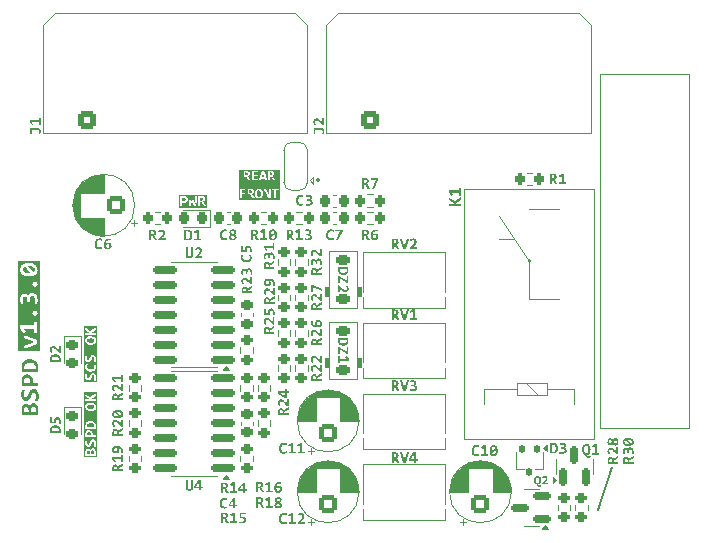
<source format=gto>
%TF.GenerationSoftware,KiCad,Pcbnew,9.0.4*%
%TF.CreationDate,2026-01-27T00:07:53+00:00*%
%TF.ProjectId,BSPD,42535044-2e6b-4696-9361-645f70636258,1.3.0*%
%TF.SameCoordinates,Original*%
%TF.FileFunction,Legend,Top*%
%TF.FilePolarity,Positive*%
%FSLAX46Y46*%
G04 Gerber Fmt 4.6, Leading zero omitted, Abs format (unit mm)*
G04 Created by KiCad (PCBNEW 9.0.4) date 2026-01-27 00:07:53*
%MOMM*%
%LPD*%
G01*
G04 APERTURE LIST*
G04 Aperture macros list*
%AMRoundRect*
0 Rectangle with rounded corners*
0 $1 Rounding radius*
0 $2 $3 $4 $5 $6 $7 $8 $9 X,Y pos of 4 corners*
0 Add a 4 corners polygon primitive as box body*
4,1,4,$2,$3,$4,$5,$6,$7,$8,$9,$2,$3,0*
0 Add four circle primitives for the rounded corners*
1,1,$1+$1,$2,$3*
1,1,$1+$1,$4,$5*
1,1,$1+$1,$6,$7*
1,1,$1+$1,$8,$9*
0 Add four rect primitives between the rounded corners*
20,1,$1+$1,$2,$3,$4,$5,0*
20,1,$1+$1,$4,$5,$6,$7,0*
20,1,$1+$1,$6,$7,$8,$9,0*
20,1,$1+$1,$8,$9,$2,$3,0*%
%AMFreePoly0*
4,1,23,0.550000,-0.750000,0.000000,-0.750000,0.000000,-0.745722,-0.065263,-0.745722,-0.191342,-0.711940,-0.304381,-0.646677,-0.396677,-0.554381,-0.461940,-0.441342,-0.495722,-0.315263,-0.495722,-0.250000,-0.500000,-0.250000,-0.500000,0.250000,-0.495722,0.250000,-0.495722,0.315263,-0.461940,0.441342,-0.396677,0.554381,-0.304381,0.646677,-0.191342,0.711940,-0.065263,0.745722,0.000000,0.745722,
0.000000,0.750000,0.550000,0.750000,0.550000,-0.750000,0.550000,-0.750000,$1*%
%AMFreePoly1*
4,1,23,0.000000,0.745722,0.065263,0.745722,0.191342,0.711940,0.304381,0.646677,0.396677,0.554381,0.461940,0.441342,0.495722,0.315263,0.495722,0.250000,0.500000,0.250000,0.500000,-0.250000,0.495722,-0.250000,0.495722,-0.315263,0.461940,-0.441342,0.396677,-0.554381,0.304381,-0.646677,0.191342,-0.711940,0.065263,-0.745722,0.000000,-0.745722,0.000000,-0.750000,-0.550000,-0.750000,
-0.550000,0.750000,0.000000,0.750000,0.000000,0.745722,0.000000,0.745722,$1*%
G04 Aperture macros list end*
%ADD10C,0.083820*%
%ADD11C,0.150000*%
%ADD12C,0.200000*%
%ADD13C,0.160000*%
%ADD14C,0.120000*%
%ADD15C,0.100000*%
%ADD16C,3.000000*%
%ADD17RoundRect,0.250001X-0.499999X-0.499999X0.499999X-0.499999X0.499999X0.499999X-0.499999X0.499999X0*%
%ADD18C,1.500000*%
%ADD19RoundRect,0.200000X-0.275000X0.200000X-0.275000X-0.200000X0.275000X-0.200000X0.275000X0.200000X0*%
%ADD20RoundRect,0.200000X0.275000X-0.200000X0.275000X0.200000X-0.275000X0.200000X-0.275000X-0.200000X0*%
%ADD21C,5.600000*%
%ADD22RoundRect,0.225000X0.375000X-0.225000X0.375000X0.225000X-0.375000X0.225000X-0.375000X-0.225000X0*%
%ADD23RoundRect,0.250000X0.550000X-0.550000X0.550000X0.550000X-0.550000X0.550000X-0.550000X-0.550000X0*%
%ADD24C,1.600000*%
%ADD25RoundRect,0.200000X-0.200000X-0.275000X0.200000X-0.275000X0.200000X0.275000X-0.200000X0.275000X0*%
%ADD26RoundRect,0.112500X0.112500X0.237500X-0.112500X0.237500X-0.112500X-0.237500X0.112500X-0.237500X0*%
%ADD27C,1.440000*%
%ADD28R,0.200000X0.350000*%
%ADD29R,0.350000X0.200000*%
%ADD30RoundRect,0.200000X0.200000X0.275000X-0.200000X0.275000X-0.200000X-0.275000X0.200000X-0.275000X0*%
%ADD31RoundRect,0.225000X0.225000X0.250000X-0.225000X0.250000X-0.225000X-0.250000X0.225000X-0.250000X0*%
%ADD32R,2.300000X2.300000*%
%ADD33C,2.300000*%
%ADD34RoundRect,0.225000X-0.225000X-0.250000X0.225000X-0.250000X0.225000X0.250000X-0.225000X0.250000X0*%
%ADD35RoundRect,0.218750X0.218750X0.256250X-0.218750X0.256250X-0.218750X-0.256250X0.218750X-0.256250X0*%
%ADD36RoundRect,0.150000X0.825000X0.150000X-0.825000X0.150000X-0.825000X-0.150000X0.825000X-0.150000X0*%
%ADD37RoundRect,0.218750X-0.256250X0.218750X-0.256250X-0.218750X0.256250X-0.218750X0.256250X0.218750X0*%
%ADD38RoundRect,0.150000X0.150000X-0.587500X0.150000X0.587500X-0.150000X0.587500X-0.150000X-0.587500X0*%
%ADD39RoundRect,0.225000X0.250000X-0.225000X0.250000X0.225000X-0.250000X0.225000X-0.250000X-0.225000X0*%
%ADD40RoundRect,0.150000X0.587500X0.150000X-0.587500X0.150000X-0.587500X-0.150000X0.587500X-0.150000X0*%
%ADD41RoundRect,0.250000X0.550000X0.550000X-0.550000X0.550000X-0.550000X-0.550000X0.550000X-0.550000X0*%
%ADD42FreePoly0,90.000000*%
%ADD43R,1.500000X1.000000*%
%ADD44FreePoly1,90.000000*%
G04 APERTURE END LIST*
D10*
X196100000Y-94600000D02*
X188600000Y-94600000D01*
D11*
X189600000Y-97900000D02*
X188400000Y-101500000D01*
D10*
X196100000Y-64600000D02*
X196100000Y-94600000D01*
X188600000Y-64600000D02*
X196100000Y-64600000D01*
X188600000Y-94600000D02*
X188600000Y-64600000D01*
D12*
G36*
X140696754Y-92463501D02*
G01*
X140784886Y-92491799D01*
X140857804Y-92536983D01*
X140918090Y-92599874D01*
X140963079Y-92674634D01*
X140997453Y-92767450D01*
X141019867Y-92882063D01*
X141028000Y-93022903D01*
X141028000Y-93459023D01*
X139602403Y-93459023D01*
X139602403Y-93029448D01*
X139814992Y-93029448D01*
X139814992Y-93192309D01*
X140190149Y-93192309D01*
X140190149Y-93029448D01*
X140189851Y-93025052D01*
X140396485Y-93025052D01*
X140396485Y-93192309D01*
X140809158Y-93192309D01*
X140809158Y-93004340D01*
X140804811Y-92942165D01*
X140792745Y-92891207D01*
X140772725Y-92845722D01*
X140747316Y-92809825D01*
X140715618Y-92780912D01*
X140678928Y-92760097D01*
X140638333Y-92747392D01*
X140594615Y-92743098D01*
X140536061Y-92751123D01*
X140488428Y-92774077D01*
X140449046Y-92812561D01*
X140421847Y-92861801D01*
X140403453Y-92930605D01*
X140396485Y-93025052D01*
X140189851Y-93025052D01*
X140185888Y-92966689D01*
X140174420Y-92918562D01*
X140155209Y-92876406D01*
X140131042Y-92844214D01*
X140101147Y-92819183D01*
X140067637Y-92802693D01*
X140030905Y-92793306D01*
X139990651Y-92790090D01*
X139951794Y-92793474D01*
X139917965Y-92803182D01*
X139888046Y-92820124D01*
X139862668Y-92845289D01*
X139843051Y-92877166D01*
X139827497Y-92919637D01*
X139818384Y-92967472D01*
X139814992Y-93029448D01*
X139602403Y-93029448D01*
X139602403Y-92997794D01*
X139608878Y-92872462D01*
X139626517Y-92772609D01*
X139653135Y-92693798D01*
X139687302Y-92632212D01*
X139734388Y-92579519D01*
X139791347Y-92541979D01*
X139860158Y-92518595D01*
X139943952Y-92510286D01*
X139996666Y-92513452D01*
X140047804Y-92522889D01*
X140096538Y-92538932D01*
X140140812Y-92561674D01*
X140180653Y-92591053D01*
X140215843Y-92627229D01*
X140244612Y-92669562D01*
X140266939Y-92720139D01*
X140279928Y-92667908D01*
X140301426Y-92617948D01*
X140330956Y-92572298D01*
X140368153Y-92532658D01*
X140412309Y-92500152D01*
X140464873Y-92474724D01*
X140522827Y-92458941D01*
X140589535Y-92453426D01*
X140696754Y-92463501D01*
G37*
G36*
X140596764Y-91254975D02*
G01*
X140708409Y-91266297D01*
X140799877Y-91298157D01*
X140878602Y-91349983D01*
X140942221Y-91418911D01*
X140990443Y-91502234D01*
X141025752Y-91603656D01*
X141045958Y-91713644D01*
X141053010Y-91837543D01*
X141049711Y-91949029D01*
X141040016Y-92055017D01*
X141022734Y-92159241D01*
X140996736Y-92262721D01*
X140734127Y-92262721D01*
X140765780Y-92157794D01*
X140791670Y-92047885D01*
X140809060Y-91938073D01*
X140815411Y-91832072D01*
X140811846Y-91758416D01*
X140802319Y-91701939D01*
X140785982Y-91651621D01*
X140766171Y-91614501D01*
X140740515Y-91584796D01*
X140711558Y-91565359D01*
X140678525Y-91553933D01*
X140641510Y-91550020D01*
X140592706Y-91557772D01*
X140553680Y-91580111D01*
X140521029Y-91613958D01*
X140490958Y-91659344D01*
X140441817Y-91771402D01*
X140394824Y-91899288D01*
X140338062Y-92027173D01*
X140302438Y-92086826D01*
X140259514Y-92139232D01*
X140208458Y-92183357D01*
X140147651Y-92218464D01*
X140078482Y-92240478D01*
X139991042Y-92248457D01*
X139908878Y-92240751D01*
X139831698Y-92217878D01*
X139761646Y-92178909D01*
X139700198Y-92121744D01*
X139650953Y-92049198D01*
X139610707Y-91953412D01*
X139586382Y-91844797D01*
X139577392Y-91705261D01*
X139581691Y-91616259D01*
X139592633Y-91524424D01*
X139608558Y-91436985D01*
X139627413Y-91359902D01*
X139871265Y-91359902D01*
X139846255Y-91436399D01*
X139826422Y-91522177D01*
X139813331Y-91611277D01*
X139808739Y-91696468D01*
X139811863Y-91764819D01*
X139820170Y-91816734D01*
X139834307Y-91863073D01*
X139851628Y-91897627D01*
X139874406Y-91925331D01*
X139900965Y-91943545D01*
X139931427Y-91954084D01*
X139965934Y-91957711D01*
X140007632Y-91950182D01*
X140042919Y-91927718D01*
X140072555Y-91893945D01*
X140100756Y-91847899D01*
X140148725Y-91735352D01*
X140196792Y-91606392D01*
X140255215Y-91477431D01*
X140291662Y-91417562D01*
X140334838Y-91364787D01*
X140385767Y-91320148D01*
X140445627Y-91285066D01*
X140513270Y-91262910D01*
X140596764Y-91254975D01*
G37*
G36*
X140165301Y-90010257D02*
G01*
X140262933Y-90037962D01*
X140351100Y-90084186D01*
X140426283Y-90148360D01*
X140486490Y-90228958D01*
X140533359Y-90330858D01*
X140561462Y-90445278D01*
X140571558Y-90584382D01*
X140571558Y-90720963D01*
X141028000Y-90720963D01*
X141028000Y-90992072D01*
X139602403Y-90992072D01*
X139602403Y-90579986D01*
X139827497Y-90579986D01*
X139827497Y-90720963D01*
X140346464Y-90720963D01*
X140346464Y-90571193D01*
X140341471Y-90503710D01*
X140327511Y-90447704D01*
X140304002Y-90397833D01*
X140272801Y-90357627D01*
X140233744Y-90325505D01*
X140187218Y-90301842D01*
X140135421Y-90287655D01*
X140075648Y-90282693D01*
X140021035Y-90287360D01*
X139973261Y-90300767D01*
X139930513Y-90323447D01*
X139894713Y-90355380D01*
X139866540Y-90395789D01*
X139844887Y-90447801D01*
X139832158Y-90506359D01*
X139827497Y-90579986D01*
X139602403Y-90579986D01*
X139602403Y-90573440D01*
X139610374Y-90439098D01*
X139632494Y-90328122D01*
X139670439Y-90228049D01*
X139720421Y-90148848D01*
X139785069Y-90084888D01*
X139863059Y-90038450D01*
X139951828Y-90010559D01*
X140056890Y-90000739D01*
X140165301Y-90010257D01*
G37*
G36*
X140458408Y-88747309D02*
G01*
X140598327Y-88777669D01*
X140685393Y-88810693D01*
X140761875Y-88853318D01*
X140828990Y-88905554D01*
X140886789Y-88967668D01*
X140935856Y-89041283D01*
X140976220Y-89127913D01*
X141003955Y-89219690D01*
X141021693Y-89327073D01*
X141028000Y-89452561D01*
X141028000Y-89815408D01*
X139602403Y-89815408D01*
X139602403Y-89409867D01*
X139827497Y-89409867D01*
X139827497Y-89546545D01*
X140802905Y-89546545D01*
X140802905Y-89428527D01*
X140794663Y-89330450D01*
X140771600Y-89249717D01*
X140735136Y-89183007D01*
X140685180Y-89127913D01*
X140624407Y-89086354D01*
X140545437Y-89054236D01*
X140443926Y-89032970D01*
X140314615Y-89025136D01*
X140202365Y-89030053D01*
X140108669Y-89043698D01*
X140023386Y-89069444D01*
X139955578Y-89106615D01*
X139900710Y-89157983D01*
X139860226Y-89225219D01*
X139836346Y-89304830D01*
X139827497Y-89409867D01*
X139602403Y-89409867D01*
X139602403Y-89392379D01*
X139613267Y-89234359D01*
X139643338Y-89105540D01*
X139676124Y-89026838D01*
X139718071Y-88958944D01*
X139769270Y-88900572D01*
X139829571Y-88851523D01*
X139901035Y-88810495D01*
X139985278Y-88777669D01*
X140073411Y-88755751D01*
X140176653Y-88741658D01*
X140297225Y-88736636D01*
X140458408Y-88747309D01*
G37*
D13*
G36*
X153342458Y-75052598D02*
G01*
X153379056Y-75060554D01*
X153411564Y-75074087D01*
X153436820Y-75091695D01*
X153456778Y-75114070D01*
X153470953Y-75140788D01*
X153479333Y-75170647D01*
X153482249Y-75204780D01*
X153479148Y-75242138D01*
X153470281Y-75274511D01*
X153455492Y-75303590D01*
X153435415Y-75328000D01*
X153410287Y-75347501D01*
X153379117Y-75362194D01*
X153344114Y-75370919D01*
X153301937Y-75374040D01*
X153208331Y-75374040D01*
X153208331Y-75049685D01*
X153296441Y-75049685D01*
X153342458Y-75052598D01*
G37*
G36*
X154869524Y-75053459D02*
G01*
X154910069Y-75063433D01*
X154939341Y-75078140D01*
X154961824Y-75100192D01*
X154975887Y-75130434D01*
X154981045Y-75171685D01*
X154977851Y-75201593D01*
X154968711Y-75226945D01*
X154953936Y-75248992D01*
X154933906Y-75267306D01*
X154909622Y-75281262D01*
X154879562Y-75291669D01*
X154846796Y-75297670D01*
X154808915Y-75299790D01*
X154740588Y-75299790D01*
X154740588Y-75049685D01*
X154814349Y-75049685D01*
X154869524Y-75053459D01*
G37*
G36*
X155331270Y-75911111D02*
G01*
X152927776Y-75911111D01*
X152927776Y-75374040D01*
X153038887Y-75374040D01*
X153038887Y-75800000D01*
X153208331Y-75800000D01*
X153208331Y-75514724D01*
X153293694Y-75514724D01*
X153380633Y-75508413D01*
X153452146Y-75490849D01*
X153515834Y-75461556D01*
X153566207Y-75423927D01*
X153606316Y-75376937D01*
X153635206Y-75321833D01*
X153652522Y-75260813D01*
X153658470Y-75193056D01*
X153652333Y-75127392D01*
X153634901Y-75071912D01*
X153605877Y-75023168D01*
X153565902Y-74982763D01*
X153516402Y-74951524D01*
X153453856Y-74927808D01*
X153384496Y-74913984D01*
X153300532Y-74909002D01*
X153738093Y-74909002D01*
X153787980Y-75800000D01*
X153977207Y-75800000D01*
X154063974Y-75524555D01*
X154094688Y-75408539D01*
X154126806Y-75521746D01*
X154214916Y-75800000D01*
X154412326Y-75800000D01*
X154440709Y-75299790D01*
X154572549Y-75299790D01*
X154572549Y-75800000D01*
X154740588Y-75800000D01*
X154740588Y-75432658D01*
X154772706Y-75432658D01*
X154813525Y-75437999D01*
X154847505Y-75453358D01*
X154875264Y-75478452D01*
X154897026Y-75514785D01*
X155022750Y-75800000D01*
X155220159Y-75800000D01*
X155077399Y-75502573D01*
X155048481Y-75449654D01*
X155022689Y-75414890D01*
X154993238Y-75389644D01*
X154962605Y-75377276D01*
X155003721Y-75367774D01*
X155040824Y-75353401D01*
X155074370Y-75333551D01*
X155102617Y-75308705D01*
X155125534Y-75278695D01*
X155142978Y-75242821D01*
X155153570Y-75202884D01*
X155157328Y-75155443D01*
X155151207Y-75090517D01*
X155134430Y-75040099D01*
X155106594Y-74997338D01*
X155069156Y-74963651D01*
X155023515Y-74938930D01*
X154966696Y-74921641D01*
X154904786Y-74912314D01*
X154832851Y-74909002D01*
X154572549Y-74909002D01*
X154572549Y-75299790D01*
X154440709Y-75299790D01*
X154462884Y-74909002D01*
X154320124Y-74909002D01*
X154297593Y-75495612D01*
X154294845Y-75634586D01*
X154261384Y-75518571D01*
X154157519Y-75178646D01*
X154051640Y-75178646D01*
X153953271Y-75497993D01*
X153912971Y-75635929D01*
X153907537Y-75479919D01*
X153886349Y-74909002D01*
X153738093Y-74909002D01*
X153300532Y-74909002D01*
X153038887Y-74909002D01*
X153038887Y-75374040D01*
X152927776Y-75374040D01*
X152927776Y-74797891D01*
X155331270Y-74797891D01*
X155331270Y-75911111D01*
G37*
G36*
X145276815Y-96486883D02*
G01*
X145299773Y-96492750D01*
X145320717Y-96503056D01*
X145339401Y-96518701D01*
X145354505Y-96538820D01*
X145366512Y-96565168D01*
X145373680Y-96595248D01*
X145376156Y-96631724D01*
X145376343Y-96634472D01*
X145376343Y-96736260D01*
X145141870Y-96736260D01*
X145141870Y-96634472D01*
X145143990Y-96595737D01*
X145149685Y-96565840D01*
X145159407Y-96539296D01*
X145171667Y-96519373D01*
X145187528Y-96503644D01*
X145206228Y-96493055D01*
X145227371Y-96486988D01*
X145251657Y-96484873D01*
X145276815Y-96486883D01*
G37*
G36*
X145656458Y-96458187D02*
G01*
X145681830Y-96466128D01*
X145704761Y-96479137D01*
X145724572Y-96497207D01*
X145740453Y-96519643D01*
X145752965Y-96548071D01*
X145760507Y-96579920D01*
X145763224Y-96618779D01*
X145763224Y-96736260D01*
X145505303Y-96736260D01*
X145505303Y-96631724D01*
X145509658Y-96572695D01*
X145521154Y-96529693D01*
X145538154Y-96498917D01*
X145562767Y-96474865D01*
X145592538Y-96460519D01*
X145629134Y-96455503D01*
X145656458Y-96458187D01*
G37*
G36*
X145342138Y-94920851D02*
G01*
X145374511Y-94929718D01*
X145403590Y-94944507D01*
X145428000Y-94964584D01*
X145447501Y-94989712D01*
X145462194Y-95020882D01*
X145470919Y-95055885D01*
X145474040Y-95098062D01*
X145474040Y-95191668D01*
X145149685Y-95191668D01*
X145149685Y-95103558D01*
X145152598Y-95057541D01*
X145160554Y-95020943D01*
X145174087Y-94988435D01*
X145191695Y-94963179D01*
X145214070Y-94943221D01*
X145240788Y-94929046D01*
X145270647Y-94920667D01*
X145304780Y-94917750D01*
X145342138Y-94920851D01*
G37*
G36*
X145534954Y-94136673D02*
G01*
X145598398Y-94149965D01*
X145647754Y-94170038D01*
X145685737Y-94196012D01*
X145716960Y-94230446D01*
X145739750Y-94272140D01*
X145754164Y-94322598D01*
X145759316Y-94383896D01*
X145759316Y-94457658D01*
X145149685Y-94457658D01*
X145149685Y-94372234D01*
X145155216Y-94306586D01*
X145170141Y-94256829D01*
X145195444Y-94214806D01*
X145229736Y-94182701D01*
X145272116Y-94159469D01*
X145325418Y-94143378D01*
X145383978Y-94134850D01*
X145454134Y-94131777D01*
X145534954Y-94136673D01*
G37*
G36*
X145529956Y-92583138D02*
G01*
X145588834Y-92590665D01*
X145642665Y-92604365D01*
X145684333Y-92622783D01*
X145718830Y-92648136D01*
X145743196Y-92679081D01*
X145757967Y-92716057D01*
X145763224Y-92762063D01*
X145758023Y-92808384D01*
X145743391Y-92845819D01*
X145719674Y-92876368D01*
X145685737Y-92901098D01*
X145631992Y-92922864D01*
X145555769Y-92937987D01*
X145450409Y-92943779D01*
X145379052Y-92941048D01*
X145320228Y-92933521D01*
X145266367Y-92919746D01*
X145224668Y-92901098D01*
X145190137Y-92875468D01*
X145165867Y-92844739D01*
X145151062Y-92808064D01*
X145145778Y-92762063D01*
X145151000Y-92715418D01*
X145165668Y-92677864D01*
X145189404Y-92647351D01*
X145223325Y-92622783D01*
X145277010Y-92601181D01*
X145353209Y-92586162D01*
X145458592Y-92580407D01*
X145529956Y-92583138D01*
G37*
G36*
X146026742Y-97014067D02*
G01*
X144882259Y-97014067D01*
X144882259Y-96614688D01*
X145009002Y-96614688D01*
X145009002Y-96634472D01*
X145009002Y-96902956D01*
X145900000Y-96902956D01*
X145900000Y-96630381D01*
X145894917Y-96542356D01*
X145880908Y-96470723D01*
X145859424Y-96412713D01*
X145831306Y-96365988D01*
X145793627Y-96326681D01*
X145748053Y-96298441D01*
X145692971Y-96280755D01*
X145625959Y-96274458D01*
X145584267Y-96277905D01*
X145548046Y-96287769D01*
X145515193Y-96303662D01*
X145487595Y-96323978D01*
X145464347Y-96348753D01*
X145445891Y-96377284D01*
X145432455Y-96408510D01*
X145424337Y-96441154D01*
X145410382Y-96409543D01*
X145392402Y-96383085D01*
X145370408Y-96360475D01*
X145345507Y-96342113D01*
X145317836Y-96327900D01*
X145287377Y-96317872D01*
X145255416Y-96311974D01*
X145222470Y-96309995D01*
X145170099Y-96315189D01*
X145127092Y-96329804D01*
X145091492Y-96353266D01*
X145062063Y-96386199D01*
X145040709Y-96424690D01*
X145024073Y-96473947D01*
X145013048Y-96536356D01*
X145009002Y-96614688D01*
X144882259Y-96614688D01*
X144882259Y-95806855D01*
X144993370Y-95806855D01*
X144998988Y-95894065D01*
X145014192Y-95961949D01*
X145039346Y-96021816D01*
X145070123Y-96067157D01*
X145108529Y-96102885D01*
X145152311Y-96127241D01*
X145200549Y-96141536D01*
X145251901Y-96146353D01*
X145306551Y-96141365D01*
X145349781Y-96127607D01*
X145387786Y-96105665D01*
X145419696Y-96078087D01*
X145446523Y-96045333D01*
X145468789Y-96008050D01*
X145504265Y-95928122D01*
X145533635Y-95848193D01*
X145564349Y-95778157D01*
X145583143Y-95749790D01*
X145603550Y-95728636D01*
X145627941Y-95714675D01*
X145658443Y-95709830D01*
X145681578Y-95712275D01*
X145702224Y-95719416D01*
X145720322Y-95731564D01*
X145736357Y-95750130D01*
X145748739Y-95773330D01*
X145758949Y-95804779D01*
X145764904Y-95840077D01*
X145767131Y-95886112D01*
X145763162Y-95952363D01*
X145752294Y-96020995D01*
X145736113Y-96089688D01*
X145716329Y-96155267D01*
X145880460Y-96155267D01*
X145896708Y-96090593D01*
X145907510Y-96025452D01*
X145913569Y-95959210D01*
X145915631Y-95889531D01*
X145911223Y-95812094D01*
X145898595Y-95743352D01*
X145876527Y-95679963D01*
X145846388Y-95627886D01*
X145806626Y-95584806D01*
X145757423Y-95552415D01*
X145700255Y-95532503D01*
X145630478Y-95525426D01*
X145578294Y-95530386D01*
X145536017Y-95544233D01*
X145498604Y-95566159D01*
X145466774Y-95594058D01*
X145439789Y-95627043D01*
X145417009Y-95664461D01*
X145380495Y-95745062D01*
X145350453Y-95825662D01*
X145320472Y-95896004D01*
X145302847Y-95924782D01*
X145284324Y-95945890D01*
X145262270Y-95959930D01*
X145236209Y-95964636D01*
X145214642Y-95962370D01*
X145195603Y-95955782D01*
X145179004Y-95944399D01*
X145164767Y-95927084D01*
X145153942Y-95905487D01*
X145145106Y-95876525D01*
X145139914Y-95844079D01*
X145137962Y-95801360D01*
X145140832Y-95748115D01*
X145149014Y-95692427D01*
X145161409Y-95638816D01*
X145177041Y-95591005D01*
X145024633Y-95591005D01*
X145012848Y-95639182D01*
X145002896Y-95693832D01*
X144996057Y-95751229D01*
X144993370Y-95806855D01*
X144882259Y-95806855D01*
X144882259Y-95099467D01*
X145009002Y-95099467D01*
X145009002Y-95103558D01*
X145009002Y-95361112D01*
X145900000Y-95361112D01*
X145900000Y-95191668D01*
X145614724Y-95191668D01*
X145614724Y-95106306D01*
X145608413Y-95019366D01*
X145590849Y-94947853D01*
X145561556Y-94884165D01*
X145523927Y-94833792D01*
X145476937Y-94793683D01*
X145421833Y-94764793D01*
X145360813Y-94747477D01*
X145293056Y-94741529D01*
X145227392Y-94747666D01*
X145171912Y-94765098D01*
X145123168Y-94794122D01*
X145082763Y-94834097D01*
X145051524Y-94883597D01*
X145027808Y-94946143D01*
X145013984Y-95015503D01*
X145009002Y-95099467D01*
X144882259Y-95099467D01*
X144882259Y-94361304D01*
X145009002Y-94361304D01*
X145009002Y-94372234D01*
X145009002Y-94625697D01*
X145900000Y-94625697D01*
X145900000Y-94398917D01*
X145896058Y-94320487D01*
X145884972Y-94253373D01*
X145867637Y-94196012D01*
X145842410Y-94141868D01*
X145811743Y-94095859D01*
X145775619Y-94057038D01*
X145733672Y-94024391D01*
X145685871Y-93997750D01*
X145631454Y-93977110D01*
X145544005Y-93958135D01*
X145443265Y-93951464D01*
X145367908Y-93954603D01*
X145303381Y-93963411D01*
X145248299Y-93977110D01*
X145195647Y-93997626D01*
X145150982Y-94023269D01*
X145113293Y-94053924D01*
X145081294Y-94090407D01*
X145055077Y-94132841D01*
X145034586Y-94182030D01*
X145015792Y-94262541D01*
X145009002Y-94361304D01*
X144882259Y-94361304D01*
X144882259Y-92756628D01*
X144993370Y-92756628D01*
X144993878Y-92762063D01*
X145000280Y-92830611D01*
X145020664Y-92899083D01*
X145041985Y-92941345D01*
X145069796Y-92979915D01*
X145104562Y-93015159D01*
X145144304Y-93044883D01*
X145192106Y-93070934D01*
X145249153Y-93093073D01*
X145308468Y-93108221D01*
X145377790Y-93117945D01*
X145458592Y-93121405D01*
X145572215Y-93114820D01*
X145664426Y-93096694D01*
X145738875Y-93068928D01*
X145798639Y-93032623D01*
X145839971Y-92994478D01*
X145872111Y-92950012D01*
X145895634Y-92898335D01*
X145910413Y-92838092D01*
X145915631Y-92767558D01*
X145908720Y-92693584D01*
X145888337Y-92625165D01*
X145867012Y-92582864D01*
X145839201Y-92544274D01*
X145804439Y-92509027D01*
X145764695Y-92479309D01*
X145716893Y-92453278D01*
X145659848Y-92431175D01*
X145600530Y-92415993D01*
X145531209Y-92406249D01*
X145450409Y-92402781D01*
X145336397Y-92409383D01*
X145244044Y-92427541D01*
X145169640Y-92455326D01*
X145110057Y-92491625D01*
X145068849Y-92529729D01*
X145036794Y-92574166D01*
X145013326Y-92625829D01*
X144998578Y-92686074D01*
X144993370Y-92756628D01*
X144882259Y-92756628D01*
X144882259Y-91648926D01*
X145009002Y-91648926D01*
X145009002Y-91851831D01*
X145417070Y-92118910D01*
X145009002Y-92118910D01*
X145009002Y-92289697D01*
X145900000Y-92289697D01*
X145900000Y-92118910D01*
X145469155Y-92118910D01*
X145900000Y-91850426D01*
X145900000Y-91633233D01*
X145434656Y-91952214D01*
X145009002Y-91648926D01*
X144882259Y-91648926D01*
X144882259Y-91522122D01*
X146026742Y-91522122D01*
X146026742Y-97014067D01*
G37*
G36*
X145529956Y-86967577D02*
G01*
X145588834Y-86975104D01*
X145642665Y-86988803D01*
X145684333Y-87007222D01*
X145718830Y-87032574D01*
X145743196Y-87063520D01*
X145757967Y-87100496D01*
X145763224Y-87146501D01*
X145758023Y-87192823D01*
X145743391Y-87230257D01*
X145719674Y-87260806D01*
X145685737Y-87285536D01*
X145631992Y-87307303D01*
X145555769Y-87322426D01*
X145450409Y-87328218D01*
X145379052Y-87325486D01*
X145320228Y-87317960D01*
X145266367Y-87304184D01*
X145224668Y-87285536D01*
X145190137Y-87259907D01*
X145165867Y-87229177D01*
X145151062Y-87192503D01*
X145145778Y-87146501D01*
X145151000Y-87099856D01*
X145165668Y-87062302D01*
X145189404Y-87031789D01*
X145223325Y-87007222D01*
X145277010Y-86985619D01*
X145353209Y-86970600D01*
X145458592Y-86964846D01*
X145529956Y-86967577D01*
G37*
G36*
X146026742Y-90650817D02*
G01*
X144882259Y-90650817D01*
X144882259Y-90191294D01*
X144993370Y-90191294D01*
X144998988Y-90278503D01*
X145014192Y-90346388D01*
X145039346Y-90406254D01*
X145070123Y-90451595D01*
X145108529Y-90487323D01*
X145152311Y-90511679D01*
X145200549Y-90525975D01*
X145251901Y-90530791D01*
X145306551Y-90525804D01*
X145349781Y-90512045D01*
X145387786Y-90490104D01*
X145419696Y-90462525D01*
X145446523Y-90429772D01*
X145468789Y-90392489D01*
X145504265Y-90312560D01*
X145533635Y-90232632D01*
X145564349Y-90162595D01*
X145583143Y-90134229D01*
X145603550Y-90113075D01*
X145627941Y-90099113D01*
X145658443Y-90094268D01*
X145681578Y-90096714D01*
X145702224Y-90103855D01*
X145720322Y-90116003D01*
X145736357Y-90134568D01*
X145748739Y-90157769D01*
X145758949Y-90189217D01*
X145764904Y-90224515D01*
X145767131Y-90270550D01*
X145763162Y-90336801D01*
X145752294Y-90405433D01*
X145736113Y-90474127D01*
X145716329Y-90539706D01*
X145880460Y-90539706D01*
X145896708Y-90475031D01*
X145907510Y-90409891D01*
X145913569Y-90343648D01*
X145915631Y-90273970D01*
X145911223Y-90196532D01*
X145898595Y-90127790D01*
X145876527Y-90064401D01*
X145846388Y-90012325D01*
X145806626Y-89969245D01*
X145757423Y-89936854D01*
X145700255Y-89916941D01*
X145630478Y-89909865D01*
X145578294Y-89914824D01*
X145536017Y-89928671D01*
X145498604Y-89950598D01*
X145466774Y-89978497D01*
X145439789Y-90011482D01*
X145417009Y-90048900D01*
X145380495Y-90129500D01*
X145350453Y-90210100D01*
X145320472Y-90280442D01*
X145302847Y-90309221D01*
X145284324Y-90330329D01*
X145262270Y-90344369D01*
X145236209Y-90349074D01*
X145214642Y-90346808D01*
X145195603Y-90340221D01*
X145179004Y-90328837D01*
X145164767Y-90311522D01*
X145153942Y-90289926D01*
X145145106Y-90260964D01*
X145139914Y-90228517D01*
X145137962Y-90185798D01*
X145140832Y-90132553D01*
X145149014Y-90076866D01*
X145161409Y-90023254D01*
X145177041Y-89975444D01*
X145024633Y-89975444D01*
X145012848Y-90023621D01*
X145002896Y-90078270D01*
X144996057Y-90135667D01*
X144993370Y-90191294D01*
X144882259Y-90191294D01*
X144882259Y-89370515D01*
X144993370Y-89370515D01*
X144997080Y-89433181D01*
X145007816Y-89489970D01*
X145025183Y-89541669D01*
X145049703Y-89590142D01*
X145080387Y-89633114D01*
X145117506Y-89671117D01*
X145159910Y-89703252D01*
X145209080Y-89730606D01*
X145265884Y-89753061D01*
X145325131Y-89768582D01*
X145391714Y-89778345D01*
X145466591Y-89781759D01*
X145539755Y-89778597D01*
X145603791Y-89769627D01*
X145659787Y-89755503D01*
X145713379Y-89734656D01*
X145759447Y-89708891D01*
X145798883Y-89678322D01*
X145833001Y-89642018D01*
X145861086Y-89600537D01*
X145883330Y-89553270D01*
X145898706Y-89503082D01*
X145908351Y-89446563D01*
X145911723Y-89382789D01*
X145908555Y-89323445D01*
X145899206Y-89267018D01*
X145883682Y-89211322D01*
X145860921Y-89151918D01*
X145704605Y-89151918D01*
X145725305Y-89200767D01*
X145742829Y-89254073D01*
X145754797Y-89307318D01*
X145759316Y-89356166D01*
X145753812Y-89416268D01*
X145738494Y-89464793D01*
X145712913Y-89506527D01*
X145678105Y-89539898D01*
X145635241Y-89564960D01*
X145581568Y-89583312D01*
X145522519Y-89593607D01*
X145452302Y-89597295D01*
X145385697Y-89593758D01*
X145327128Y-89583678D01*
X145273169Y-89565771D01*
X145228881Y-89540997D01*
X145192217Y-89507936D01*
X145164767Y-89466869D01*
X145147929Y-89418712D01*
X145141870Y-89358242D01*
X145144617Y-89314216D01*
X145153532Y-89262621D01*
X145168709Y-89209878D01*
X145192672Y-89151918D01*
X145024633Y-89151918D01*
X145009307Y-89207300D01*
X144999720Y-89259873D01*
X144994713Y-89312813D01*
X144993370Y-89370515D01*
X144882259Y-89370515D01*
X144882259Y-88653541D01*
X144993370Y-88653541D01*
X144998988Y-88740750D01*
X145014192Y-88808635D01*
X145039346Y-88868501D01*
X145070123Y-88913842D01*
X145108529Y-88949570D01*
X145152311Y-88973926D01*
X145200549Y-88988222D01*
X145251901Y-88993038D01*
X145306551Y-88988051D01*
X145349781Y-88974292D01*
X145387786Y-88952351D01*
X145419696Y-88924772D01*
X145446523Y-88892019D01*
X145468789Y-88854736D01*
X145504265Y-88774807D01*
X145533635Y-88694879D01*
X145564349Y-88624842D01*
X145583143Y-88596476D01*
X145603550Y-88575322D01*
X145627941Y-88561360D01*
X145658443Y-88556515D01*
X145681578Y-88558961D01*
X145702224Y-88566102D01*
X145720322Y-88578250D01*
X145736357Y-88596815D01*
X145748739Y-88620016D01*
X145758949Y-88651465D01*
X145764904Y-88686762D01*
X145767131Y-88732797D01*
X145763162Y-88799048D01*
X145752294Y-88867680D01*
X145736113Y-88936374D01*
X145716329Y-89001953D01*
X145880460Y-89001953D01*
X145896708Y-88937278D01*
X145907510Y-88872138D01*
X145913569Y-88805895D01*
X145915631Y-88736217D01*
X145911223Y-88658780D01*
X145898595Y-88590037D01*
X145876527Y-88526648D01*
X145846388Y-88474572D01*
X145806626Y-88431492D01*
X145757423Y-88399101D01*
X145700255Y-88379188D01*
X145630478Y-88372112D01*
X145578294Y-88377071D01*
X145536017Y-88390918D01*
X145498604Y-88412845D01*
X145466774Y-88440744D01*
X145439789Y-88473729D01*
X145417009Y-88511147D01*
X145380495Y-88591747D01*
X145350453Y-88672347D01*
X145320472Y-88742689D01*
X145302847Y-88771468D01*
X145284324Y-88792576D01*
X145262270Y-88806616D01*
X145236209Y-88811321D01*
X145214642Y-88809055D01*
X145195603Y-88802468D01*
X145179004Y-88791084D01*
X145164767Y-88773769D01*
X145153942Y-88752173D01*
X145145106Y-88723211D01*
X145139914Y-88690764D01*
X145137962Y-88648045D01*
X145140832Y-88594800D01*
X145149014Y-88539113D01*
X145161409Y-88485501D01*
X145177041Y-88437691D01*
X145024633Y-88437691D01*
X145012848Y-88485868D01*
X145002896Y-88540517D01*
X144996057Y-88597914D01*
X144993370Y-88653541D01*
X144882259Y-88653541D01*
X144882259Y-87141067D01*
X144993370Y-87141067D01*
X144993878Y-87146501D01*
X145000280Y-87215049D01*
X145020664Y-87283521D01*
X145041985Y-87325783D01*
X145069796Y-87364354D01*
X145104562Y-87399598D01*
X145144304Y-87429321D01*
X145192106Y-87455373D01*
X145249153Y-87477511D01*
X145308468Y-87492660D01*
X145377790Y-87502383D01*
X145458592Y-87505843D01*
X145572215Y-87499259D01*
X145664426Y-87481132D01*
X145738875Y-87453367D01*
X145798639Y-87417061D01*
X145839971Y-87378917D01*
X145872111Y-87334451D01*
X145895634Y-87282773D01*
X145910413Y-87222531D01*
X145915631Y-87151997D01*
X145908720Y-87078023D01*
X145888337Y-87009603D01*
X145867012Y-86967302D01*
X145839201Y-86928712D01*
X145804439Y-86893466D01*
X145764695Y-86863747D01*
X145716893Y-86837716D01*
X145659848Y-86815613D01*
X145600530Y-86800432D01*
X145531209Y-86790688D01*
X145450409Y-86787220D01*
X145336397Y-86793821D01*
X145244044Y-86811979D01*
X145169640Y-86839765D01*
X145110057Y-86876063D01*
X145068849Y-86914168D01*
X145036794Y-86958605D01*
X145013326Y-87010268D01*
X144998578Y-87070512D01*
X144993370Y-87141067D01*
X144882259Y-87141067D01*
X144882259Y-86033364D01*
X145009002Y-86033364D01*
X145009002Y-86236269D01*
X145417070Y-86503349D01*
X145009002Y-86503349D01*
X145009002Y-86674135D01*
X145900000Y-86674135D01*
X145900000Y-86503349D01*
X145469155Y-86503349D01*
X145900000Y-86234865D01*
X145900000Y-86017672D01*
X145434656Y-86336653D01*
X145009002Y-86033364D01*
X144882259Y-86033364D01*
X144882259Y-85906561D01*
X146026742Y-85906561D01*
X146026742Y-90650817D01*
G37*
G36*
X159742145Y-74437900D02*
G01*
X159775943Y-74451101D01*
X159803405Y-74472463D01*
X159825516Y-74502992D01*
X159844958Y-74551309D01*
X159858475Y-74619888D01*
X159863655Y-74714732D01*
X159861197Y-74778961D01*
X159854422Y-74831951D01*
X159842093Y-74880398D01*
X159825516Y-74917900D01*
X159802699Y-74948947D01*
X159774848Y-74970876D01*
X159741569Y-74984170D01*
X159700164Y-74988901D01*
X159658475Y-74984221D01*
X159624784Y-74971052D01*
X159597290Y-74949706D01*
X159575033Y-74919164D01*
X159555443Y-74870793D01*
X159541832Y-74802192D01*
X159536619Y-74707368D01*
X159539078Y-74643147D01*
X159545852Y-74590205D01*
X159558249Y-74541730D01*
X159575033Y-74504201D01*
X159598099Y-74473124D01*
X159625756Y-74451280D01*
X159658763Y-74437955D01*
X159700164Y-74433200D01*
X159742145Y-74437900D01*
G37*
G36*
X159008593Y-74440113D02*
G01*
X159045084Y-74449090D01*
X159071428Y-74462326D01*
X159091664Y-74482173D01*
X159104320Y-74509390D01*
X159108962Y-74546516D01*
X159106087Y-74573434D01*
X159097862Y-74596250D01*
X159084564Y-74616092D01*
X159066537Y-74632575D01*
X159044682Y-74645136D01*
X159017628Y-74654502D01*
X158988138Y-74659903D01*
X158954045Y-74661811D01*
X158892551Y-74661811D01*
X158892551Y-74436717D01*
X158958936Y-74436717D01*
X159008593Y-74440113D01*
G37*
G36*
X158662599Y-72928113D02*
G01*
X158699090Y-72937090D01*
X158725435Y-72950326D01*
X158745670Y-72970173D01*
X158758326Y-72997390D01*
X158762969Y-73034516D01*
X158760094Y-73061434D01*
X158751868Y-73084250D01*
X158738570Y-73104092D01*
X158720544Y-73120575D01*
X158698688Y-73133136D01*
X158671634Y-73142502D01*
X158642144Y-73147903D01*
X158608051Y-73149811D01*
X158546557Y-73149811D01*
X158546557Y-72924717D01*
X158612942Y-72924717D01*
X158662599Y-72928113D01*
G37*
G36*
X160144528Y-73318632D02*
G01*
X159934217Y-73318632D01*
X160040005Y-72942742D01*
X160144528Y-73318632D01*
G37*
G36*
X160738566Y-72928113D02*
G01*
X160775057Y-72937090D01*
X160801401Y-72950326D01*
X160821636Y-72970173D01*
X160834293Y-72997390D01*
X160838935Y-73034516D01*
X160836060Y-73061434D01*
X160827834Y-73084250D01*
X160814536Y-73104092D01*
X160796510Y-73120575D01*
X160774655Y-73133136D01*
X160747600Y-73142502D01*
X160718111Y-73147903D01*
X160684018Y-73149811D01*
X160622524Y-73149811D01*
X160622524Y-72924717D01*
X160688909Y-72924717D01*
X160738566Y-72928113D01*
G37*
G36*
X161481667Y-75226068D02*
G01*
X157983179Y-75226068D01*
X157983179Y-75112000D01*
X158083179Y-75112000D01*
X158236832Y-75112000D01*
X158236832Y-74784909D01*
X158540567Y-74784909D01*
X158540567Y-74661811D01*
X158741316Y-74661811D01*
X158741316Y-75112000D01*
X158892551Y-75112000D01*
X158892551Y-74781392D01*
X158921457Y-74781392D01*
X158958195Y-74786199D01*
X158988777Y-74800022D01*
X159013760Y-74822606D01*
X159033345Y-74855306D01*
X159146496Y-75112000D01*
X159324165Y-75112000D01*
X159195681Y-74844315D01*
X159169655Y-74796688D01*
X159146441Y-74765401D01*
X159119936Y-74742680D01*
X159092366Y-74731549D01*
X159129371Y-74722996D01*
X159150705Y-74714732D01*
X159376756Y-74714732D01*
X159382682Y-74816994D01*
X159398996Y-74899984D01*
X159423985Y-74966988D01*
X159456660Y-75020775D01*
X159490991Y-75057974D01*
X159531010Y-75086900D01*
X159577520Y-75108070D01*
X159631738Y-75121372D01*
X159695219Y-75126068D01*
X159761795Y-75119848D01*
X159788138Y-75112000D01*
X160103806Y-75112000D01*
X160241523Y-75112000D01*
X160241523Y-74862890D01*
X160241523Y-74530360D01*
X160285761Y-74633454D01*
X160500963Y-75112000D01*
X160685391Y-75112000D01*
X160685391Y-74436717D01*
X160786563Y-74436717D01*
X161006656Y-74436717D01*
X161006656Y-75112000D01*
X161161573Y-75112000D01*
X161161573Y-74436717D01*
X161381667Y-74436717D01*
X161381667Y-74310101D01*
X160786563Y-74310101D01*
X160786563Y-74436717D01*
X160685391Y-74436717D01*
X160685391Y-74310101D01*
X160547675Y-74310101D01*
X160547675Y-74531569D01*
X160547675Y-74885586D01*
X160508932Y-74791724D01*
X160289443Y-74310101D01*
X160103806Y-74310101D01*
X160103806Y-75112000D01*
X159788138Y-75112000D01*
X159823373Y-75101503D01*
X159861444Y-75082311D01*
X159896175Y-75057281D01*
X159927896Y-75025995D01*
X159954643Y-74990225D01*
X159978071Y-74947204D01*
X159997964Y-74895863D01*
X160011627Y-74842477D01*
X160020397Y-74780088D01*
X160023518Y-74707368D01*
X160017576Y-74604757D01*
X160001234Y-74521639D01*
X159976227Y-74454676D01*
X159943559Y-74401051D01*
X159909264Y-74363964D01*
X159869271Y-74335115D01*
X159822775Y-74313994D01*
X159768554Y-74300720D01*
X159705055Y-74296033D01*
X159638471Y-74302252D01*
X159576846Y-74320598D01*
X159538811Y-74339787D01*
X159504097Y-74364817D01*
X159472377Y-74396105D01*
X159445626Y-74431874D01*
X159422180Y-74474895D01*
X159402255Y-74526238D01*
X159388622Y-74579621D01*
X159379871Y-74642011D01*
X159377071Y-74707368D01*
X159376756Y-74714732D01*
X159150705Y-74714732D01*
X159162763Y-74710061D01*
X159192955Y-74692196D01*
X159218377Y-74669834D01*
X159239003Y-74642826D01*
X159254702Y-74610538D01*
X159264235Y-74574596D01*
X159267616Y-74531898D01*
X159262108Y-74473466D01*
X159247008Y-74428089D01*
X159221957Y-74389604D01*
X159188262Y-74359286D01*
X159147185Y-74337037D01*
X159096048Y-74321477D01*
X159040329Y-74313082D01*
X158975588Y-74310101D01*
X158741316Y-74310101D01*
X158741316Y-74661811D01*
X158540567Y-74661811D01*
X158236832Y-74661811D01*
X158236832Y-74436717D01*
X158557767Y-74436717D01*
X158557767Y-74310101D01*
X158083179Y-74310101D01*
X158083179Y-75112000D01*
X157983179Y-75112000D01*
X157983179Y-73149811D01*
X158395322Y-73149811D01*
X158395322Y-73600000D01*
X158546557Y-73600000D01*
X158546557Y-73269392D01*
X158575463Y-73269392D01*
X158612201Y-73274199D01*
X158642783Y-73288022D01*
X158667766Y-73310606D01*
X158687351Y-73343306D01*
X158800503Y-73600000D01*
X158978171Y-73600000D01*
X159121163Y-73600000D01*
X159604984Y-73600000D01*
X159702473Y-73600000D01*
X159852499Y-73600000D01*
X159897947Y-73441730D01*
X160178325Y-73441730D01*
X160222564Y-73600000D01*
X160389791Y-73600000D01*
X160256234Y-73149811D01*
X160471289Y-73149811D01*
X160471289Y-73600000D01*
X160622524Y-73600000D01*
X160622524Y-73269392D01*
X160651430Y-73269392D01*
X160688167Y-73274199D01*
X160718749Y-73288022D01*
X160743732Y-73310606D01*
X160763318Y-73343306D01*
X160876469Y-73600000D01*
X161054137Y-73600000D01*
X160925654Y-73332315D01*
X160899627Y-73284688D01*
X160876414Y-73253401D01*
X160849909Y-73230680D01*
X160822339Y-73219549D01*
X160859343Y-73210996D01*
X160892736Y-73198061D01*
X160922927Y-73180196D01*
X160948350Y-73157834D01*
X160968975Y-73130826D01*
X160984675Y-73098538D01*
X160994208Y-73062596D01*
X160997589Y-73019898D01*
X160992081Y-72961466D01*
X160976981Y-72916089D01*
X160951929Y-72877604D01*
X160918235Y-72847286D01*
X160877158Y-72825037D01*
X160826021Y-72809477D01*
X160770302Y-72801082D01*
X160705560Y-72798101D01*
X160471289Y-72798101D01*
X160471289Y-73149811D01*
X160256234Y-73149811D01*
X160151892Y-72798101D01*
X159940372Y-72798101D01*
X159785946Y-73318632D01*
X159702473Y-73600000D01*
X159604984Y-73600000D01*
X159604984Y-73473384D01*
X159274816Y-73473384D01*
X159274816Y-73248290D01*
X159589596Y-73248290D01*
X159589596Y-73125191D01*
X159274816Y-73125191D01*
X159274816Y-72924717D01*
X159604984Y-72924717D01*
X159604984Y-72798101D01*
X159121163Y-72798101D01*
X159121163Y-73600000D01*
X158978171Y-73600000D01*
X158849687Y-73332315D01*
X158823661Y-73284688D01*
X158800448Y-73253401D01*
X158773942Y-73230680D01*
X158746372Y-73219549D01*
X158783377Y-73210996D01*
X158816769Y-73198061D01*
X158846961Y-73180196D01*
X158872383Y-73157834D01*
X158893009Y-73130826D01*
X158908708Y-73098538D01*
X158918241Y-73062596D01*
X158921623Y-73019898D01*
X158916114Y-72961466D01*
X158901015Y-72916089D01*
X158875963Y-72877604D01*
X158842268Y-72847286D01*
X158801192Y-72825037D01*
X158750054Y-72809477D01*
X158694335Y-72801082D01*
X158629594Y-72798101D01*
X158395322Y-72798101D01*
X158395322Y-73149811D01*
X157983179Y-73149811D01*
X157983179Y-72698101D01*
X161481667Y-72698101D01*
X161481667Y-75226068D01*
G37*
D12*
G36*
X140290233Y-81420041D02*
G01*
X140253401Y-81422191D01*
X140214517Y-81422191D01*
X140085965Y-81416160D01*
X139984245Y-81399818D01*
X139892364Y-81372129D01*
X139822849Y-81338562D01*
X139765539Y-81295148D01*
X139727399Y-81247313D01*
X139704030Y-81192691D01*
X139696234Y-81133691D01*
X139702158Y-81078713D01*
X139719448Y-81029815D01*
X139748307Y-80985582D01*
X139786633Y-80948497D01*
X139839090Y-80914663D01*
X139908823Y-80884466D01*
X140290233Y-81420041D01*
G37*
G36*
X140345755Y-80850972D02*
G01*
X140447232Y-80866978D01*
X140538983Y-80894247D01*
X140607846Y-80927648D01*
X140664373Y-80971078D01*
X140702710Y-81019483D01*
X140726314Y-81074549D01*
X140734168Y-81133691D01*
X140728420Y-81187989D01*
X140711593Y-81236726D01*
X140683464Y-81281214D01*
X140645859Y-81318529D01*
X140594945Y-81351445D01*
X140527832Y-81379595D01*
X140146422Y-80847243D01*
X140182180Y-80846168D01*
X140218914Y-80845094D01*
X140345755Y-80850972D01*
G37*
G36*
X141130788Y-88052669D02*
G01*
X139299614Y-88052669D01*
X139299614Y-86977543D01*
X139815034Y-86977543D01*
X140458369Y-87210355D01*
X140654448Y-87278060D01*
X140449577Y-87346936D01*
X139815034Y-87577599D01*
X139815034Y-87874891D01*
X140928000Y-87434375D01*
X140928000Y-87127215D01*
X139815034Y-86691193D01*
X139815034Y-86977543D01*
X139299614Y-86977543D01*
X139299614Y-85866434D01*
X139489898Y-85866434D01*
X139489898Y-86090551D01*
X139727497Y-86544061D01*
X139946339Y-86456622D01*
X139771656Y-86139692D01*
X140690400Y-86139692D01*
X140690400Y-86503614D01*
X140928000Y-86503614D01*
X140928000Y-85552728D01*
X140690400Y-85552728D01*
X140690400Y-85866434D01*
X139489898Y-85866434D01*
X139299614Y-85866434D01*
X139299614Y-84830844D01*
X140521579Y-84830844D01*
X140525896Y-84873373D01*
X140538676Y-84912812D01*
X140558806Y-84948753D01*
X140584887Y-84979539D01*
X140616409Y-85004741D01*
X140653666Y-85024284D01*
X140694356Y-85036542D01*
X140738369Y-85040697D01*
X140781381Y-85036555D01*
X140821510Y-85024284D01*
X140858290Y-85004781D01*
X140889800Y-84979539D01*
X140915803Y-84948760D01*
X140935913Y-84912812D01*
X140948694Y-84873373D01*
X140953010Y-84830844D01*
X140948663Y-84786226D01*
X140935913Y-84745652D01*
X140915762Y-84708711D01*
X140889800Y-84677362D01*
X140858242Y-84651576D01*
X140821510Y-84631933D01*
X140781381Y-84619661D01*
X140738369Y-84615519D01*
X140694356Y-84619675D01*
X140653666Y-84631933D01*
X140616458Y-84651616D01*
X140584887Y-84677362D01*
X140558848Y-84708718D01*
X140538676Y-84745652D01*
X140525926Y-84786226D01*
X140521579Y-84830844D01*
X139299614Y-84830844D01*
X139299614Y-83649783D01*
X139477392Y-83649783D01*
X139480812Y-83744842D01*
X139492242Y-83835603D01*
X139511489Y-83925191D01*
X139539919Y-84019176D01*
X139765013Y-84019176D01*
X139719584Y-83847620D01*
X139706765Y-83764004D01*
X139702487Y-83679288D01*
X139708485Y-83600760D01*
X139724303Y-83543847D01*
X139747720Y-83503335D01*
X139781514Y-83472371D01*
X139824627Y-83453309D01*
X139880002Y-83446475D01*
X139921696Y-83450067D01*
X139961189Y-83460739D01*
X139996959Y-83479512D01*
X140028111Y-83508220D01*
X140052636Y-83545574D01*
X140073247Y-83597906D01*
X140085497Y-83657945D01*
X140090149Y-83739371D01*
X140090149Y-83884745D01*
X140296485Y-83884745D01*
X140296485Y-83726280D01*
X140300466Y-83638660D01*
X140311237Y-83569476D01*
X140329730Y-83507118D01*
X140352661Y-83460739D01*
X140382811Y-83422961D01*
X140417532Y-83397334D01*
X140457511Y-83381823D01*
X140502626Y-83376524D01*
X140553716Y-83381736D01*
X140597979Y-83396748D01*
X140636396Y-83422219D01*
X140668907Y-83459665D01*
X140693466Y-83506121D01*
X140712773Y-83567815D01*
X140723824Y-83636583D01*
X140727916Y-83724131D01*
X140719221Y-83902819D01*
X140696653Y-84057473D01*
X140928000Y-84057473D01*
X140938648Y-83988695D01*
X140946171Y-83909951D01*
X140951154Y-83828569D01*
X140953010Y-83750314D01*
X140944522Y-83588899D01*
X140921356Y-83459665D01*
X140881265Y-83343559D01*
X140830009Y-83254696D01*
X140763441Y-83183187D01*
X140685711Y-83133942D01*
X140597077Y-83104724D01*
X140494810Y-83094570D01*
X140430141Y-83100067D01*
X140373471Y-83115868D01*
X140321845Y-83141873D01*
X140276653Y-83177124D01*
X140238652Y-83220588D01*
X140207776Y-83272770D01*
X140185247Y-83330822D01*
X140170065Y-83397334D01*
X140136438Y-83329624D01*
X140095441Y-83274629D01*
X140046967Y-83230662D01*
X139990484Y-83198657D01*
X139921315Y-83178354D01*
X139836332Y-83171067D01*
X139757078Y-83178924D01*
X139687539Y-83201646D01*
X139626068Y-83239528D01*
X139574210Y-83292896D01*
X139533923Y-83358870D01*
X139502598Y-83442665D01*
X139484098Y-83535730D01*
X139477392Y-83649783D01*
X139299614Y-83649783D01*
X139299614Y-82370439D01*
X140521579Y-82370439D01*
X140525896Y-82412968D01*
X140538676Y-82452407D01*
X140558806Y-82488349D01*
X140584887Y-82519134D01*
X140616409Y-82544337D01*
X140653666Y-82563879D01*
X140694356Y-82576137D01*
X140738369Y-82580293D01*
X140781381Y-82576151D01*
X140821510Y-82563879D01*
X140858290Y-82544376D01*
X140889800Y-82519134D01*
X140915803Y-82488356D01*
X140935913Y-82452407D01*
X140948694Y-82412968D01*
X140953010Y-82370439D01*
X140948663Y-82325821D01*
X140935913Y-82285247D01*
X140915762Y-82248306D01*
X140889800Y-82216957D01*
X140858242Y-82191172D01*
X140821510Y-82171528D01*
X140781381Y-82159257D01*
X140738369Y-82155115D01*
X140694356Y-82159270D01*
X140653666Y-82171528D01*
X140616458Y-82191211D01*
X140584887Y-82216957D01*
X140558848Y-82248313D01*
X140538676Y-82285247D01*
X140525926Y-82325821D01*
X140521579Y-82370439D01*
X139299614Y-82370439D01*
X139299614Y-81117278D01*
X139477392Y-81117278D01*
X139478469Y-81133691D01*
X139483244Y-81206493D01*
X139500172Y-81286958D01*
X139527609Y-81359958D01*
X139566085Y-81427530D01*
X139614444Y-81487421D01*
X139673373Y-81540307D01*
X139739708Y-81584086D01*
X139817230Y-81621531D01*
X139907455Y-81652267D01*
X140051258Y-81680851D01*
X140221747Y-81691053D01*
X140350480Y-81686082D01*
X140460272Y-81672165D01*
X140553526Y-81650607D01*
X140643753Y-81618729D01*
X140718964Y-81581053D01*
X140781161Y-81538060D01*
X140835757Y-81486240D01*
X140878937Y-81429214D01*
X140911586Y-81366406D01*
X140942422Y-81263522D01*
X140953010Y-81148932D01*
X140947124Y-81058998D01*
X140930166Y-80978603D01*
X140902794Y-80906350D01*
X140864397Y-80839366D01*
X140816079Y-80779620D01*
X140757127Y-80726489D01*
X140690677Y-80682412D01*
X140613150Y-80644969D01*
X140523045Y-80614528D01*
X140379179Y-80586306D01*
X140208655Y-80576231D01*
X140079112Y-80581215D01*
X139968993Y-80595142D01*
X139875801Y-80616678D01*
X139785547Y-80648539D01*
X139710550Y-80686056D01*
X139648753Y-80728736D01*
X139594495Y-80780114D01*
X139551499Y-80836905D01*
X139546135Y-80847243D01*
X139518914Y-80899706D01*
X139488007Y-81002607D01*
X139477392Y-81117278D01*
X139299614Y-81117278D01*
X139299614Y-80398453D01*
X141130788Y-80398453D01*
X141130788Y-88052669D01*
G37*
D11*
G36*
X140949813Y-69150636D02*
G01*
X141010834Y-69155750D01*
X141064607Y-69170481D01*
X141113002Y-69195042D01*
X141153450Y-69228549D01*
X141185706Y-69270665D01*
X141210481Y-69323499D01*
X141225302Y-69382912D01*
X141230631Y-69455329D01*
X141227542Y-69509943D01*
X141218419Y-69561880D01*
X141204221Y-69611114D01*
X141187644Y-69651395D01*
X141023513Y-69651395D01*
X141049708Y-69611461D01*
X141070835Y-69562612D01*
X141084940Y-69509306D01*
X141089947Y-69455329D01*
X141087965Y-69432738D01*
X141081765Y-69408556D01*
X141070879Y-69385694D01*
X141054349Y-69365142D01*
X141032807Y-69348159D01*
X141003974Y-69333757D01*
X140970666Y-69324764D01*
X140926854Y-69321423D01*
X140460778Y-69321423D01*
X140460778Y-69644556D01*
X140324002Y-69644556D01*
X140324002Y-69150636D01*
X140949813Y-69150636D01*
G37*
G36*
X141215000Y-68896135D02*
G01*
X141066500Y-68896135D01*
X141066500Y-68668684D01*
X140492285Y-68668684D01*
X140601461Y-68866765D01*
X140464685Y-68921414D01*
X140316186Y-68637970D01*
X140316186Y-68497897D01*
X141066500Y-68497897D01*
X141066500Y-68301831D01*
X141215000Y-68301831D01*
X141215000Y-68896135D01*
G37*
G36*
X159817033Y-100427314D02*
G01*
X159878943Y-100436641D01*
X159935762Y-100453930D01*
X159981403Y-100478651D01*
X160018841Y-100512338D01*
X160046677Y-100555099D01*
X160063454Y-100605517D01*
X160069575Y-100670443D01*
X160065817Y-100717884D01*
X160055225Y-100757821D01*
X160037781Y-100793695D01*
X160014864Y-100823705D01*
X159986617Y-100848551D01*
X159953071Y-100868401D01*
X159915968Y-100882774D01*
X159874852Y-100892276D01*
X159905485Y-100904644D01*
X159934936Y-100929890D01*
X159960728Y-100964654D01*
X159989646Y-101017573D01*
X160132406Y-101315000D01*
X159934997Y-101315000D01*
X159809273Y-101029785D01*
X159787511Y-100993452D01*
X159759752Y-100968358D01*
X159725772Y-100952999D01*
X159684953Y-100947658D01*
X159652835Y-100947658D01*
X159652835Y-101315000D01*
X159484796Y-101315000D01*
X159484796Y-100814790D01*
X159652835Y-100814790D01*
X159721162Y-100814790D01*
X159759043Y-100812670D01*
X159791809Y-100806669D01*
X159821869Y-100796262D01*
X159846153Y-100782306D01*
X159866183Y-100763992D01*
X159880958Y-100741945D01*
X159890098Y-100716593D01*
X159893292Y-100686685D01*
X159888134Y-100645434D01*
X159874071Y-100615192D01*
X159851588Y-100593140D01*
X159822316Y-100578433D01*
X159781771Y-100568459D01*
X159726597Y-100564685D01*
X159652835Y-100564685D01*
X159652835Y-100814790D01*
X159484796Y-100814790D01*
X159484796Y-100424002D01*
X159745098Y-100424002D01*
X159817033Y-100427314D01*
G37*
G36*
X160269426Y-101315000D02*
G01*
X160269426Y-101166500D01*
X160496877Y-101166500D01*
X160496877Y-100592285D01*
X160298796Y-100701461D01*
X160244147Y-100564685D01*
X160527591Y-100416186D01*
X160667664Y-100416186D01*
X160667664Y-101166500D01*
X160863730Y-101166500D01*
X160863730Y-101315000D01*
X160269426Y-101315000D01*
G37*
G36*
X161390735Y-100412233D02*
G01*
X161447471Y-100423025D01*
X161498939Y-100441384D01*
X161539306Y-100464973D01*
X161572393Y-100495234D01*
X161596031Y-100530125D01*
X161610554Y-100569584D01*
X161615510Y-100613717D01*
X161612493Y-100654699D01*
X161603908Y-100690104D01*
X161590140Y-100722781D01*
X161572462Y-100751837D01*
X161550891Y-100777981D01*
X161525323Y-100801662D01*
X161467254Y-100842878D01*
X161531124Y-100883483D01*
X161559712Y-100907414D01*
X161584430Y-100934652D01*
X161604820Y-100965334D01*
X161620639Y-101000170D01*
X161630471Y-101038181D01*
X161633950Y-101083030D01*
X161627575Y-101141115D01*
X161609343Y-101190130D01*
X161580131Y-101232642D01*
X161541382Y-101267861D01*
X161495028Y-101294966D01*
X161439594Y-101314938D01*
X161379778Y-101326598D01*
X161313564Y-101330631D01*
X161240808Y-101326392D01*
X161180696Y-101314633D01*
X161126365Y-101294686D01*
X161083671Y-101269265D01*
X161048971Y-101236583D01*
X161024259Y-101198312D01*
X161009272Y-101154863D01*
X161004109Y-101105500D01*
X161005130Y-101092555D01*
X161172148Y-101092555D01*
X161176798Y-101124563D01*
X161190069Y-101150101D01*
X161212448Y-101170774D01*
X161240563Y-101185156D01*
X161275531Y-101194412D01*
X161318999Y-101197763D01*
X161375724Y-101191718D01*
X161401117Y-101183775D01*
X161422497Y-101172789D01*
X161440634Y-101158130D01*
X161454309Y-101140122D01*
X161462876Y-101118823D01*
X161465911Y-101092555D01*
X161462590Y-101065095D01*
X161452905Y-101041081D01*
X161437803Y-101019446D01*
X161417368Y-100999132D01*
X161364794Y-100962984D01*
X161301291Y-100929523D01*
X161251038Y-100960237D01*
X161210067Y-100996385D01*
X161194409Y-101017179D01*
X161182406Y-101039738D01*
X161174798Y-101064261D01*
X161172148Y-101092555D01*
X161005130Y-101092555D01*
X161007588Y-101061382D01*
X161017420Y-101024045D01*
X161033254Y-100989748D01*
X161053934Y-100958893D01*
X161078918Y-100931130D01*
X161107607Y-100906320D01*
X161172148Y-100863333D01*
X161114445Y-100824499D01*
X161089012Y-100801904D01*
X161066940Y-100776749D01*
X161048680Y-100748734D01*
X161034517Y-100717398D01*
X161025674Y-100683228D01*
X161022549Y-100643026D01*
X161023602Y-100632524D01*
X161185154Y-100632524D01*
X161188125Y-100657322D01*
X161196755Y-100678808D01*
X161210317Y-100698122D01*
X161228873Y-100716543D01*
X161277050Y-100748845D01*
X161336157Y-100778764D01*
X161382197Y-100749822D01*
X161419444Y-100716055D01*
X161444723Y-100675816D01*
X161451848Y-100653091D01*
X161454309Y-100627334D01*
X161450290Y-100599895D01*
X161438817Y-100578029D01*
X161419444Y-100560350D01*
X161395089Y-100548355D01*
X161362397Y-100540330D01*
X161319060Y-100537330D01*
X161276719Y-100540400D01*
X161244398Y-100548668D01*
X161219958Y-100561144D01*
X161200816Y-100579395D01*
X161189262Y-100602645D01*
X161185154Y-100632524D01*
X161023602Y-100632524D01*
X161027280Y-100595839D01*
X161041295Y-100551985D01*
X161064533Y-100512198D01*
X161097348Y-100477247D01*
X161138272Y-100449206D01*
X161190955Y-100426810D01*
X161250084Y-100413278D01*
X161323151Y-100408370D01*
X161390735Y-100412233D01*
G37*
G36*
X161035000Y-83615002D02*
G01*
X160749785Y-83740726D01*
X160713452Y-83762488D01*
X160688358Y-83790247D01*
X160672999Y-83824227D01*
X160667658Y-83865046D01*
X160667658Y-83897164D01*
X161035000Y-83897164D01*
X161035000Y-84065203D01*
X160144002Y-84065203D01*
X160144002Y-83823402D01*
X160284685Y-83823402D01*
X160284685Y-83897164D01*
X160534790Y-83897164D01*
X160534790Y-83828837D01*
X160532670Y-83790956D01*
X160526669Y-83758190D01*
X160516262Y-83728130D01*
X160502306Y-83703846D01*
X160483992Y-83683816D01*
X160461945Y-83669041D01*
X160436593Y-83659901D01*
X160406685Y-83656707D01*
X160365434Y-83661865D01*
X160335192Y-83675928D01*
X160313140Y-83698411D01*
X160298433Y-83727683D01*
X160288459Y-83768228D01*
X160284685Y-83823402D01*
X160144002Y-83823402D01*
X160144002Y-83804901D01*
X160147314Y-83732966D01*
X160156641Y-83671056D01*
X160173930Y-83614237D01*
X160198651Y-83568596D01*
X160232338Y-83531158D01*
X160275099Y-83503322D01*
X160325517Y-83486545D01*
X160390443Y-83480424D01*
X160437884Y-83484182D01*
X160477821Y-83494774D01*
X160513695Y-83512218D01*
X160543705Y-83535135D01*
X160568551Y-83563382D01*
X160588401Y-83596928D01*
X160602774Y-83634031D01*
X160612276Y-83675147D01*
X160624644Y-83644514D01*
X160649890Y-83615063D01*
X160684654Y-83589271D01*
X160737573Y-83560353D01*
X161035000Y-83417593D01*
X161035000Y-83615002D01*
G37*
G36*
X161035000Y-83296326D02*
G01*
X160913306Y-83296326D01*
X160701425Y-83085240D01*
X160599087Y-82989985D01*
X160556595Y-82956886D01*
X160522334Y-82934603D01*
X160488683Y-82917993D01*
X160459930Y-82909018D01*
X160400579Y-82902851D01*
X160375905Y-82904916D01*
X160352646Y-82911033D01*
X160331279Y-82921190D01*
X160313262Y-82934969D01*
X160298503Y-82952423D01*
X160286762Y-82974598D01*
X160279452Y-82999600D01*
X160276870Y-83029247D01*
X160282779Y-83080157D01*
X160300317Y-83126944D01*
X160327254Y-83170285D01*
X160362843Y-83212307D01*
X160248354Y-83300417D01*
X160199331Y-83238698D01*
X160161160Y-83169625D01*
X160143060Y-83120189D01*
X160132096Y-83067891D01*
X160128370Y-83012150D01*
X160132723Y-82948443D01*
X160145101Y-82893265D01*
X160166130Y-82843200D01*
X160194560Y-82802040D01*
X160231076Y-82768625D01*
X160276442Y-82743300D01*
X160327982Y-82727927D01*
X160389649Y-82722478D01*
X160441650Y-82726151D01*
X160488934Y-82736827D01*
X160534018Y-82754261D01*
X160578632Y-82778532D01*
X160621507Y-82808398D01*
X160665949Y-82845820D01*
X160758028Y-82936984D01*
X160882592Y-83066799D01*
X160882592Y-82690360D01*
X161035000Y-82690360D01*
X161035000Y-83296326D01*
G37*
G36*
X160637934Y-81922159D02*
G01*
X160719499Y-81935161D01*
X160793792Y-81957331D01*
X160852855Y-81985414D01*
X160903786Y-82021525D01*
X160943592Y-82062900D01*
X160975235Y-82110312D01*
X160999523Y-82162979D01*
X161016622Y-82219369D01*
X161027489Y-82280520D01*
X161033092Y-82343610D01*
X161035000Y-82409969D01*
X161035000Y-82513101D01*
X160890408Y-82513101D01*
X160890408Y-82391529D01*
X160886597Y-82314949D01*
X160876547Y-82257989D01*
X160858786Y-82207989D01*
X160836003Y-82171222D01*
X160806072Y-82142366D01*
X160769508Y-82122007D01*
X160727673Y-82108881D01*
X160676939Y-82100452D01*
X160659842Y-82099109D01*
X160675139Y-82136946D01*
X160687991Y-82181785D01*
X160696196Y-82228438D01*
X160698921Y-82275330D01*
X160695030Y-82338523D01*
X160683961Y-82393544D01*
X160664252Y-82443627D01*
X160636212Y-82485379D01*
X160599187Y-82519225D01*
X160551338Y-82545158D01*
X160495992Y-82560675D01*
X160425553Y-82566346D01*
X160360935Y-82560123D01*
X160303920Y-82542104D01*
X160252867Y-82512960D01*
X160210191Y-82474510D01*
X160175978Y-82427545D01*
X160149863Y-82371318D01*
X160133892Y-82309626D01*
X160129024Y-82248708D01*
X160269054Y-82248708D01*
X160271874Y-82280443D01*
X160279984Y-82308181D01*
X160293179Y-82332994D01*
X160310636Y-82353610D01*
X160332150Y-82370097D01*
X160358019Y-82382614D01*
X160386678Y-82390214D01*
X160419691Y-82392872D01*
X160466301Y-82388054D01*
X160501132Y-82374993D01*
X160527035Y-82354648D01*
X160545902Y-82327155D01*
X160557836Y-82292509D01*
X160562145Y-82248708D01*
X160558726Y-82209446D01*
X160549200Y-82167802D01*
X160535218Y-82128174D01*
X160518548Y-82095018D01*
X160459635Y-82097123D01*
X160411509Y-82102895D01*
X160367561Y-82113715D01*
X160333473Y-82128846D01*
X160305371Y-82149984D01*
X160285418Y-82176290D01*
X160273407Y-82207942D01*
X160269054Y-82248708D01*
X160129024Y-82248708D01*
X160128370Y-82240526D01*
X160133452Y-82172615D01*
X160148154Y-82111749D01*
X160164364Y-82074191D01*
X160186639Y-82040179D01*
X160215382Y-82009289D01*
X160248898Y-81983461D01*
X160290400Y-81960819D01*
X160341228Y-81941633D01*
X160394090Y-81928832D01*
X160458475Y-81920435D01*
X160536317Y-81917392D01*
X160637934Y-81922159D01*
G37*
G36*
X156817033Y-101727314D02*
G01*
X156878943Y-101736641D01*
X156935762Y-101753930D01*
X156981403Y-101778651D01*
X157018841Y-101812338D01*
X157046677Y-101855099D01*
X157063454Y-101905517D01*
X157069575Y-101970443D01*
X157065817Y-102017884D01*
X157055225Y-102057821D01*
X157037781Y-102093695D01*
X157014864Y-102123705D01*
X156986617Y-102148551D01*
X156953071Y-102168401D01*
X156915968Y-102182774D01*
X156874852Y-102192276D01*
X156905485Y-102204644D01*
X156934936Y-102229890D01*
X156960728Y-102264654D01*
X156989646Y-102317573D01*
X157132406Y-102615000D01*
X156934997Y-102615000D01*
X156809273Y-102329785D01*
X156787511Y-102293452D01*
X156759752Y-102268358D01*
X156725772Y-102252999D01*
X156684953Y-102247658D01*
X156652835Y-102247658D01*
X156652835Y-102615000D01*
X156484796Y-102615000D01*
X156484796Y-102114790D01*
X156652835Y-102114790D01*
X156721162Y-102114790D01*
X156759043Y-102112670D01*
X156791809Y-102106669D01*
X156821869Y-102096262D01*
X156846153Y-102082306D01*
X156866183Y-102063992D01*
X156880958Y-102041945D01*
X156890098Y-102016593D01*
X156893292Y-101986685D01*
X156888134Y-101945434D01*
X156874071Y-101915192D01*
X156851588Y-101893140D01*
X156822316Y-101878433D01*
X156781771Y-101868459D01*
X156726597Y-101864685D01*
X156652835Y-101864685D01*
X156652835Y-102114790D01*
X156484796Y-102114790D01*
X156484796Y-101724002D01*
X156745098Y-101724002D01*
X156817033Y-101727314D01*
G37*
G36*
X157269426Y-102615000D02*
G01*
X157269426Y-102466500D01*
X157496877Y-102466500D01*
X157496877Y-101892285D01*
X157298796Y-102001461D01*
X157244147Y-101864685D01*
X157527591Y-101716186D01*
X157667664Y-101716186D01*
X157667664Y-102466500D01*
X157863730Y-102466500D01*
X157863730Y-102615000D01*
X157269426Y-102615000D01*
G37*
G36*
X158621677Y-102331983D02*
G01*
X158618179Y-102378922D01*
X158608054Y-102421054D01*
X158591574Y-102459173D01*
X158555905Y-102510174D01*
X158508226Y-102552901D01*
X158451248Y-102585978D01*
X158382563Y-102610847D01*
X158308252Y-102625536D01*
X158225454Y-102630631D01*
X158180330Y-102629288D01*
X158131848Y-102626051D01*
X158083976Y-102621167D01*
X158040989Y-102615000D01*
X158040989Y-102470408D01*
X158130504Y-102484635D01*
X158233636Y-102489947D01*
X158301101Y-102484886D01*
X158351891Y-102471325D01*
X158389707Y-102450929D01*
X158419547Y-102421529D01*
X158437223Y-102386104D01*
X158443379Y-102342669D01*
X158437397Y-102297255D01*
X158420738Y-102262492D01*
X158393493Y-102235751D01*
X158358234Y-102217971D01*
X158306364Y-102205565D01*
X158232293Y-102200764D01*
X158057415Y-102200764D01*
X158057415Y-101724002D01*
X158572462Y-101724002D01*
X158572462Y-101880317D01*
X158213181Y-101880317D01*
X158213181Y-102063988D01*
X158277416Y-102063988D01*
X158344752Y-102067112D01*
X158407842Y-102076261D01*
X158467118Y-102093363D01*
X158517446Y-102118881D01*
X158559939Y-102154365D01*
X158593284Y-102201069D01*
X158608448Y-102236697D01*
X158618181Y-102279816D01*
X158621677Y-102331983D01*
G37*
G36*
X167275997Y-81169819D02*
G01*
X167269207Y-81268581D01*
X167250413Y-81349093D01*
X167229922Y-81398282D01*
X167203705Y-81440716D01*
X167171706Y-81477198D01*
X167134017Y-81507854D01*
X167089352Y-81533496D01*
X167036700Y-81554013D01*
X166981618Y-81567712D01*
X166917091Y-81576520D01*
X166841734Y-81579658D01*
X166740994Y-81572988D01*
X166653545Y-81554013D01*
X166599128Y-81533373D01*
X166551327Y-81506732D01*
X166509380Y-81474084D01*
X166473256Y-81435263D01*
X166442589Y-81389254D01*
X166417362Y-81335110D01*
X166400027Y-81277750D01*
X166388941Y-81210635D01*
X166385755Y-81147226D01*
X166525683Y-81147226D01*
X166530835Y-81208524D01*
X166545249Y-81258983D01*
X166568039Y-81300676D01*
X166599262Y-81335110D01*
X166637245Y-81361085D01*
X166686601Y-81381158D01*
X166750045Y-81394450D01*
X166830865Y-81399346D01*
X166901021Y-81396272D01*
X166959581Y-81387744D01*
X167012883Y-81371653D01*
X167055263Y-81348421D01*
X167089555Y-81316316D01*
X167114858Y-81274294D01*
X167129783Y-81224537D01*
X167135314Y-81158889D01*
X167135314Y-81073465D01*
X166525683Y-81073465D01*
X166525683Y-81147226D01*
X166385755Y-81147226D01*
X166385000Y-81132205D01*
X166385000Y-80905426D01*
X167275997Y-80905426D01*
X167275997Y-81169819D01*
G37*
G36*
X166385000Y-81686637D02*
G01*
X166510174Y-81686637D01*
X167123590Y-82095133D01*
X167123590Y-81699582D01*
X167275997Y-81699582D01*
X167275997Y-82308235D01*
X167141297Y-82308235D01*
X166537407Y-81896991D01*
X166537407Y-82313730D01*
X166385000Y-82313730D01*
X166385000Y-81686637D01*
G37*
G36*
X166385000Y-82472549D02*
G01*
X166506693Y-82472549D01*
X166718574Y-82683636D01*
X166820912Y-82778891D01*
X166863404Y-82811989D01*
X166897665Y-82834273D01*
X166931316Y-82850882D01*
X166960069Y-82859857D01*
X167019420Y-82866024D01*
X167044094Y-82863960D01*
X167067353Y-82857842D01*
X167088720Y-82847686D01*
X167106737Y-82833906D01*
X167121496Y-82816452D01*
X167133237Y-82794278D01*
X167140547Y-82769275D01*
X167143129Y-82739629D01*
X167137220Y-82688719D01*
X167119682Y-82641931D01*
X167092745Y-82598590D01*
X167057156Y-82556569D01*
X167171645Y-82468458D01*
X167220668Y-82530177D01*
X167258839Y-82599250D01*
X167276939Y-82648687D01*
X167287903Y-82700984D01*
X167291629Y-82756726D01*
X167287276Y-82820432D01*
X167274898Y-82875611D01*
X167253869Y-82925676D01*
X167225439Y-82966836D01*
X167188923Y-83000251D01*
X167143557Y-83025576D01*
X167092017Y-83040948D01*
X167030350Y-83046398D01*
X166978349Y-83042725D01*
X166931065Y-83032048D01*
X166885981Y-83014615D01*
X166841367Y-82990344D01*
X166798492Y-82960477D01*
X166754050Y-82923055D01*
X166661971Y-82831891D01*
X166537407Y-82702076D01*
X166537407Y-83078516D01*
X166385000Y-83078516D01*
X166385000Y-82472549D01*
G37*
G36*
X162032519Y-96675921D02*
G01*
X161973115Y-96698682D01*
X161917420Y-96714206D01*
X161860992Y-96723555D01*
X161801649Y-96726723D01*
X161737875Y-96723351D01*
X161681355Y-96713706D01*
X161631167Y-96698330D01*
X161583901Y-96676086D01*
X161542420Y-96648001D01*
X161506115Y-96613883D01*
X161475547Y-96574447D01*
X161449782Y-96528379D01*
X161428934Y-96474787D01*
X161414810Y-96418791D01*
X161405841Y-96354755D01*
X161402678Y-96281591D01*
X161406093Y-96206714D01*
X161415856Y-96140131D01*
X161431377Y-96080884D01*
X161453832Y-96024080D01*
X161481185Y-95974910D01*
X161513320Y-95932506D01*
X161551324Y-95895387D01*
X161594295Y-95864703D01*
X161642769Y-95840183D01*
X161694468Y-95822816D01*
X161751257Y-95812080D01*
X161813922Y-95808370D01*
X161871624Y-95809713D01*
X161924564Y-95814720D01*
X161977137Y-95824307D01*
X162032519Y-95839633D01*
X162032519Y-96007672D01*
X161974560Y-95983709D01*
X161921816Y-95968532D01*
X161870222Y-95959617D01*
X161826195Y-95956870D01*
X161765725Y-95962929D01*
X161717568Y-95979767D01*
X161676502Y-96007217D01*
X161643441Y-96043881D01*
X161618667Y-96088169D01*
X161600759Y-96142128D01*
X161590680Y-96200697D01*
X161587143Y-96267302D01*
X161590831Y-96337519D01*
X161601125Y-96396568D01*
X161619478Y-96450241D01*
X161644540Y-96493105D01*
X161677911Y-96527913D01*
X161719644Y-96553494D01*
X161768170Y-96568812D01*
X161828271Y-96574316D01*
X161877120Y-96569797D01*
X161930365Y-96557829D01*
X161983671Y-96540305D01*
X162032519Y-96519605D01*
X162032519Y-96675921D01*
G37*
G36*
X162219426Y-96715000D02*
G01*
X162219426Y-96566500D01*
X162446877Y-96566500D01*
X162446877Y-95992285D01*
X162248796Y-96101461D01*
X162194147Y-95964685D01*
X162477591Y-95816186D01*
X162617664Y-95816186D01*
X162617664Y-96566500D01*
X162813730Y-96566500D01*
X162813730Y-96715000D01*
X162219426Y-96715000D01*
G37*
G36*
X162988303Y-96715000D02*
G01*
X162988303Y-96566500D01*
X163215754Y-96566500D01*
X163215754Y-95992285D01*
X163017673Y-96101461D01*
X162963024Y-95964685D01*
X163246467Y-95816186D01*
X163386541Y-95816186D01*
X163386541Y-96566500D01*
X163582607Y-96566500D01*
X163582607Y-96715000D01*
X162988303Y-96715000D01*
G37*
G36*
X184651471Y-73028021D02*
G01*
X184713381Y-73037348D01*
X184770200Y-73054637D01*
X184815841Y-73079358D01*
X184853279Y-73113045D01*
X184881115Y-73155806D01*
X184897892Y-73206224D01*
X184904013Y-73271150D01*
X184900255Y-73318591D01*
X184889663Y-73358528D01*
X184872219Y-73394402D01*
X184849302Y-73424412D01*
X184821055Y-73449258D01*
X184787509Y-73469108D01*
X184750406Y-73483481D01*
X184709290Y-73492983D01*
X184739923Y-73505351D01*
X184769374Y-73530597D01*
X184795166Y-73565361D01*
X184824084Y-73618280D01*
X184966844Y-73915707D01*
X184769435Y-73915707D01*
X184643711Y-73630492D01*
X184621949Y-73594159D01*
X184594190Y-73569065D01*
X184560210Y-73553706D01*
X184519391Y-73548365D01*
X184487273Y-73548365D01*
X184487273Y-73915707D01*
X184319234Y-73915707D01*
X184319234Y-73415497D01*
X184487273Y-73415497D01*
X184555600Y-73415497D01*
X184593481Y-73413377D01*
X184626247Y-73407376D01*
X184656307Y-73396969D01*
X184680591Y-73383013D01*
X184700621Y-73364699D01*
X184715396Y-73342652D01*
X184724536Y-73317300D01*
X184727730Y-73287392D01*
X184722572Y-73246141D01*
X184708509Y-73215899D01*
X184686026Y-73193847D01*
X184656754Y-73179140D01*
X184616209Y-73169166D01*
X184561035Y-73165392D01*
X184487273Y-73165392D01*
X184487273Y-73415497D01*
X184319234Y-73415497D01*
X184319234Y-73024709D01*
X184579536Y-73024709D01*
X184651471Y-73028021D01*
G37*
G36*
X185103864Y-73915707D02*
G01*
X185103864Y-73767207D01*
X185331315Y-73767207D01*
X185331315Y-73192992D01*
X185133234Y-73302168D01*
X185078585Y-73165392D01*
X185362029Y-73016893D01*
X185502102Y-73016893D01*
X185502102Y-73767207D01*
X185698168Y-73767207D01*
X185698168Y-73915707D01*
X185103864Y-73915707D01*
G37*
G36*
X190115000Y-97115002D02*
G01*
X189829785Y-97240726D01*
X189793452Y-97262488D01*
X189768358Y-97290247D01*
X189752999Y-97324227D01*
X189747658Y-97365046D01*
X189747658Y-97397164D01*
X190115000Y-97397164D01*
X190115000Y-97565203D01*
X189224002Y-97565203D01*
X189224002Y-97323402D01*
X189364685Y-97323402D01*
X189364685Y-97397164D01*
X189614790Y-97397164D01*
X189614790Y-97328837D01*
X189612670Y-97290956D01*
X189606669Y-97258190D01*
X189596262Y-97228130D01*
X189582306Y-97203846D01*
X189563992Y-97183816D01*
X189541945Y-97169041D01*
X189516593Y-97159901D01*
X189486685Y-97156707D01*
X189445434Y-97161865D01*
X189415192Y-97175928D01*
X189393140Y-97198411D01*
X189378433Y-97227683D01*
X189368459Y-97268228D01*
X189364685Y-97323402D01*
X189224002Y-97323402D01*
X189224002Y-97304901D01*
X189227314Y-97232966D01*
X189236641Y-97171056D01*
X189253930Y-97114237D01*
X189278651Y-97068596D01*
X189312338Y-97031158D01*
X189355099Y-97003322D01*
X189405517Y-96986545D01*
X189470443Y-96980424D01*
X189517884Y-96984182D01*
X189557821Y-96994774D01*
X189593695Y-97012218D01*
X189623705Y-97035135D01*
X189648551Y-97063382D01*
X189668401Y-97096928D01*
X189682774Y-97134031D01*
X189692276Y-97175147D01*
X189704644Y-97144514D01*
X189729890Y-97115063D01*
X189764654Y-97089271D01*
X189817573Y-97060353D01*
X190115000Y-96917593D01*
X190115000Y-97115002D01*
G37*
G36*
X190115000Y-96796326D02*
G01*
X189993306Y-96796326D01*
X189781425Y-96585240D01*
X189679087Y-96489985D01*
X189636595Y-96456886D01*
X189602334Y-96434603D01*
X189568683Y-96417993D01*
X189539930Y-96409018D01*
X189480579Y-96402851D01*
X189455905Y-96404916D01*
X189432646Y-96411033D01*
X189411279Y-96421190D01*
X189393262Y-96434969D01*
X189378503Y-96452423D01*
X189366762Y-96474598D01*
X189359452Y-96499600D01*
X189356870Y-96529247D01*
X189362779Y-96580157D01*
X189380317Y-96626944D01*
X189407254Y-96670285D01*
X189442843Y-96712307D01*
X189328354Y-96800417D01*
X189279331Y-96738698D01*
X189241160Y-96669625D01*
X189223060Y-96620189D01*
X189212096Y-96567891D01*
X189208370Y-96512150D01*
X189212723Y-96448443D01*
X189225101Y-96393265D01*
X189246130Y-96343200D01*
X189274560Y-96302040D01*
X189311076Y-96268625D01*
X189356442Y-96243300D01*
X189407982Y-96227927D01*
X189469649Y-96222478D01*
X189521650Y-96226151D01*
X189568934Y-96236827D01*
X189614018Y-96254261D01*
X189658632Y-96278532D01*
X189701507Y-96308398D01*
X189745949Y-96345820D01*
X189838028Y-96436984D01*
X189962592Y-96566799D01*
X189962592Y-96190360D01*
X190115000Y-96190360D01*
X190115000Y-96796326D01*
G37*
G36*
X189941115Y-95422424D02*
G01*
X189990130Y-95440656D01*
X190032642Y-95469868D01*
X190067861Y-95508617D01*
X190094966Y-95554971D01*
X190114938Y-95610405D01*
X190126598Y-95670221D01*
X190130631Y-95736435D01*
X190126392Y-95809191D01*
X190114633Y-95869303D01*
X190094686Y-95923634D01*
X190069265Y-95966328D01*
X190036583Y-96001028D01*
X189998312Y-96025740D01*
X189954863Y-96040727D01*
X189905500Y-96045890D01*
X189861382Y-96042411D01*
X189824045Y-96032579D01*
X189789748Y-96016745D01*
X189758893Y-95996065D01*
X189731130Y-95971081D01*
X189706320Y-95942392D01*
X189663333Y-95877851D01*
X189624499Y-95935554D01*
X189601904Y-95960987D01*
X189576749Y-95983059D01*
X189548734Y-96001319D01*
X189517398Y-96015482D01*
X189483228Y-96024325D01*
X189443026Y-96027450D01*
X189395839Y-96022719D01*
X189351985Y-96008704D01*
X189312198Y-95985466D01*
X189277247Y-95952651D01*
X189249206Y-95911727D01*
X189226810Y-95859044D01*
X189213278Y-95799915D01*
X189208645Y-95730939D01*
X189337330Y-95730939D01*
X189340400Y-95773280D01*
X189348668Y-95805601D01*
X189361144Y-95830041D01*
X189379395Y-95849183D01*
X189402645Y-95860737D01*
X189432524Y-95864845D01*
X189457322Y-95861874D01*
X189478808Y-95853244D01*
X189498122Y-95839682D01*
X189516543Y-95821126D01*
X189548845Y-95772949D01*
X189561115Y-95748708D01*
X189729523Y-95748708D01*
X189760237Y-95798961D01*
X189796385Y-95839932D01*
X189817179Y-95855590D01*
X189839738Y-95867593D01*
X189864261Y-95875201D01*
X189892555Y-95877851D01*
X189924563Y-95873201D01*
X189950101Y-95859930D01*
X189970774Y-95837551D01*
X189985156Y-95809436D01*
X189994412Y-95774468D01*
X189997763Y-95731000D01*
X189991718Y-95674275D01*
X189983775Y-95648882D01*
X189972789Y-95627502D01*
X189958130Y-95609365D01*
X189940122Y-95595690D01*
X189918823Y-95587123D01*
X189892555Y-95584088D01*
X189865095Y-95587409D01*
X189841081Y-95597094D01*
X189819446Y-95612196D01*
X189799132Y-95632631D01*
X189762984Y-95685205D01*
X189729523Y-95748708D01*
X189561115Y-95748708D01*
X189578764Y-95713842D01*
X189549822Y-95667802D01*
X189516055Y-95630555D01*
X189475816Y-95605276D01*
X189453091Y-95598151D01*
X189427334Y-95595690D01*
X189399895Y-95599709D01*
X189378029Y-95611182D01*
X189360350Y-95630555D01*
X189348355Y-95654910D01*
X189340330Y-95687602D01*
X189337330Y-95730939D01*
X189208645Y-95730939D01*
X189208370Y-95726848D01*
X189212233Y-95659264D01*
X189223025Y-95602528D01*
X189241384Y-95551060D01*
X189264973Y-95510693D01*
X189295234Y-95477606D01*
X189330125Y-95453968D01*
X189369584Y-95439445D01*
X189413717Y-95434489D01*
X189454699Y-95437506D01*
X189490104Y-95446091D01*
X189522781Y-95459859D01*
X189551837Y-95477537D01*
X189577981Y-95499108D01*
X189601662Y-95524676D01*
X189642878Y-95582745D01*
X189683483Y-95518875D01*
X189707414Y-95490287D01*
X189734652Y-95465569D01*
X189765334Y-95445179D01*
X189800170Y-95429360D01*
X189838181Y-95419528D01*
X189883030Y-95416049D01*
X189941115Y-95422424D01*
G37*
G36*
X162215000Y-93015002D02*
G01*
X161929785Y-93140726D01*
X161893452Y-93162488D01*
X161868358Y-93190247D01*
X161852999Y-93224227D01*
X161847658Y-93265046D01*
X161847658Y-93297164D01*
X162215000Y-93297164D01*
X162215000Y-93465203D01*
X161324002Y-93465203D01*
X161324002Y-93223402D01*
X161464685Y-93223402D01*
X161464685Y-93297164D01*
X161714790Y-93297164D01*
X161714790Y-93228837D01*
X161712670Y-93190956D01*
X161706669Y-93158190D01*
X161696262Y-93128130D01*
X161682306Y-93103846D01*
X161663992Y-93083816D01*
X161641945Y-93069041D01*
X161616593Y-93059901D01*
X161586685Y-93056707D01*
X161545434Y-93061865D01*
X161515192Y-93075928D01*
X161493140Y-93098411D01*
X161478433Y-93127683D01*
X161468459Y-93168228D01*
X161464685Y-93223402D01*
X161324002Y-93223402D01*
X161324002Y-93204901D01*
X161327314Y-93132966D01*
X161336641Y-93071056D01*
X161353930Y-93014237D01*
X161378651Y-92968596D01*
X161412338Y-92931158D01*
X161455099Y-92903322D01*
X161505517Y-92886545D01*
X161570443Y-92880424D01*
X161617884Y-92884182D01*
X161657821Y-92894774D01*
X161693695Y-92912218D01*
X161723705Y-92935135D01*
X161748551Y-92963382D01*
X161768401Y-92996928D01*
X161782774Y-93034031D01*
X161792276Y-93075147D01*
X161804644Y-93044514D01*
X161829890Y-93015063D01*
X161864654Y-92989271D01*
X161917573Y-92960353D01*
X162215000Y-92817593D01*
X162215000Y-93015002D01*
G37*
G36*
X162215000Y-92696326D02*
G01*
X162093306Y-92696326D01*
X161881425Y-92485240D01*
X161779087Y-92389985D01*
X161736595Y-92356886D01*
X161702334Y-92334603D01*
X161668683Y-92317993D01*
X161639930Y-92309018D01*
X161580579Y-92302851D01*
X161555905Y-92304916D01*
X161532646Y-92311033D01*
X161511279Y-92321190D01*
X161493262Y-92334969D01*
X161478503Y-92352423D01*
X161466762Y-92374598D01*
X161459452Y-92399600D01*
X161456870Y-92429247D01*
X161462779Y-92480157D01*
X161480317Y-92526944D01*
X161507254Y-92570285D01*
X161542843Y-92612307D01*
X161428354Y-92700417D01*
X161379331Y-92638698D01*
X161341160Y-92569625D01*
X161323060Y-92520189D01*
X161312096Y-92467891D01*
X161308370Y-92412150D01*
X161312723Y-92348443D01*
X161325101Y-92293265D01*
X161346130Y-92243200D01*
X161374560Y-92202040D01*
X161411076Y-92168625D01*
X161456442Y-92143300D01*
X161507982Y-92127927D01*
X161569649Y-92122478D01*
X161621650Y-92126151D01*
X161668934Y-92136827D01*
X161714018Y-92154261D01*
X161758632Y-92178532D01*
X161801507Y-92208398D01*
X161845949Y-92245820D01*
X161938028Y-92336984D01*
X162062592Y-92466799D01*
X162062592Y-92090360D01*
X162215000Y-92090360D01*
X162215000Y-92696326D01*
G37*
G36*
X162035237Y-91410998D02*
G01*
X162215000Y-91410998D01*
X162215000Y-91573603D01*
X162035237Y-91573603D01*
X162035237Y-91988938D01*
X161890828Y-91988938D01*
X161324002Y-91640526D01*
X161324002Y-91571527D01*
X161485263Y-91571527D01*
X161886737Y-91825662D01*
X161886737Y-91571527D01*
X161485263Y-91571527D01*
X161324002Y-91571527D01*
X161324002Y-91410998D01*
X161886737Y-91410998D01*
X161886737Y-91275749D01*
X162035237Y-91275749D01*
X162035237Y-91410998D01*
G37*
G36*
X184703019Y-95830792D02*
G01*
X184783531Y-95849586D01*
X184832720Y-95870077D01*
X184875154Y-95896294D01*
X184911636Y-95928293D01*
X184942292Y-95965982D01*
X184967934Y-96010647D01*
X184988451Y-96063299D01*
X185002150Y-96118381D01*
X185010958Y-96182908D01*
X185014096Y-96258265D01*
X185007426Y-96359005D01*
X184988451Y-96446454D01*
X184967811Y-96500871D01*
X184941170Y-96548672D01*
X184908522Y-96590619D01*
X184869701Y-96626743D01*
X184823692Y-96657410D01*
X184769548Y-96682637D01*
X184712188Y-96699972D01*
X184645073Y-96711058D01*
X184566643Y-96715000D01*
X184339864Y-96715000D01*
X184339864Y-96574316D01*
X184507903Y-96574316D01*
X184581664Y-96574316D01*
X184642962Y-96569164D01*
X184693421Y-96554750D01*
X184735114Y-96531960D01*
X184769548Y-96500737D01*
X184795523Y-96462754D01*
X184815596Y-96413398D01*
X184828888Y-96349954D01*
X184833784Y-96269134D01*
X184830710Y-96198978D01*
X184822182Y-96140418D01*
X184806091Y-96087116D01*
X184782859Y-96044736D01*
X184750754Y-96010444D01*
X184708732Y-95985141D01*
X184658975Y-95970216D01*
X184593327Y-95964685D01*
X184507903Y-95964685D01*
X184507903Y-96574316D01*
X184339864Y-96574316D01*
X184339864Y-95824002D01*
X184604257Y-95824002D01*
X184703019Y-95830792D01*
G37*
G36*
X185746764Y-96444256D02*
G01*
X185740418Y-96508173D01*
X185722156Y-96563569D01*
X185691378Y-96612151D01*
X185646685Y-96653756D01*
X185591146Y-96685790D01*
X185518580Y-96710847D01*
X185437808Y-96725326D01*
X185336924Y-96730631D01*
X185288015Y-96729471D01*
X185237151Y-96726357D01*
X185187936Y-96721655D01*
X185144949Y-96715000D01*
X185144949Y-96570408D01*
X185241608Y-96584513D01*
X185353289Y-96589947D01*
X185408006Y-96587390D01*
X185450986Y-96580483D01*
X185489544Y-96568416D01*
X185518580Y-96553066D01*
X185541983Y-96532747D01*
X185557903Y-96508736D01*
X185567285Y-96481072D01*
X185570543Y-96449141D01*
X185567231Y-96420944D01*
X185557537Y-96395957D01*
X185541520Y-96374257D01*
X185517908Y-96355413D01*
X185488922Y-96341081D01*
X185449948Y-96329523D01*
X185406708Y-96322791D01*
X185351945Y-96320303D01*
X185252905Y-96320303D01*
X185252905Y-96191343D01*
X185343763Y-96191343D01*
X185394655Y-96188436D01*
X185432179Y-96180779D01*
X185464887Y-96167897D01*
X185488233Y-96152569D01*
X185506175Y-96133099D01*
X185517908Y-96110743D01*
X185524578Y-96086060D01*
X185526823Y-96060001D01*
X185522552Y-96025392D01*
X185510639Y-95998446D01*
X185491286Y-95977325D01*
X185465966Y-95962689D01*
X185430395Y-95952803D01*
X185381315Y-95949054D01*
X185328368Y-95951728D01*
X185276108Y-95959740D01*
X185168885Y-95988133D01*
X185168885Y-95847449D01*
X185227626Y-95829680D01*
X185283618Y-95817651D01*
X185340344Y-95810507D01*
X185399756Y-95808370D01*
X185471039Y-95812561D01*
X185529204Y-95824124D01*
X185581577Y-95843701D01*
X185622811Y-95868881D01*
X185656165Y-95901292D01*
X185679841Y-95939712D01*
X185694043Y-95983174D01*
X185698953Y-96032707D01*
X185694399Y-96085822D01*
X185681710Y-96129052D01*
X185661706Y-96164354D01*
X185634227Y-96194651D01*
X185599855Y-96220273D01*
X185557537Y-96241290D01*
X185599107Y-96250779D01*
X185635389Y-96264860D01*
X185668002Y-96284157D01*
X185695167Y-96307908D01*
X185717199Y-96336153D01*
X185733453Y-96368419D01*
X185743328Y-96403838D01*
X185746764Y-96444256D01*
G37*
G36*
X171267033Y-96627314D02*
G01*
X171328943Y-96636641D01*
X171385762Y-96653930D01*
X171431403Y-96678651D01*
X171468841Y-96712338D01*
X171496677Y-96755099D01*
X171513454Y-96805517D01*
X171519575Y-96870443D01*
X171515817Y-96917884D01*
X171505225Y-96957821D01*
X171487781Y-96993695D01*
X171464864Y-97023705D01*
X171436617Y-97048551D01*
X171403071Y-97068401D01*
X171365968Y-97082774D01*
X171324852Y-97092276D01*
X171355485Y-97104644D01*
X171384936Y-97129890D01*
X171410728Y-97164654D01*
X171439646Y-97217573D01*
X171582406Y-97515000D01*
X171384997Y-97515000D01*
X171259273Y-97229785D01*
X171237511Y-97193452D01*
X171209752Y-97168358D01*
X171175772Y-97152999D01*
X171134953Y-97147658D01*
X171102835Y-97147658D01*
X171102835Y-97515000D01*
X170934796Y-97515000D01*
X170934796Y-97014790D01*
X171102835Y-97014790D01*
X171171162Y-97014790D01*
X171209043Y-97012670D01*
X171241809Y-97006669D01*
X171271869Y-96996262D01*
X171296153Y-96982306D01*
X171316183Y-96963992D01*
X171330958Y-96941945D01*
X171340098Y-96916593D01*
X171343292Y-96886685D01*
X171338134Y-96845434D01*
X171324071Y-96815192D01*
X171301588Y-96793140D01*
X171272316Y-96778433D01*
X171231771Y-96768459D01*
X171176597Y-96764685D01*
X171102835Y-96764685D01*
X171102835Y-97014790D01*
X170934796Y-97014790D01*
X170934796Y-96624002D01*
X171195098Y-96624002D01*
X171267033Y-96627314D01*
G37*
G36*
X172110825Y-97515000D02*
G01*
X171888137Y-97515000D01*
X171615562Y-96624002D01*
X171806132Y-96624002D01*
X171957136Y-97160542D01*
X172005618Y-97336397D01*
X172056176Y-97150284D01*
X172205775Y-96624002D01*
X172384744Y-96624002D01*
X172110825Y-97515000D01*
G37*
G36*
X172989001Y-97186737D02*
G01*
X173124250Y-97186737D01*
X173124250Y-97335237D01*
X172989001Y-97335237D01*
X172989001Y-97515000D01*
X172826396Y-97515000D01*
X172826396Y-97335237D01*
X172411061Y-97335237D01*
X172411061Y-97190828D01*
X172413576Y-97186737D01*
X172574337Y-97186737D01*
X172828472Y-97186737D01*
X172828472Y-96785263D01*
X172574337Y-97186737D01*
X172413576Y-97186737D01*
X172759473Y-96624002D01*
X172989001Y-96624002D01*
X172989001Y-97186737D01*
G37*
G36*
X165015000Y-84115002D02*
G01*
X164729785Y-84240726D01*
X164693452Y-84262488D01*
X164668358Y-84290247D01*
X164652999Y-84324227D01*
X164647658Y-84365046D01*
X164647658Y-84397164D01*
X165015000Y-84397164D01*
X165015000Y-84565203D01*
X164124002Y-84565203D01*
X164124002Y-84323402D01*
X164264685Y-84323402D01*
X164264685Y-84397164D01*
X164514790Y-84397164D01*
X164514790Y-84328837D01*
X164512670Y-84290956D01*
X164506669Y-84258190D01*
X164496262Y-84228130D01*
X164482306Y-84203846D01*
X164463992Y-84183816D01*
X164441945Y-84169041D01*
X164416593Y-84159901D01*
X164386685Y-84156707D01*
X164345434Y-84161865D01*
X164315192Y-84175928D01*
X164293140Y-84198411D01*
X164278433Y-84227683D01*
X164268459Y-84268228D01*
X164264685Y-84323402D01*
X164124002Y-84323402D01*
X164124002Y-84304901D01*
X164127314Y-84232966D01*
X164136641Y-84171056D01*
X164153930Y-84114237D01*
X164178651Y-84068596D01*
X164212338Y-84031158D01*
X164255099Y-84003322D01*
X164305517Y-83986545D01*
X164370443Y-83980424D01*
X164417884Y-83984182D01*
X164457821Y-83994774D01*
X164493695Y-84012218D01*
X164523705Y-84035135D01*
X164548551Y-84063382D01*
X164568401Y-84096928D01*
X164582774Y-84134031D01*
X164592276Y-84175147D01*
X164604644Y-84144514D01*
X164629890Y-84115063D01*
X164664654Y-84089271D01*
X164717573Y-84060353D01*
X165015000Y-83917593D01*
X165015000Y-84115002D01*
G37*
G36*
X165015000Y-83796326D02*
G01*
X164893306Y-83796326D01*
X164681425Y-83585240D01*
X164579087Y-83489985D01*
X164536595Y-83456886D01*
X164502334Y-83434603D01*
X164468683Y-83417993D01*
X164439930Y-83409018D01*
X164380579Y-83402851D01*
X164355905Y-83404916D01*
X164332646Y-83411033D01*
X164311279Y-83421190D01*
X164293262Y-83434969D01*
X164278503Y-83452423D01*
X164266762Y-83474598D01*
X164259452Y-83499600D01*
X164256870Y-83529247D01*
X164262779Y-83580157D01*
X164280317Y-83626944D01*
X164307254Y-83670285D01*
X164342843Y-83712307D01*
X164228354Y-83800417D01*
X164179331Y-83738698D01*
X164141160Y-83669625D01*
X164123060Y-83620189D01*
X164112096Y-83567891D01*
X164108370Y-83512150D01*
X164112723Y-83448443D01*
X164125101Y-83393265D01*
X164146130Y-83343200D01*
X164174560Y-83302040D01*
X164211076Y-83268625D01*
X164256442Y-83243300D01*
X164307982Y-83227927D01*
X164369649Y-83222478D01*
X164421650Y-83226151D01*
X164468934Y-83236827D01*
X164514018Y-83254261D01*
X164558632Y-83278532D01*
X164601507Y-83308398D01*
X164645949Y-83345820D01*
X164738028Y-83436984D01*
X164862592Y-83566799D01*
X164862592Y-83190360D01*
X165015000Y-83190360D01*
X165015000Y-83796326D01*
G37*
G36*
X165015000Y-82781497D02*
G01*
X165015000Y-82970053D01*
X164284225Y-82614863D01*
X164284225Y-83043143D01*
X164124002Y-83043143D01*
X164124002Y-82422888D01*
X164268532Y-82422888D01*
X165015000Y-82781497D01*
G37*
G36*
X165015000Y-90115002D02*
G01*
X164729785Y-90240726D01*
X164693452Y-90262488D01*
X164668358Y-90290247D01*
X164652999Y-90324227D01*
X164647658Y-90365046D01*
X164647658Y-90397164D01*
X165015000Y-90397164D01*
X165015000Y-90565203D01*
X164124002Y-90565203D01*
X164124002Y-90323402D01*
X164264685Y-90323402D01*
X164264685Y-90397164D01*
X164514790Y-90397164D01*
X164514790Y-90328837D01*
X164512670Y-90290956D01*
X164506669Y-90258190D01*
X164496262Y-90228130D01*
X164482306Y-90203846D01*
X164463992Y-90183816D01*
X164441945Y-90169041D01*
X164416593Y-90159901D01*
X164386685Y-90156707D01*
X164345434Y-90161865D01*
X164315192Y-90175928D01*
X164293140Y-90198411D01*
X164278433Y-90227683D01*
X164268459Y-90268228D01*
X164264685Y-90323402D01*
X164124002Y-90323402D01*
X164124002Y-90304901D01*
X164127314Y-90232966D01*
X164136641Y-90171056D01*
X164153930Y-90114237D01*
X164178651Y-90068596D01*
X164212338Y-90031158D01*
X164255099Y-90003322D01*
X164305517Y-89986545D01*
X164370443Y-89980424D01*
X164417884Y-89984182D01*
X164457821Y-89994774D01*
X164493695Y-90012218D01*
X164523705Y-90035135D01*
X164548551Y-90063382D01*
X164568401Y-90096928D01*
X164582774Y-90134031D01*
X164592276Y-90175147D01*
X164604644Y-90144514D01*
X164629890Y-90115063D01*
X164664654Y-90089271D01*
X164717573Y-90060353D01*
X165015000Y-89917593D01*
X165015000Y-90115002D01*
G37*
G36*
X165015000Y-89796326D02*
G01*
X164893306Y-89796326D01*
X164681425Y-89585240D01*
X164579087Y-89489985D01*
X164536595Y-89456886D01*
X164502334Y-89434603D01*
X164468683Y-89417993D01*
X164439930Y-89409018D01*
X164380579Y-89402851D01*
X164355905Y-89404916D01*
X164332646Y-89411033D01*
X164311279Y-89421190D01*
X164293262Y-89434969D01*
X164278503Y-89452423D01*
X164266762Y-89474598D01*
X164259452Y-89499600D01*
X164256870Y-89529247D01*
X164262779Y-89580157D01*
X164280317Y-89626944D01*
X164307254Y-89670285D01*
X164342843Y-89712307D01*
X164228354Y-89800417D01*
X164179331Y-89738698D01*
X164141160Y-89669625D01*
X164123060Y-89620189D01*
X164112096Y-89567891D01*
X164108370Y-89512150D01*
X164112723Y-89448443D01*
X164125101Y-89393265D01*
X164146130Y-89343200D01*
X164174560Y-89302040D01*
X164211076Y-89268625D01*
X164256442Y-89243300D01*
X164307982Y-89227927D01*
X164369649Y-89222478D01*
X164421650Y-89226151D01*
X164468934Y-89236827D01*
X164514018Y-89254261D01*
X164558632Y-89278532D01*
X164601507Y-89308398D01*
X164645949Y-89345820D01*
X164738028Y-89436984D01*
X164862592Y-89566799D01*
X164862592Y-89190360D01*
X165015000Y-89190360D01*
X165015000Y-89796326D01*
G37*
G36*
X165015000Y-89027450D02*
G01*
X164893306Y-89027450D01*
X164681425Y-88816363D01*
X164579087Y-88721108D01*
X164536595Y-88688010D01*
X164502334Y-88665726D01*
X164468683Y-88649117D01*
X164439930Y-88640142D01*
X164380579Y-88633975D01*
X164355905Y-88636039D01*
X164332646Y-88642157D01*
X164311279Y-88652313D01*
X164293262Y-88666093D01*
X164278503Y-88683547D01*
X164266762Y-88705721D01*
X164259452Y-88730724D01*
X164256870Y-88760370D01*
X164262779Y-88811280D01*
X164280317Y-88858068D01*
X164307254Y-88901409D01*
X164342843Y-88943430D01*
X164228354Y-89031541D01*
X164179331Y-88969822D01*
X164141160Y-88900749D01*
X164123060Y-88851312D01*
X164112096Y-88799015D01*
X164108370Y-88743273D01*
X164112723Y-88679567D01*
X164125101Y-88624388D01*
X164146130Y-88574323D01*
X164174560Y-88533163D01*
X164211076Y-88499748D01*
X164256442Y-88474423D01*
X164307982Y-88459051D01*
X164369649Y-88453601D01*
X164421650Y-88457274D01*
X164468934Y-88467951D01*
X164514018Y-88485384D01*
X164558632Y-88509655D01*
X164601507Y-88539522D01*
X164645949Y-88576944D01*
X164738028Y-88668108D01*
X164862592Y-88797923D01*
X164862592Y-88421483D01*
X165015000Y-88421483D01*
X165015000Y-89027450D01*
G37*
G36*
X150751471Y-77777314D02*
G01*
X150813381Y-77786641D01*
X150870200Y-77803930D01*
X150915841Y-77828651D01*
X150953279Y-77862338D01*
X150981115Y-77905099D01*
X150997892Y-77955517D01*
X151004013Y-78020443D01*
X151000255Y-78067884D01*
X150989663Y-78107821D01*
X150972219Y-78143695D01*
X150949302Y-78173705D01*
X150921055Y-78198551D01*
X150887509Y-78218401D01*
X150850406Y-78232774D01*
X150809290Y-78242276D01*
X150839923Y-78254644D01*
X150869374Y-78279890D01*
X150895166Y-78314654D01*
X150924084Y-78367573D01*
X151066844Y-78665000D01*
X150869435Y-78665000D01*
X150743711Y-78379785D01*
X150721949Y-78343452D01*
X150694190Y-78318358D01*
X150660210Y-78302999D01*
X150619391Y-78297658D01*
X150587273Y-78297658D01*
X150587273Y-78665000D01*
X150419234Y-78665000D01*
X150419234Y-78164790D01*
X150587273Y-78164790D01*
X150655600Y-78164790D01*
X150693481Y-78162670D01*
X150726247Y-78156669D01*
X150756307Y-78146262D01*
X150780591Y-78132306D01*
X150800621Y-78113992D01*
X150815396Y-78091945D01*
X150824536Y-78066593D01*
X150827730Y-78036685D01*
X150822572Y-77995434D01*
X150808509Y-77965192D01*
X150786026Y-77943140D01*
X150756754Y-77928433D01*
X150716209Y-77918459D01*
X150661035Y-77914685D01*
X150587273Y-77914685D01*
X150587273Y-78164790D01*
X150419234Y-78164790D01*
X150419234Y-77774002D01*
X150679536Y-77774002D01*
X150751471Y-77777314D01*
G37*
G36*
X151188111Y-78665000D02*
G01*
X151188111Y-78543306D01*
X151399197Y-78331425D01*
X151494452Y-78229087D01*
X151527551Y-78186595D01*
X151549834Y-78152334D01*
X151566444Y-78118683D01*
X151575419Y-78089930D01*
X151581586Y-78030579D01*
X151579521Y-78005905D01*
X151573404Y-77982646D01*
X151563247Y-77961279D01*
X151549468Y-77943262D01*
X151532014Y-77928503D01*
X151509839Y-77916762D01*
X151484837Y-77909452D01*
X151455190Y-77906870D01*
X151404280Y-77912779D01*
X151357493Y-77930317D01*
X151314152Y-77957254D01*
X151272130Y-77992843D01*
X151184020Y-77878354D01*
X151245739Y-77829331D01*
X151314812Y-77791160D01*
X151364248Y-77773060D01*
X151416546Y-77762096D01*
X151472287Y-77758370D01*
X151535994Y-77762723D01*
X151591172Y-77775101D01*
X151641237Y-77796130D01*
X151682397Y-77824560D01*
X151715812Y-77861076D01*
X151741137Y-77906442D01*
X151756510Y-77957982D01*
X151761959Y-78019649D01*
X151758286Y-78071650D01*
X151747610Y-78118934D01*
X151730176Y-78164018D01*
X151705905Y-78208632D01*
X151676039Y-78251507D01*
X151638617Y-78295949D01*
X151547453Y-78388028D01*
X151417638Y-78512592D01*
X151794077Y-78512592D01*
X151794077Y-78665000D01*
X151188111Y-78665000D01*
G37*
G36*
X162367033Y-77757314D02*
G01*
X162428943Y-77766641D01*
X162485762Y-77783930D01*
X162531403Y-77808651D01*
X162568841Y-77842338D01*
X162596677Y-77885099D01*
X162613454Y-77935517D01*
X162619575Y-78000443D01*
X162615817Y-78047884D01*
X162605225Y-78087821D01*
X162587781Y-78123695D01*
X162564864Y-78153705D01*
X162536617Y-78178551D01*
X162503071Y-78198401D01*
X162465968Y-78212774D01*
X162424852Y-78222276D01*
X162455485Y-78234644D01*
X162484936Y-78259890D01*
X162510728Y-78294654D01*
X162539646Y-78347573D01*
X162682406Y-78645000D01*
X162484997Y-78645000D01*
X162359273Y-78359785D01*
X162337511Y-78323452D01*
X162309752Y-78298358D01*
X162275772Y-78282999D01*
X162234953Y-78277658D01*
X162202835Y-78277658D01*
X162202835Y-78645000D01*
X162034796Y-78645000D01*
X162034796Y-78144790D01*
X162202835Y-78144790D01*
X162271162Y-78144790D01*
X162309043Y-78142670D01*
X162341809Y-78136669D01*
X162371869Y-78126262D01*
X162396153Y-78112306D01*
X162416183Y-78093992D01*
X162430958Y-78071945D01*
X162440098Y-78046593D01*
X162443292Y-78016685D01*
X162438134Y-77975434D01*
X162424071Y-77945192D01*
X162401588Y-77923140D01*
X162372316Y-77908433D01*
X162331771Y-77898459D01*
X162276597Y-77894685D01*
X162202835Y-77894685D01*
X162202835Y-78144790D01*
X162034796Y-78144790D01*
X162034796Y-77754002D01*
X162295098Y-77754002D01*
X162367033Y-77757314D01*
G37*
G36*
X162819426Y-78645000D02*
G01*
X162819426Y-78496500D01*
X163046877Y-78496500D01*
X163046877Y-77922285D01*
X162848796Y-78031461D01*
X162794147Y-77894685D01*
X163077591Y-77746186D01*
X163217664Y-77746186D01*
X163217664Y-78496500D01*
X163413730Y-78496500D01*
X163413730Y-78645000D01*
X162819426Y-78645000D01*
G37*
G36*
X164181202Y-78374256D02*
G01*
X164174856Y-78438173D01*
X164156595Y-78493569D01*
X164125817Y-78542151D01*
X164081124Y-78583756D01*
X164025584Y-78615790D01*
X163953018Y-78640847D01*
X163872247Y-78655326D01*
X163771363Y-78660631D01*
X163722453Y-78659471D01*
X163671590Y-78656357D01*
X163622375Y-78651655D01*
X163579388Y-78645000D01*
X163579388Y-78500408D01*
X163676047Y-78514513D01*
X163787727Y-78519947D01*
X163842444Y-78517390D01*
X163885424Y-78510483D01*
X163923983Y-78498416D01*
X163953018Y-78483066D01*
X163976422Y-78462747D01*
X163992341Y-78438736D01*
X164001724Y-78411072D01*
X164004981Y-78379141D01*
X164001669Y-78350944D01*
X163991975Y-78325957D01*
X163975958Y-78304257D01*
X163952347Y-78285413D01*
X163923360Y-78271081D01*
X163884386Y-78259523D01*
X163841146Y-78252791D01*
X163786384Y-78250303D01*
X163687343Y-78250303D01*
X163687343Y-78121343D01*
X163778202Y-78121343D01*
X163829093Y-78118436D01*
X163866617Y-78110779D01*
X163899325Y-78097897D01*
X163922671Y-78082569D01*
X163940614Y-78063099D01*
X163952347Y-78040743D01*
X163959017Y-78016060D01*
X163961262Y-77990001D01*
X163956990Y-77955392D01*
X163945077Y-77928446D01*
X163925724Y-77907325D01*
X163900404Y-77892689D01*
X163864834Y-77882803D01*
X163815754Y-77879054D01*
X163762807Y-77881728D01*
X163710546Y-77889740D01*
X163603324Y-77918133D01*
X163603324Y-77777449D01*
X163662064Y-77759680D01*
X163718057Y-77747651D01*
X163774782Y-77740507D01*
X163834194Y-77738370D01*
X163905478Y-77742561D01*
X163963643Y-77754124D01*
X164016015Y-77773701D01*
X164057249Y-77798881D01*
X164090604Y-77831292D01*
X164114280Y-77869712D01*
X164128481Y-77913174D01*
X164133392Y-77962707D01*
X164128838Y-78015822D01*
X164116148Y-78059052D01*
X164096145Y-78094354D01*
X164068666Y-78124651D01*
X164034294Y-78150273D01*
X163991975Y-78171290D01*
X164033545Y-78180779D01*
X164069828Y-78194860D01*
X164102441Y-78214157D01*
X164129606Y-78237908D01*
X164151638Y-78266153D01*
X164167891Y-78298419D01*
X164177767Y-78333838D01*
X164181202Y-78374256D01*
G37*
G36*
X166016957Y-78605921D02*
G01*
X165957553Y-78628682D01*
X165901858Y-78644206D01*
X165845430Y-78653555D01*
X165786087Y-78656723D01*
X165722313Y-78653351D01*
X165665793Y-78643706D01*
X165615605Y-78628330D01*
X165568339Y-78606086D01*
X165526858Y-78578001D01*
X165490553Y-78543883D01*
X165459985Y-78504447D01*
X165434220Y-78458379D01*
X165413372Y-78404787D01*
X165399248Y-78348791D01*
X165390279Y-78284755D01*
X165387116Y-78211591D01*
X165390531Y-78136714D01*
X165400294Y-78070131D01*
X165415815Y-78010884D01*
X165438270Y-77954080D01*
X165465623Y-77904910D01*
X165497758Y-77862506D01*
X165535762Y-77825387D01*
X165578733Y-77794703D01*
X165627207Y-77770183D01*
X165678906Y-77752816D01*
X165735695Y-77742080D01*
X165798360Y-77738370D01*
X165856062Y-77739713D01*
X165909002Y-77744720D01*
X165961575Y-77754307D01*
X166016957Y-77769633D01*
X166016957Y-77937672D01*
X165958998Y-77913709D01*
X165906254Y-77898532D01*
X165854660Y-77889617D01*
X165810633Y-77886870D01*
X165750163Y-77892929D01*
X165702006Y-77909767D01*
X165660940Y-77937217D01*
X165627879Y-77973881D01*
X165603105Y-78018169D01*
X165585197Y-78072128D01*
X165575118Y-78130697D01*
X165571581Y-78197302D01*
X165575269Y-78267519D01*
X165585563Y-78326568D01*
X165603916Y-78380241D01*
X165628978Y-78423105D01*
X165662349Y-78457913D01*
X165704082Y-78483494D01*
X165752608Y-78498812D01*
X165812709Y-78504316D01*
X165861558Y-78499797D01*
X165914803Y-78487829D01*
X165968109Y-78470305D01*
X166016957Y-78449605D01*
X166016957Y-78605921D01*
G37*
G36*
X166434063Y-78645000D02*
G01*
X166245508Y-78645000D01*
X166600698Y-77914225D01*
X166172418Y-77914225D01*
X166172418Y-77754002D01*
X166792673Y-77754002D01*
X166792673Y-77898532D01*
X166434063Y-78645000D01*
G37*
D12*
G36*
X176806500Y-75265644D02*
G01*
X176332571Y-75560976D01*
X176806500Y-75560976D01*
X176806500Y-75748842D01*
X175826402Y-75748842D01*
X175826402Y-75560976D01*
X176275277Y-75560976D01*
X175826402Y-75267189D01*
X175826402Y-75043994D01*
X176294621Y-75377611D01*
X176806500Y-75026732D01*
X176806500Y-75265644D01*
G37*
G36*
X176806500Y-74885749D02*
G01*
X176643150Y-74885749D01*
X176643150Y-74635552D01*
X176011513Y-74635552D01*
X176131608Y-74853441D01*
X175981154Y-74913556D01*
X175817804Y-74601768D01*
X175817804Y-74447687D01*
X176643150Y-74447687D01*
X176643150Y-74232014D01*
X176806500Y-74232014D01*
X176806500Y-74885749D01*
G37*
D11*
G36*
X163466957Y-75676628D02*
G01*
X163407553Y-75699389D01*
X163351858Y-75714913D01*
X163295430Y-75724262D01*
X163236087Y-75727430D01*
X163172313Y-75724058D01*
X163115793Y-75714413D01*
X163065605Y-75699037D01*
X163018339Y-75676793D01*
X162976858Y-75648708D01*
X162940553Y-75614590D01*
X162909985Y-75575154D01*
X162884220Y-75529086D01*
X162863372Y-75475494D01*
X162849248Y-75419498D01*
X162840279Y-75355462D01*
X162837116Y-75282298D01*
X162840531Y-75207421D01*
X162850294Y-75140838D01*
X162865815Y-75081591D01*
X162888270Y-75024787D01*
X162915623Y-74975617D01*
X162947758Y-74933213D01*
X162985762Y-74896094D01*
X163028733Y-74865410D01*
X163077207Y-74840890D01*
X163128906Y-74823523D01*
X163185695Y-74812787D01*
X163248360Y-74809077D01*
X163306062Y-74810420D01*
X163359002Y-74815427D01*
X163411575Y-74825014D01*
X163466957Y-74840340D01*
X163466957Y-75008379D01*
X163408998Y-74984416D01*
X163356254Y-74969239D01*
X163304660Y-74960324D01*
X163260633Y-74957577D01*
X163200163Y-74963636D01*
X163152006Y-74980474D01*
X163110940Y-75007924D01*
X163077879Y-75044588D01*
X163053105Y-75088876D01*
X163035197Y-75142835D01*
X163025118Y-75201404D01*
X163021581Y-75268009D01*
X163025269Y-75338226D01*
X163035563Y-75397275D01*
X163053916Y-75450948D01*
X163078978Y-75493812D01*
X163112349Y-75528620D01*
X163154082Y-75554201D01*
X163202608Y-75569519D01*
X163262709Y-75575023D01*
X163311558Y-75570504D01*
X163364803Y-75558536D01*
X163418109Y-75541012D01*
X163466957Y-75520312D01*
X163466957Y-75676628D01*
G37*
G36*
X164246764Y-75444963D02*
G01*
X164240418Y-75508880D01*
X164222156Y-75564276D01*
X164191378Y-75612858D01*
X164146685Y-75654463D01*
X164091146Y-75686497D01*
X164018580Y-75711554D01*
X163937808Y-75726033D01*
X163836924Y-75731338D01*
X163788015Y-75730178D01*
X163737151Y-75727064D01*
X163687936Y-75722362D01*
X163644949Y-75715707D01*
X163644949Y-75571115D01*
X163741608Y-75585220D01*
X163853289Y-75590654D01*
X163908006Y-75588097D01*
X163950986Y-75581190D01*
X163989544Y-75569123D01*
X164018580Y-75553773D01*
X164041983Y-75533454D01*
X164057903Y-75509443D01*
X164067285Y-75481779D01*
X164070543Y-75449848D01*
X164067231Y-75421651D01*
X164057537Y-75396664D01*
X164041520Y-75374964D01*
X164017908Y-75356120D01*
X163988922Y-75341788D01*
X163949948Y-75330230D01*
X163906708Y-75323498D01*
X163851945Y-75321010D01*
X163752905Y-75321010D01*
X163752905Y-75192050D01*
X163843763Y-75192050D01*
X163894655Y-75189143D01*
X163932179Y-75181486D01*
X163964887Y-75168604D01*
X163988233Y-75153276D01*
X164006175Y-75133806D01*
X164017908Y-75111450D01*
X164024578Y-75086767D01*
X164026823Y-75060708D01*
X164022552Y-75026099D01*
X164010639Y-74999153D01*
X163991286Y-74978032D01*
X163965966Y-74963396D01*
X163930395Y-74953510D01*
X163881315Y-74949761D01*
X163828368Y-74952435D01*
X163776108Y-74960447D01*
X163668885Y-74988840D01*
X163668885Y-74848156D01*
X163727626Y-74830387D01*
X163783618Y-74818358D01*
X163840344Y-74811214D01*
X163899756Y-74809077D01*
X163971039Y-74813268D01*
X164029204Y-74824831D01*
X164081577Y-74844408D01*
X164122811Y-74869588D01*
X164156165Y-74901999D01*
X164179841Y-74940419D01*
X164194043Y-74983881D01*
X164198953Y-75033414D01*
X164194399Y-75086529D01*
X164181710Y-75129759D01*
X164161706Y-75165061D01*
X164134227Y-75195358D01*
X164099855Y-75220980D01*
X164057537Y-75241997D01*
X164099107Y-75251486D01*
X164135389Y-75265567D01*
X164168002Y-75284864D01*
X164195167Y-75308615D01*
X164217199Y-75336860D01*
X164233453Y-75369126D01*
X164243328Y-75404545D01*
X164246764Y-75444963D01*
G37*
G36*
X153753019Y-77780792D02*
G01*
X153833531Y-77799586D01*
X153882720Y-77820077D01*
X153925154Y-77846294D01*
X153961636Y-77878293D01*
X153992292Y-77915982D01*
X154017934Y-77960647D01*
X154038451Y-78013299D01*
X154052150Y-78068381D01*
X154060958Y-78132908D01*
X154064096Y-78208265D01*
X154057426Y-78309005D01*
X154038451Y-78396454D01*
X154017811Y-78450871D01*
X153991170Y-78498672D01*
X153958522Y-78540619D01*
X153919701Y-78576743D01*
X153873692Y-78607410D01*
X153819548Y-78632637D01*
X153762188Y-78649972D01*
X153695073Y-78661058D01*
X153616643Y-78665000D01*
X153389864Y-78665000D01*
X153389864Y-78524316D01*
X153557903Y-78524316D01*
X153631664Y-78524316D01*
X153692962Y-78519164D01*
X153743421Y-78504750D01*
X153785114Y-78481960D01*
X153819548Y-78450737D01*
X153845523Y-78412754D01*
X153865596Y-78363398D01*
X153878888Y-78299954D01*
X153883784Y-78219134D01*
X153880710Y-78148978D01*
X153872182Y-78090418D01*
X153856091Y-78037116D01*
X153832859Y-77994736D01*
X153800754Y-77960444D01*
X153758732Y-77935141D01*
X153708975Y-77920216D01*
X153643327Y-77914685D01*
X153557903Y-77914685D01*
X153557903Y-78524316D01*
X153389864Y-78524316D01*
X153389864Y-77774002D01*
X153654257Y-77774002D01*
X153753019Y-77780792D01*
G37*
G36*
X154203864Y-78665000D02*
G01*
X154203864Y-78516500D01*
X154431315Y-78516500D01*
X154431315Y-77942285D01*
X154233234Y-78051461D01*
X154178585Y-77914685D01*
X154462029Y-77766186D01*
X154602102Y-77766186D01*
X154602102Y-78516500D01*
X154798168Y-78516500D01*
X154798168Y-78665000D01*
X154203864Y-78665000D01*
G37*
G36*
X154140893Y-79837042D02*
G01*
X154134841Y-79919184D01*
X154117995Y-79986702D01*
X154089661Y-80046565D01*
X154052416Y-80094108D01*
X154005510Y-80131455D01*
X153948247Y-80158832D01*
X153884377Y-80174962D01*
X153810249Y-80180631D01*
X153727652Y-80174781D01*
X153662666Y-80158832D01*
X153606034Y-80131659D01*
X153562893Y-80096123D01*
X153530246Y-80051316D01*
X153507572Y-79996594D01*
X153494990Y-79935879D01*
X153490536Y-79865008D01*
X153490536Y-79274002D01*
X153658575Y-79274002D01*
X153658575Y-79856032D01*
X153660650Y-79899762D01*
X153666390Y-79935961D01*
X153677402Y-79968628D01*
X153693746Y-79995006D01*
X153715625Y-80016217D01*
X153742594Y-80031582D01*
X153774130Y-80040513D01*
X153816417Y-80043855D01*
X153856238Y-80040997D01*
X153886759Y-80033292D01*
X153913085Y-80019413D01*
X153934569Y-79999098D01*
X153950916Y-79973066D01*
X153963268Y-79938647D01*
X153970249Y-79899742D01*
X153972854Y-79849193D01*
X153972854Y-79274002D01*
X154140893Y-79274002D01*
X154140893Y-79837042D01*
G37*
G36*
X154288111Y-80165000D02*
G01*
X154288111Y-80043306D01*
X154499197Y-79831425D01*
X154594452Y-79729087D01*
X154627551Y-79686595D01*
X154649834Y-79652334D01*
X154666444Y-79618683D01*
X154675419Y-79589930D01*
X154681586Y-79530579D01*
X154679521Y-79505905D01*
X154673404Y-79482646D01*
X154663247Y-79461279D01*
X154649468Y-79443262D01*
X154632014Y-79428503D01*
X154609839Y-79416762D01*
X154584837Y-79409452D01*
X154555190Y-79406870D01*
X154504280Y-79412779D01*
X154457493Y-79430317D01*
X154414152Y-79457254D01*
X154372130Y-79492843D01*
X154284020Y-79378354D01*
X154345739Y-79329331D01*
X154414812Y-79291160D01*
X154464248Y-79273060D01*
X154516546Y-79262096D01*
X154572287Y-79258370D01*
X154635994Y-79262723D01*
X154691172Y-79275101D01*
X154741237Y-79296130D01*
X154782397Y-79324560D01*
X154815812Y-79361076D01*
X154841137Y-79406442D01*
X154856510Y-79457982D01*
X154861959Y-79519649D01*
X154858286Y-79571650D01*
X154847610Y-79618934D01*
X154830176Y-79664018D01*
X154805905Y-79708632D01*
X154776039Y-79751507D01*
X154738617Y-79795949D01*
X154647453Y-79888028D01*
X154517638Y-80012592D01*
X154894077Y-80012592D01*
X154894077Y-80165000D01*
X154288111Y-80165000D01*
G37*
G36*
X167275997Y-87169819D02*
G01*
X167269207Y-87268581D01*
X167250413Y-87349093D01*
X167229922Y-87398282D01*
X167203705Y-87440716D01*
X167171706Y-87477198D01*
X167134017Y-87507854D01*
X167089352Y-87533496D01*
X167036700Y-87554013D01*
X166981618Y-87567712D01*
X166917091Y-87576520D01*
X166841734Y-87579658D01*
X166740994Y-87572988D01*
X166653545Y-87554013D01*
X166599128Y-87533373D01*
X166551327Y-87506732D01*
X166509380Y-87474084D01*
X166473256Y-87435263D01*
X166442589Y-87389254D01*
X166417362Y-87335110D01*
X166400027Y-87277750D01*
X166388941Y-87210635D01*
X166385755Y-87147226D01*
X166525683Y-87147226D01*
X166530835Y-87208524D01*
X166545249Y-87258983D01*
X166568039Y-87300676D01*
X166599262Y-87335110D01*
X166637245Y-87361085D01*
X166686601Y-87381158D01*
X166750045Y-87394450D01*
X166830865Y-87399346D01*
X166901021Y-87396272D01*
X166959581Y-87387744D01*
X167012883Y-87371653D01*
X167055263Y-87348421D01*
X167089555Y-87316316D01*
X167114858Y-87274294D01*
X167129783Y-87224537D01*
X167135314Y-87158889D01*
X167135314Y-87073465D01*
X166525683Y-87073465D01*
X166525683Y-87147226D01*
X166385755Y-87147226D01*
X166385000Y-87132205D01*
X166385000Y-86905426D01*
X167275997Y-86905426D01*
X167275997Y-87169819D01*
G37*
G36*
X166385000Y-87686637D02*
G01*
X166510174Y-87686637D01*
X167123590Y-88095133D01*
X167123590Y-87699582D01*
X167275997Y-87699582D01*
X167275997Y-88308235D01*
X167141297Y-88308235D01*
X166537407Y-87896991D01*
X166537407Y-88313730D01*
X166385000Y-88313730D01*
X166385000Y-87686637D01*
G37*
G36*
X166385000Y-88488303D02*
G01*
X166533499Y-88488303D01*
X166533499Y-88715754D01*
X167107714Y-88715754D01*
X166998538Y-88517673D01*
X167135314Y-88463024D01*
X167283813Y-88746467D01*
X167283813Y-88886541D01*
X166533499Y-88886541D01*
X166533499Y-89082607D01*
X166385000Y-89082607D01*
X166385000Y-88488303D01*
G37*
G36*
X148185000Y-94765002D02*
G01*
X147899785Y-94890726D01*
X147863452Y-94912488D01*
X147838358Y-94940247D01*
X147822999Y-94974227D01*
X147817658Y-95015046D01*
X147817658Y-95047164D01*
X148185000Y-95047164D01*
X148185000Y-95215203D01*
X147294002Y-95215203D01*
X147294002Y-94973402D01*
X147434685Y-94973402D01*
X147434685Y-95047164D01*
X147684790Y-95047164D01*
X147684790Y-94978837D01*
X147682670Y-94940956D01*
X147676669Y-94908190D01*
X147666262Y-94878130D01*
X147652306Y-94853846D01*
X147633992Y-94833816D01*
X147611945Y-94819041D01*
X147586593Y-94809901D01*
X147556685Y-94806707D01*
X147515434Y-94811865D01*
X147485192Y-94825928D01*
X147463140Y-94848411D01*
X147448433Y-94877683D01*
X147438459Y-94918228D01*
X147434685Y-94973402D01*
X147294002Y-94973402D01*
X147294002Y-94954901D01*
X147297314Y-94882966D01*
X147306641Y-94821056D01*
X147323930Y-94764237D01*
X147348651Y-94718596D01*
X147382338Y-94681158D01*
X147425099Y-94653322D01*
X147475517Y-94636545D01*
X147540443Y-94630424D01*
X147587884Y-94634182D01*
X147627821Y-94644774D01*
X147663695Y-94662218D01*
X147693705Y-94685135D01*
X147718551Y-94713382D01*
X147738401Y-94746928D01*
X147752774Y-94784031D01*
X147762276Y-94825147D01*
X147774644Y-94794514D01*
X147799890Y-94765063D01*
X147834654Y-94739271D01*
X147887573Y-94710353D01*
X148185000Y-94567593D01*
X148185000Y-94765002D01*
G37*
G36*
X148185000Y-94446326D02*
G01*
X148063306Y-94446326D01*
X147851425Y-94235240D01*
X147749087Y-94139985D01*
X147706595Y-94106886D01*
X147672334Y-94084603D01*
X147638683Y-94067993D01*
X147609930Y-94059018D01*
X147550579Y-94052851D01*
X147525905Y-94054916D01*
X147502646Y-94061033D01*
X147481279Y-94071190D01*
X147463262Y-94084969D01*
X147448503Y-94102423D01*
X147436762Y-94124598D01*
X147429452Y-94149600D01*
X147426870Y-94179247D01*
X147432779Y-94230157D01*
X147450317Y-94276944D01*
X147477254Y-94320285D01*
X147512843Y-94362307D01*
X147398354Y-94450417D01*
X147349331Y-94388698D01*
X147311160Y-94319625D01*
X147293060Y-94270189D01*
X147282096Y-94217891D01*
X147278370Y-94162150D01*
X147282723Y-94098443D01*
X147295101Y-94043265D01*
X147316130Y-93993200D01*
X147344560Y-93952040D01*
X147381076Y-93918625D01*
X147426442Y-93893300D01*
X147477982Y-93877927D01*
X147539649Y-93872478D01*
X147591650Y-93876151D01*
X147638934Y-93886827D01*
X147684018Y-93904261D01*
X147728632Y-93928532D01*
X147771507Y-93958398D01*
X147815949Y-93995820D01*
X147908028Y-94086984D01*
X148032592Y-94216799D01*
X148032592Y-93840360D01*
X148185000Y-93840360D01*
X148185000Y-94446326D01*
G37*
G36*
X147841987Y-93038884D02*
G01*
X147931903Y-93056524D01*
X147988219Y-93075549D01*
X148036673Y-93098951D01*
X148078204Y-93126499D01*
X148115049Y-93159705D01*
X148145248Y-93197047D01*
X148169246Y-93238912D01*
X148186354Y-93284070D01*
X148196952Y-93334317D01*
X148200631Y-93390526D01*
X148194013Y-93462145D01*
X148174741Y-93526447D01*
X148154335Y-93565702D01*
X148127348Y-93601343D01*
X148093225Y-93633730D01*
X148054352Y-93660601D01*
X148007346Y-93684149D01*
X147950954Y-93704072D01*
X147892670Y-93717546D01*
X147824050Y-93726244D01*
X147743592Y-93729352D01*
X147637036Y-93722975D01*
X147547159Y-93705110D01*
X147490769Y-93685900D01*
X147442317Y-93662497D01*
X147400858Y-93635135D01*
X147364028Y-93602082D01*
X147333803Y-93564649D01*
X147309755Y-93522417D01*
X147292607Y-93476792D01*
X147282028Y-93426501D01*
X147279043Y-93381000D01*
X147415146Y-93381000D01*
X147420018Y-93417875D01*
X147434624Y-93452014D01*
X147458462Y-93481911D01*
X147494281Y-93509044D01*
X147537727Y-93530024D01*
X147595153Y-93547330D01*
X147658728Y-93557543D01*
X147739073Y-93561312D01*
X147763375Y-93561312D01*
X147786395Y-93559969D01*
X147548014Y-93225234D01*
X147504431Y-93244108D01*
X147471645Y-93265254D01*
X147447691Y-93288432D01*
X147429655Y-93316078D01*
X147418849Y-93346639D01*
X147415146Y-93381000D01*
X147279043Y-93381000D01*
X147278370Y-93370742D01*
X147285004Y-93299073D01*
X147304321Y-93234760D01*
X147321335Y-93201970D01*
X147696514Y-93201970D01*
X147934895Y-93534690D01*
X147976841Y-93517097D01*
X148008662Y-93496524D01*
X148032165Y-93473202D01*
X148049745Y-93445397D01*
X148060262Y-93414936D01*
X148063855Y-93381000D01*
X148058946Y-93344037D01*
X148044193Y-93309620D01*
X148020233Y-93279367D01*
X147984904Y-93252223D01*
X147941864Y-93231348D01*
X147884520Y-93214304D01*
X147821097Y-93204301D01*
X147741821Y-93200627D01*
X147718862Y-93201298D01*
X147696514Y-93201970D01*
X147321335Y-93201970D01*
X147324687Y-93195509D01*
X147351559Y-93160014D01*
X147385471Y-93127904D01*
X147424093Y-93101228D01*
X147470966Y-93077780D01*
X147527376Y-93057867D01*
X147585620Y-93044407D01*
X147654445Y-93035702D01*
X147735409Y-93032588D01*
X147841987Y-93038884D01*
G37*
G36*
X161015000Y-86115002D02*
G01*
X160729785Y-86240726D01*
X160693452Y-86262488D01*
X160668358Y-86290247D01*
X160652999Y-86324227D01*
X160647658Y-86365046D01*
X160647658Y-86397164D01*
X161015000Y-86397164D01*
X161015000Y-86565203D01*
X160124002Y-86565203D01*
X160124002Y-86323402D01*
X160264685Y-86323402D01*
X160264685Y-86397164D01*
X160514790Y-86397164D01*
X160514790Y-86328837D01*
X160512670Y-86290956D01*
X160506669Y-86258190D01*
X160496262Y-86228130D01*
X160482306Y-86203846D01*
X160463992Y-86183816D01*
X160441945Y-86169041D01*
X160416593Y-86159901D01*
X160386685Y-86156707D01*
X160345434Y-86161865D01*
X160315192Y-86175928D01*
X160293140Y-86198411D01*
X160278433Y-86227683D01*
X160268459Y-86268228D01*
X160264685Y-86323402D01*
X160124002Y-86323402D01*
X160124002Y-86304901D01*
X160127314Y-86232966D01*
X160136641Y-86171056D01*
X160153930Y-86114237D01*
X160178651Y-86068596D01*
X160212338Y-86031158D01*
X160255099Y-86003322D01*
X160305517Y-85986545D01*
X160370443Y-85980424D01*
X160417884Y-85984182D01*
X160457821Y-85994774D01*
X160493695Y-86012218D01*
X160523705Y-86035135D01*
X160548551Y-86063382D01*
X160568401Y-86096928D01*
X160582774Y-86134031D01*
X160592276Y-86175147D01*
X160604644Y-86144514D01*
X160629890Y-86115063D01*
X160664654Y-86089271D01*
X160717573Y-86060353D01*
X161015000Y-85917593D01*
X161015000Y-86115002D01*
G37*
G36*
X161015000Y-85796326D02*
G01*
X160893306Y-85796326D01*
X160681425Y-85585240D01*
X160579087Y-85489985D01*
X160536595Y-85456886D01*
X160502334Y-85434603D01*
X160468683Y-85417993D01*
X160439930Y-85409018D01*
X160380579Y-85402851D01*
X160355905Y-85404916D01*
X160332646Y-85411033D01*
X160311279Y-85421190D01*
X160293262Y-85434969D01*
X160278503Y-85452423D01*
X160266762Y-85474598D01*
X160259452Y-85499600D01*
X160256870Y-85529247D01*
X160262779Y-85580157D01*
X160280317Y-85626944D01*
X160307254Y-85670285D01*
X160342843Y-85712307D01*
X160228354Y-85800417D01*
X160179331Y-85738698D01*
X160141160Y-85669625D01*
X160123060Y-85620189D01*
X160112096Y-85567891D01*
X160108370Y-85512150D01*
X160112723Y-85448443D01*
X160125101Y-85393265D01*
X160146130Y-85343200D01*
X160174560Y-85302040D01*
X160211076Y-85268625D01*
X160256442Y-85243300D01*
X160307982Y-85227927D01*
X160369649Y-85222478D01*
X160421650Y-85226151D01*
X160468934Y-85236827D01*
X160514018Y-85254261D01*
X160558632Y-85278532D01*
X160601507Y-85308398D01*
X160645949Y-85345820D01*
X160738028Y-85436984D01*
X160862592Y-85566799D01*
X160862592Y-85190360D01*
X161015000Y-85190360D01*
X161015000Y-85796326D01*
G37*
G36*
X160731983Y-84428322D02*
G01*
X160778922Y-84431820D01*
X160821054Y-84441945D01*
X160859173Y-84458425D01*
X160910174Y-84494094D01*
X160952901Y-84541773D01*
X160985978Y-84598751D01*
X161010847Y-84667436D01*
X161025536Y-84741747D01*
X161030631Y-84824545D01*
X161029288Y-84869669D01*
X161026051Y-84918151D01*
X161021167Y-84966023D01*
X161015000Y-85009010D01*
X160870408Y-85009010D01*
X160884635Y-84919495D01*
X160889947Y-84816363D01*
X160884886Y-84748898D01*
X160871325Y-84698108D01*
X160850929Y-84660292D01*
X160821529Y-84630452D01*
X160786104Y-84612776D01*
X160742669Y-84606620D01*
X160697255Y-84612602D01*
X160662492Y-84629261D01*
X160635751Y-84656506D01*
X160617971Y-84691765D01*
X160605565Y-84743635D01*
X160600764Y-84817706D01*
X160600764Y-84992584D01*
X160124002Y-84992584D01*
X160124002Y-84477537D01*
X160280317Y-84477537D01*
X160280317Y-84836818D01*
X160463988Y-84836818D01*
X160463988Y-84772583D01*
X160467112Y-84705247D01*
X160476261Y-84642157D01*
X160493363Y-84582881D01*
X160518881Y-84532553D01*
X160554365Y-84490060D01*
X160601069Y-84456715D01*
X160636697Y-84441551D01*
X160679816Y-84431818D01*
X160731983Y-84428322D01*
G37*
G36*
X148185000Y-91765002D02*
G01*
X147899785Y-91890726D01*
X147863452Y-91912488D01*
X147838358Y-91940247D01*
X147822999Y-91974227D01*
X147817658Y-92015046D01*
X147817658Y-92047164D01*
X148185000Y-92047164D01*
X148185000Y-92215203D01*
X147294002Y-92215203D01*
X147294002Y-91973402D01*
X147434685Y-91973402D01*
X147434685Y-92047164D01*
X147684790Y-92047164D01*
X147684790Y-91978837D01*
X147682670Y-91940956D01*
X147676669Y-91908190D01*
X147666262Y-91878130D01*
X147652306Y-91853846D01*
X147633992Y-91833816D01*
X147611945Y-91819041D01*
X147586593Y-91809901D01*
X147556685Y-91806707D01*
X147515434Y-91811865D01*
X147485192Y-91825928D01*
X147463140Y-91848411D01*
X147448433Y-91877683D01*
X147438459Y-91918228D01*
X147434685Y-91973402D01*
X147294002Y-91973402D01*
X147294002Y-91954901D01*
X147297314Y-91882966D01*
X147306641Y-91821056D01*
X147323930Y-91764237D01*
X147348651Y-91718596D01*
X147382338Y-91681158D01*
X147425099Y-91653322D01*
X147475517Y-91636545D01*
X147540443Y-91630424D01*
X147587884Y-91634182D01*
X147627821Y-91644774D01*
X147663695Y-91662218D01*
X147693705Y-91685135D01*
X147718551Y-91713382D01*
X147738401Y-91746928D01*
X147752774Y-91784031D01*
X147762276Y-91825147D01*
X147774644Y-91794514D01*
X147799890Y-91765063D01*
X147834654Y-91739271D01*
X147887573Y-91710353D01*
X148185000Y-91567593D01*
X148185000Y-91765002D01*
G37*
G36*
X148185000Y-91446326D02*
G01*
X148063306Y-91446326D01*
X147851425Y-91235240D01*
X147749087Y-91139985D01*
X147706595Y-91106886D01*
X147672334Y-91084603D01*
X147638683Y-91067993D01*
X147609930Y-91059018D01*
X147550579Y-91052851D01*
X147525905Y-91054916D01*
X147502646Y-91061033D01*
X147481279Y-91071190D01*
X147463262Y-91084969D01*
X147448503Y-91102423D01*
X147436762Y-91124598D01*
X147429452Y-91149600D01*
X147426870Y-91179247D01*
X147432779Y-91230157D01*
X147450317Y-91276944D01*
X147477254Y-91320285D01*
X147512843Y-91362307D01*
X147398354Y-91450417D01*
X147349331Y-91388698D01*
X147311160Y-91319625D01*
X147293060Y-91270189D01*
X147282096Y-91217891D01*
X147278370Y-91162150D01*
X147282723Y-91098443D01*
X147295101Y-91043265D01*
X147316130Y-90993200D01*
X147344560Y-90952040D01*
X147381076Y-90918625D01*
X147426442Y-90893300D01*
X147477982Y-90877927D01*
X147539649Y-90872478D01*
X147591650Y-90876151D01*
X147638934Y-90886827D01*
X147684018Y-90904261D01*
X147728632Y-90928532D01*
X147771507Y-90958398D01*
X147815949Y-90995820D01*
X147908028Y-91086984D01*
X148032592Y-91216799D01*
X148032592Y-90840360D01*
X148185000Y-90840360D01*
X148185000Y-91446326D01*
G37*
G36*
X148185000Y-90661696D02*
G01*
X148036500Y-90661696D01*
X148036500Y-90434245D01*
X147462285Y-90434245D01*
X147571461Y-90632326D01*
X147434685Y-90686975D01*
X147286186Y-90403532D01*
X147286186Y-90263458D01*
X148036500Y-90263458D01*
X148036500Y-90067392D01*
X148185000Y-90067392D01*
X148185000Y-90661696D01*
G37*
G36*
X159367033Y-77757314D02*
G01*
X159428943Y-77766641D01*
X159485762Y-77783930D01*
X159531403Y-77808651D01*
X159568841Y-77842338D01*
X159596677Y-77885099D01*
X159613454Y-77935517D01*
X159619575Y-78000443D01*
X159615817Y-78047884D01*
X159605225Y-78087821D01*
X159587781Y-78123695D01*
X159564864Y-78153705D01*
X159536617Y-78178551D01*
X159503071Y-78198401D01*
X159465968Y-78212774D01*
X159424852Y-78222276D01*
X159455485Y-78234644D01*
X159484936Y-78259890D01*
X159510728Y-78294654D01*
X159539646Y-78347573D01*
X159682406Y-78645000D01*
X159484997Y-78645000D01*
X159359273Y-78359785D01*
X159337511Y-78323452D01*
X159309752Y-78298358D01*
X159275772Y-78282999D01*
X159234953Y-78277658D01*
X159202835Y-78277658D01*
X159202835Y-78645000D01*
X159034796Y-78645000D01*
X159034796Y-78144790D01*
X159202835Y-78144790D01*
X159271162Y-78144790D01*
X159309043Y-78142670D01*
X159341809Y-78136669D01*
X159371869Y-78126262D01*
X159396153Y-78112306D01*
X159416183Y-78093992D01*
X159430958Y-78071945D01*
X159440098Y-78046593D01*
X159443292Y-78016685D01*
X159438134Y-77975434D01*
X159424071Y-77945192D01*
X159401588Y-77923140D01*
X159372316Y-77908433D01*
X159331771Y-77898459D01*
X159276597Y-77894685D01*
X159202835Y-77894685D01*
X159202835Y-78144790D01*
X159034796Y-78144790D01*
X159034796Y-77754002D01*
X159295098Y-77754002D01*
X159367033Y-77757314D01*
G37*
G36*
X159819426Y-78645000D02*
G01*
X159819426Y-78496500D01*
X160046877Y-78496500D01*
X160046877Y-77922285D01*
X159848796Y-78031461D01*
X159794147Y-77894685D01*
X160077591Y-77746186D01*
X160217664Y-77746186D01*
X160217664Y-78496500D01*
X160413730Y-78496500D01*
X160413730Y-78645000D01*
X159819426Y-78645000D01*
G37*
G36*
X160950926Y-77745004D02*
G01*
X161015239Y-77764321D01*
X161054490Y-77784687D01*
X161089985Y-77811559D01*
X161122095Y-77845471D01*
X161148771Y-77884093D01*
X161172219Y-77930966D01*
X161192132Y-77987376D01*
X161205592Y-78045620D01*
X161214297Y-78114445D01*
X161217411Y-78195409D01*
X161211115Y-78301987D01*
X161193475Y-78391903D01*
X161174450Y-78448219D01*
X161151048Y-78496673D01*
X161123500Y-78538204D01*
X161090294Y-78575049D01*
X161052952Y-78605248D01*
X161011087Y-78629246D01*
X160965929Y-78646354D01*
X160915682Y-78656952D01*
X160859473Y-78660631D01*
X160787854Y-78654013D01*
X160723552Y-78634741D01*
X160684297Y-78614335D01*
X160648656Y-78587348D01*
X160616269Y-78553225D01*
X160589398Y-78514352D01*
X160565850Y-78467346D01*
X160545927Y-78410954D01*
X160542215Y-78394895D01*
X160715309Y-78394895D01*
X160732902Y-78436841D01*
X160753475Y-78468662D01*
X160776797Y-78492165D01*
X160804602Y-78509745D01*
X160835063Y-78520262D01*
X160868999Y-78523855D01*
X160905962Y-78518946D01*
X160940379Y-78504193D01*
X160970632Y-78480233D01*
X160997776Y-78444904D01*
X161018651Y-78401864D01*
X161035695Y-78344520D01*
X161045698Y-78281097D01*
X161049372Y-78201821D01*
X161048701Y-78178862D01*
X161048029Y-78156514D01*
X160715309Y-78394895D01*
X160542215Y-78394895D01*
X160532453Y-78352670D01*
X160523755Y-78284050D01*
X160520647Y-78203592D01*
X160520917Y-78199073D01*
X160688687Y-78199073D01*
X160688687Y-78223375D01*
X160690030Y-78246395D01*
X161024765Y-78008014D01*
X161005891Y-77964431D01*
X160984745Y-77931645D01*
X160961567Y-77907691D01*
X160933921Y-77889655D01*
X160903360Y-77878849D01*
X160868999Y-77875146D01*
X160832124Y-77880018D01*
X160797985Y-77894624D01*
X160768088Y-77918462D01*
X160740955Y-77954281D01*
X160719975Y-77997727D01*
X160702669Y-78055153D01*
X160692456Y-78118728D01*
X160688687Y-78199073D01*
X160520917Y-78199073D01*
X160527024Y-78097036D01*
X160544889Y-78007159D01*
X160564099Y-77950769D01*
X160587502Y-77902317D01*
X160614864Y-77860858D01*
X160647917Y-77824028D01*
X160685350Y-77793803D01*
X160727582Y-77769755D01*
X160773207Y-77752607D01*
X160823498Y-77742028D01*
X160879257Y-77738370D01*
X160950926Y-77745004D01*
G37*
G36*
X165015000Y-87115002D02*
G01*
X164729785Y-87240726D01*
X164693452Y-87262488D01*
X164668358Y-87290247D01*
X164652999Y-87324227D01*
X164647658Y-87365046D01*
X164647658Y-87397164D01*
X165015000Y-87397164D01*
X165015000Y-87565203D01*
X164124002Y-87565203D01*
X164124002Y-87323402D01*
X164264685Y-87323402D01*
X164264685Y-87397164D01*
X164514790Y-87397164D01*
X164514790Y-87328837D01*
X164512670Y-87290956D01*
X164506669Y-87258190D01*
X164496262Y-87228130D01*
X164482306Y-87203846D01*
X164463992Y-87183816D01*
X164441945Y-87169041D01*
X164416593Y-87159901D01*
X164386685Y-87156707D01*
X164345434Y-87161865D01*
X164315192Y-87175928D01*
X164293140Y-87198411D01*
X164278433Y-87227683D01*
X164268459Y-87268228D01*
X164264685Y-87323402D01*
X164124002Y-87323402D01*
X164124002Y-87304901D01*
X164127314Y-87232966D01*
X164136641Y-87171056D01*
X164153930Y-87114237D01*
X164178651Y-87068596D01*
X164212338Y-87031158D01*
X164255099Y-87003322D01*
X164305517Y-86986545D01*
X164370443Y-86980424D01*
X164417884Y-86984182D01*
X164457821Y-86994774D01*
X164493695Y-87012218D01*
X164523705Y-87035135D01*
X164548551Y-87063382D01*
X164568401Y-87096928D01*
X164582774Y-87134031D01*
X164592276Y-87175147D01*
X164604644Y-87144514D01*
X164629890Y-87115063D01*
X164664654Y-87089271D01*
X164717573Y-87060353D01*
X165015000Y-86917593D01*
X165015000Y-87115002D01*
G37*
G36*
X165015000Y-86796326D02*
G01*
X164893306Y-86796326D01*
X164681425Y-86585240D01*
X164579087Y-86489985D01*
X164536595Y-86456886D01*
X164502334Y-86434603D01*
X164468683Y-86417993D01*
X164439930Y-86409018D01*
X164380579Y-86402851D01*
X164355905Y-86404916D01*
X164332646Y-86411033D01*
X164311279Y-86421190D01*
X164293262Y-86434969D01*
X164278503Y-86452423D01*
X164266762Y-86474598D01*
X164259452Y-86499600D01*
X164256870Y-86529247D01*
X164262779Y-86580157D01*
X164280317Y-86626944D01*
X164307254Y-86670285D01*
X164342843Y-86712307D01*
X164228354Y-86800417D01*
X164179331Y-86738698D01*
X164141160Y-86669625D01*
X164123060Y-86620189D01*
X164112096Y-86567891D01*
X164108370Y-86512150D01*
X164112723Y-86448443D01*
X164125101Y-86393265D01*
X164146130Y-86343200D01*
X164174560Y-86302040D01*
X164211076Y-86268625D01*
X164256442Y-86243300D01*
X164307982Y-86227927D01*
X164369649Y-86222478D01*
X164421650Y-86226151D01*
X164468934Y-86236827D01*
X164514018Y-86254261D01*
X164558632Y-86278532D01*
X164601507Y-86308398D01*
X164645949Y-86345820D01*
X164738028Y-86436984D01*
X164862592Y-86566799D01*
X164862592Y-86190360D01*
X165015000Y-86190360D01*
X165015000Y-86796326D01*
G37*
G36*
X164798213Y-85405279D02*
G01*
X164855326Y-85423559D01*
X164906358Y-85452965D01*
X164949298Y-85491520D01*
X164983612Y-85538518D01*
X165009565Y-85595018D01*
X165025211Y-85657093D01*
X165030631Y-85726848D01*
X165023854Y-85803980D01*
X165004795Y-85867972D01*
X164974443Y-85921368D01*
X164932506Y-85965962D01*
X164881950Y-85999572D01*
X164817343Y-86025408D01*
X164735485Y-86042410D01*
X164632515Y-86048638D01*
X164559891Y-86046372D01*
X164492503Y-86039784D01*
X164427714Y-86027684D01*
X164369771Y-86010048D01*
X164315933Y-85985505D01*
X164267861Y-85954055D01*
X164225976Y-85914819D01*
X164190497Y-85866250D01*
X164162916Y-85810285D01*
X164141404Y-85741930D01*
X164128645Y-85667135D01*
X164124002Y-85575234D01*
X164124002Y-85473446D01*
X164264685Y-85473446D01*
X164264685Y-85592331D01*
X164268811Y-85662953D01*
X164279767Y-85715979D01*
X164298692Y-85762285D01*
X164322998Y-85797251D01*
X164354062Y-85824674D01*
X164391570Y-85844390D01*
X164433687Y-85857158D01*
X164482733Y-85864906D01*
X164499159Y-85866250D01*
X164483864Y-85829120D01*
X164471071Y-85785283D01*
X164462871Y-85739116D01*
X164461516Y-85715247D01*
X164596856Y-85715247D01*
X164600947Y-85758661D01*
X164611755Y-85800304D01*
X164626653Y-85838589D01*
X164643750Y-85871012D01*
X164708898Y-85868404D01*
X164758178Y-85861487D01*
X164801964Y-85848866D01*
X164834321Y-85832422D01*
X164859986Y-85810244D01*
X164876880Y-85783940D01*
X164886530Y-85753352D01*
X164889947Y-85716651D01*
X164887141Y-85684921D01*
X164879078Y-85657239D01*
X164865767Y-85632406D01*
X164848060Y-85611810D01*
X164826239Y-85595257D01*
X164800310Y-85582745D01*
X164771735Y-85575132D01*
X164739310Y-85572487D01*
X164708791Y-85574614D01*
X164681730Y-85580730D01*
X164657152Y-85591331D01*
X164636728Y-85606314D01*
X164620255Y-85625771D01*
X164607419Y-85650705D01*
X164599676Y-85679261D01*
X164596856Y-85715247D01*
X164461516Y-85715247D01*
X164460080Y-85689967D01*
X164465042Y-85620154D01*
X164478825Y-85562900D01*
X164502119Y-85512069D01*
X164532925Y-85471736D01*
X164571818Y-85439953D01*
X164618715Y-85417087D01*
X164671213Y-85403692D01*
X164733082Y-85398952D01*
X164798213Y-85405279D01*
G37*
G36*
X164949813Y-69150636D02*
G01*
X165010834Y-69155750D01*
X165064607Y-69170481D01*
X165113002Y-69195042D01*
X165153450Y-69228549D01*
X165185706Y-69270665D01*
X165210481Y-69323499D01*
X165225302Y-69382912D01*
X165230631Y-69455329D01*
X165227542Y-69509943D01*
X165218419Y-69561880D01*
X165204221Y-69611114D01*
X165187644Y-69651395D01*
X165023513Y-69651395D01*
X165049708Y-69611461D01*
X165070835Y-69562612D01*
X165084940Y-69509306D01*
X165089947Y-69455329D01*
X165087965Y-69432738D01*
X165081765Y-69408556D01*
X165070879Y-69385694D01*
X165054349Y-69365142D01*
X165032807Y-69348159D01*
X165003974Y-69333757D01*
X164970666Y-69324764D01*
X164926854Y-69321423D01*
X164460778Y-69321423D01*
X164460778Y-69644556D01*
X164324002Y-69644556D01*
X164324002Y-69150636D01*
X164949813Y-69150636D01*
G37*
G36*
X165215000Y-68911888D02*
G01*
X165093306Y-68911888D01*
X164881425Y-68700802D01*
X164779087Y-68605547D01*
X164736595Y-68572448D01*
X164702334Y-68550165D01*
X164668683Y-68533555D01*
X164639930Y-68524580D01*
X164580579Y-68518413D01*
X164555905Y-68520478D01*
X164532646Y-68526595D01*
X164511279Y-68536752D01*
X164493262Y-68550531D01*
X164478503Y-68567985D01*
X164466762Y-68590160D01*
X164459452Y-68615162D01*
X164456870Y-68644809D01*
X164462779Y-68695719D01*
X164480317Y-68742506D01*
X164507254Y-68785847D01*
X164542843Y-68827869D01*
X164428354Y-68915979D01*
X164379331Y-68854260D01*
X164341160Y-68785187D01*
X164323060Y-68735751D01*
X164312096Y-68683453D01*
X164308370Y-68627712D01*
X164312723Y-68564005D01*
X164325101Y-68508827D01*
X164346130Y-68458762D01*
X164374560Y-68417602D01*
X164411076Y-68384187D01*
X164456442Y-68358862D01*
X164507982Y-68343489D01*
X164569649Y-68338040D01*
X164621650Y-68341713D01*
X164668934Y-68352389D01*
X164714018Y-68369823D01*
X164758632Y-68394094D01*
X164801507Y-68423960D01*
X164845949Y-68461382D01*
X164938028Y-68552546D01*
X165062592Y-68682361D01*
X165062592Y-68305922D01*
X165215000Y-68305922D01*
X165215000Y-68911888D01*
G37*
G36*
X159115000Y-82715002D02*
G01*
X158829785Y-82840726D01*
X158793452Y-82862488D01*
X158768358Y-82890247D01*
X158752999Y-82924227D01*
X158747658Y-82965046D01*
X158747658Y-82997164D01*
X159115000Y-82997164D01*
X159115000Y-83165203D01*
X158224002Y-83165203D01*
X158224002Y-82923402D01*
X158364685Y-82923402D01*
X158364685Y-82997164D01*
X158614790Y-82997164D01*
X158614790Y-82928837D01*
X158612670Y-82890956D01*
X158606669Y-82858190D01*
X158596262Y-82828130D01*
X158582306Y-82803846D01*
X158563992Y-82783816D01*
X158541945Y-82769041D01*
X158516593Y-82759901D01*
X158486685Y-82756707D01*
X158445434Y-82761865D01*
X158415192Y-82775928D01*
X158393140Y-82798411D01*
X158378433Y-82827683D01*
X158368459Y-82868228D01*
X158364685Y-82923402D01*
X158224002Y-82923402D01*
X158224002Y-82904901D01*
X158227314Y-82832966D01*
X158236641Y-82771056D01*
X158253930Y-82714237D01*
X158278651Y-82668596D01*
X158312338Y-82631158D01*
X158355099Y-82603322D01*
X158405517Y-82586545D01*
X158470443Y-82580424D01*
X158517884Y-82584182D01*
X158557821Y-82594774D01*
X158593695Y-82612218D01*
X158623705Y-82635135D01*
X158648551Y-82663382D01*
X158668401Y-82696928D01*
X158682774Y-82734031D01*
X158692276Y-82775147D01*
X158704644Y-82744514D01*
X158729890Y-82715063D01*
X158764654Y-82689271D01*
X158817573Y-82660353D01*
X159115000Y-82517593D01*
X159115000Y-82715002D01*
G37*
G36*
X159115000Y-82396326D02*
G01*
X158993306Y-82396326D01*
X158781425Y-82185240D01*
X158679087Y-82089985D01*
X158636595Y-82056886D01*
X158602334Y-82034603D01*
X158568683Y-82017993D01*
X158539930Y-82009018D01*
X158480579Y-82002851D01*
X158455905Y-82004916D01*
X158432646Y-82011033D01*
X158411279Y-82021190D01*
X158393262Y-82034969D01*
X158378503Y-82052423D01*
X158366762Y-82074598D01*
X158359452Y-82099600D01*
X158356870Y-82129247D01*
X158362779Y-82180157D01*
X158380317Y-82226944D01*
X158407254Y-82270285D01*
X158442843Y-82312307D01*
X158328354Y-82400417D01*
X158279331Y-82338698D01*
X158241160Y-82269625D01*
X158223060Y-82220189D01*
X158212096Y-82167891D01*
X158208370Y-82112150D01*
X158212723Y-82048443D01*
X158225101Y-81993265D01*
X158246130Y-81943200D01*
X158274560Y-81902040D01*
X158311076Y-81868625D01*
X158356442Y-81843300D01*
X158407982Y-81827927D01*
X158469649Y-81822478D01*
X158521650Y-81826151D01*
X158568934Y-81836827D01*
X158614018Y-81854261D01*
X158658632Y-81878532D01*
X158701507Y-81908398D01*
X158745949Y-81945820D01*
X158838028Y-82036984D01*
X158962592Y-82166799D01*
X158962592Y-81790360D01*
X159115000Y-81790360D01*
X159115000Y-82396326D01*
G37*
G36*
X158844256Y-81018797D02*
G01*
X158908173Y-81025143D01*
X158963569Y-81043404D01*
X159012151Y-81074182D01*
X159053756Y-81118875D01*
X159085790Y-81174415D01*
X159110847Y-81246981D01*
X159125326Y-81327752D01*
X159130631Y-81428636D01*
X159129471Y-81477546D01*
X159126357Y-81528409D01*
X159121655Y-81577624D01*
X159115000Y-81620611D01*
X158970408Y-81620611D01*
X158984513Y-81523952D01*
X158989947Y-81412272D01*
X158987390Y-81357555D01*
X158980483Y-81314575D01*
X158968416Y-81276016D01*
X158953066Y-81246981D01*
X158932747Y-81223577D01*
X158908736Y-81207658D01*
X158881072Y-81198275D01*
X158849141Y-81195018D01*
X158820944Y-81198330D01*
X158795957Y-81208024D01*
X158774257Y-81224041D01*
X158755413Y-81247652D01*
X158741081Y-81276639D01*
X158729523Y-81315613D01*
X158722791Y-81358853D01*
X158720303Y-81413615D01*
X158720303Y-81512656D01*
X158591343Y-81512656D01*
X158591343Y-81421797D01*
X158588436Y-81370906D01*
X158580779Y-81333382D01*
X158567897Y-81300674D01*
X158552569Y-81277328D01*
X158533099Y-81259385D01*
X158510743Y-81247652D01*
X158486060Y-81240982D01*
X158460001Y-81238737D01*
X158425392Y-81243009D01*
X158398446Y-81254922D01*
X158377325Y-81274275D01*
X158362689Y-81299595D01*
X158352803Y-81335165D01*
X158349054Y-81384245D01*
X158351728Y-81437192D01*
X158359740Y-81489453D01*
X158388133Y-81596675D01*
X158247449Y-81596675D01*
X158229680Y-81537935D01*
X158217651Y-81481942D01*
X158210507Y-81425217D01*
X158208370Y-81365805D01*
X158212561Y-81294521D01*
X158224124Y-81236356D01*
X158243701Y-81183984D01*
X158268881Y-81142750D01*
X158301292Y-81109395D01*
X158339712Y-81085719D01*
X158383174Y-81071518D01*
X158432707Y-81066607D01*
X158485822Y-81071161D01*
X158529052Y-81083851D01*
X158564354Y-81103854D01*
X158594651Y-81131333D01*
X158620273Y-81165705D01*
X158641290Y-81208024D01*
X158650779Y-81166454D01*
X158664860Y-81130171D01*
X158684157Y-81097558D01*
X158707908Y-81070393D01*
X158736153Y-81048361D01*
X158768419Y-81032108D01*
X158803838Y-81022232D01*
X158844256Y-81018797D01*
G37*
G36*
X161015000Y-80615002D02*
G01*
X160729785Y-80740726D01*
X160693452Y-80762488D01*
X160668358Y-80790247D01*
X160652999Y-80824227D01*
X160647658Y-80865046D01*
X160647658Y-80897164D01*
X161015000Y-80897164D01*
X161015000Y-81065203D01*
X160124002Y-81065203D01*
X160124002Y-80823402D01*
X160264685Y-80823402D01*
X160264685Y-80897164D01*
X160514790Y-80897164D01*
X160514790Y-80828837D01*
X160512670Y-80790956D01*
X160506669Y-80758190D01*
X160496262Y-80728130D01*
X160482306Y-80703846D01*
X160463992Y-80683816D01*
X160441945Y-80669041D01*
X160416593Y-80659901D01*
X160386685Y-80656707D01*
X160345434Y-80661865D01*
X160315192Y-80675928D01*
X160293140Y-80698411D01*
X160278433Y-80727683D01*
X160268459Y-80768228D01*
X160264685Y-80823402D01*
X160124002Y-80823402D01*
X160124002Y-80804901D01*
X160127314Y-80732966D01*
X160136641Y-80671056D01*
X160153930Y-80614237D01*
X160178651Y-80568596D01*
X160212338Y-80531158D01*
X160255099Y-80503322D01*
X160305517Y-80486545D01*
X160370443Y-80480424D01*
X160417884Y-80484182D01*
X160457821Y-80494774D01*
X160493695Y-80512218D01*
X160523705Y-80535135D01*
X160548551Y-80563382D01*
X160568401Y-80596928D01*
X160582774Y-80634031D01*
X160592276Y-80675147D01*
X160604644Y-80644514D01*
X160629890Y-80615063D01*
X160664654Y-80589271D01*
X160717573Y-80560353D01*
X161015000Y-80417593D01*
X161015000Y-80615002D01*
G37*
G36*
X160744256Y-79687673D02*
G01*
X160808173Y-79694019D01*
X160863569Y-79712281D01*
X160912151Y-79743059D01*
X160953756Y-79787752D01*
X160985790Y-79843291D01*
X161010847Y-79915857D01*
X161025326Y-79996629D01*
X161030631Y-80097513D01*
X161029471Y-80146422D01*
X161026357Y-80197286D01*
X161021655Y-80246501D01*
X161015000Y-80289488D01*
X160870408Y-80289488D01*
X160884513Y-80192829D01*
X160889947Y-80081148D01*
X160887390Y-80026431D01*
X160880483Y-79983451D01*
X160868416Y-79944893D01*
X160853066Y-79915857D01*
X160832747Y-79892454D01*
X160808736Y-79876534D01*
X160781072Y-79867152D01*
X160749141Y-79863894D01*
X160720944Y-79867206D01*
X160695957Y-79876900D01*
X160674257Y-79892917D01*
X160655413Y-79916529D01*
X160641081Y-79945515D01*
X160629523Y-79984489D01*
X160622791Y-80027729D01*
X160620303Y-80082492D01*
X160620303Y-80181532D01*
X160491343Y-80181532D01*
X160491343Y-80090674D01*
X160488436Y-80039782D01*
X160480779Y-80002258D01*
X160467897Y-79969550D01*
X160452569Y-79946204D01*
X160433099Y-79928262D01*
X160410743Y-79916529D01*
X160386060Y-79909859D01*
X160360001Y-79907614D01*
X160325392Y-79911885D01*
X160298446Y-79923798D01*
X160277325Y-79943151D01*
X160262689Y-79968471D01*
X160252803Y-80004042D01*
X160249054Y-80053122D01*
X160251728Y-80106069D01*
X160259740Y-80158329D01*
X160288133Y-80265552D01*
X160147449Y-80265552D01*
X160129680Y-80206811D01*
X160117651Y-80150819D01*
X160110507Y-80094093D01*
X160108370Y-80034681D01*
X160112561Y-79963398D01*
X160124124Y-79905233D01*
X160143701Y-79852860D01*
X160168881Y-79811626D01*
X160201292Y-79778272D01*
X160239712Y-79754596D01*
X160283174Y-79740394D01*
X160332707Y-79735484D01*
X160385822Y-79740038D01*
X160429052Y-79752727D01*
X160464354Y-79772731D01*
X160494651Y-79800210D01*
X160520273Y-79834582D01*
X160541290Y-79876900D01*
X160550779Y-79835330D01*
X160564860Y-79799048D01*
X160584157Y-79766435D01*
X160607908Y-79739270D01*
X160636153Y-79717238D01*
X160668419Y-79700984D01*
X160703838Y-79691109D01*
X160744256Y-79687673D01*
G37*
G36*
X161015000Y-79511696D02*
G01*
X160866500Y-79511696D01*
X160866500Y-79284245D01*
X160292285Y-79284245D01*
X160401461Y-79482326D01*
X160264685Y-79536975D01*
X160116186Y-79253532D01*
X160116186Y-79113458D01*
X160866500Y-79113458D01*
X160866500Y-78917392D01*
X161015000Y-78917392D01*
X161015000Y-79511696D01*
G37*
G36*
X142559005Y-88323592D02*
G01*
X142646454Y-88342567D01*
X142700871Y-88363207D01*
X142748672Y-88389848D01*
X142790619Y-88422496D01*
X142826743Y-88461317D01*
X142857410Y-88507326D01*
X142882637Y-88561470D01*
X142899972Y-88618830D01*
X142911058Y-88685945D01*
X142915000Y-88764375D01*
X142915000Y-88991154D01*
X142024002Y-88991154D01*
X142024002Y-88737691D01*
X142164685Y-88737691D01*
X142164685Y-88823115D01*
X142774316Y-88823115D01*
X142774316Y-88749354D01*
X142769164Y-88688056D01*
X142754750Y-88637597D01*
X142731960Y-88595904D01*
X142700737Y-88561470D01*
X142662754Y-88535495D01*
X142613398Y-88515422D01*
X142549954Y-88502130D01*
X142469134Y-88497234D01*
X142398978Y-88500308D01*
X142340418Y-88508836D01*
X142287116Y-88524927D01*
X142244736Y-88548159D01*
X142210444Y-88580264D01*
X142185141Y-88622286D01*
X142170216Y-88672043D01*
X142164685Y-88737691D01*
X142024002Y-88737691D01*
X142024002Y-88726761D01*
X142030792Y-88627999D01*
X142049586Y-88547487D01*
X142070077Y-88498298D01*
X142096294Y-88455864D01*
X142128293Y-88419382D01*
X142165982Y-88388726D01*
X142210647Y-88363084D01*
X142263299Y-88342567D01*
X142318381Y-88328868D01*
X142382908Y-88320060D01*
X142458265Y-88316922D01*
X142559005Y-88323592D01*
G37*
G36*
X142915000Y-88192907D02*
G01*
X142793306Y-88192907D01*
X142581425Y-87981821D01*
X142479087Y-87886566D01*
X142436595Y-87853467D01*
X142402334Y-87831184D01*
X142368683Y-87814574D01*
X142339930Y-87805599D01*
X142280579Y-87799432D01*
X142255905Y-87801497D01*
X142232646Y-87807614D01*
X142211279Y-87817771D01*
X142193262Y-87831550D01*
X142178503Y-87849004D01*
X142166762Y-87871179D01*
X142159452Y-87896181D01*
X142156870Y-87925828D01*
X142162779Y-87976738D01*
X142180317Y-88023525D01*
X142207254Y-88066866D01*
X142242843Y-88108888D01*
X142128354Y-88196998D01*
X142079331Y-88135279D01*
X142041160Y-88066206D01*
X142023060Y-88016770D01*
X142012096Y-87964472D01*
X142008370Y-87908731D01*
X142012723Y-87845024D01*
X142025101Y-87789846D01*
X142046130Y-87739781D01*
X142074560Y-87698621D01*
X142111076Y-87665206D01*
X142156442Y-87639881D01*
X142207982Y-87624508D01*
X142269649Y-87619059D01*
X142321650Y-87622732D01*
X142368934Y-87633408D01*
X142414018Y-87650842D01*
X142458632Y-87675113D01*
X142501507Y-87704979D01*
X142545949Y-87742401D01*
X142638028Y-87833565D01*
X142762592Y-87963380D01*
X142762592Y-87586941D01*
X142915000Y-87586941D01*
X142915000Y-88192907D01*
G37*
G36*
X187491767Y-95913559D02*
G01*
X187552028Y-95928250D01*
X187603690Y-95951617D01*
X187648108Y-95983520D01*
X187686183Y-96024508D01*
X187722605Y-96083879D01*
X187750380Y-96157489D01*
X187768468Y-96248289D01*
X187775026Y-96359792D01*
X187769413Y-96461015D01*
X187753838Y-96544867D01*
X187727640Y-96621287D01*
X187694121Y-96682864D01*
X187651511Y-96735080D01*
X187602896Y-96775005D01*
X187548072Y-96804369D01*
X187488835Y-96822815D01*
X187496411Y-96852622D01*
X187506909Y-96874900D01*
X187520986Y-96893468D01*
X187536950Y-96907201D01*
X187555181Y-96917284D01*
X187574869Y-96923688D01*
X187617245Y-96928328D01*
X187646267Y-96925269D01*
X187675619Y-96915872D01*
X187703178Y-96901091D01*
X187727887Y-96881434D01*
X187805068Y-96997571D01*
X187759842Y-97030012D01*
X187711096Y-97053564D01*
X187659766Y-97068152D01*
X187609002Y-97072920D01*
X187546744Y-97069012D01*
X187493903Y-97058021D01*
X187446189Y-97038802D01*
X187407196Y-97012226D01*
X187375618Y-96977700D01*
X187351509Y-96934312D01*
X187336325Y-96884561D01*
X187328978Y-96822815D01*
X187263234Y-96804190D01*
X187208198Y-96775274D01*
X187162121Y-96736063D01*
X187123997Y-96685551D01*
X187096316Y-96629216D01*
X187075128Y-96560764D01*
X187061364Y-96477955D01*
X187056403Y-96378232D01*
X187056953Y-96365409D01*
X187234028Y-96365409D01*
X187239791Y-96469817D01*
X187254889Y-96545915D01*
X187276710Y-96600066D01*
X187301482Y-96634340D01*
X187332052Y-96658255D01*
X187369473Y-96672990D01*
X187415745Y-96678224D01*
X187461750Y-96672967D01*
X187498726Y-96658196D01*
X187529672Y-96633830D01*
X187555024Y-96599333D01*
X187573443Y-96557665D01*
X187587142Y-96503834D01*
X187594670Y-96444956D01*
X187597401Y-96373592D01*
X187591731Y-96268161D01*
X187576942Y-96191963D01*
X187555696Y-96138325D01*
X187531441Y-96104335D01*
X187501346Y-96080613D01*
X187464350Y-96065981D01*
X187418432Y-96060778D01*
X187372378Y-96066038D01*
X187335084Y-96080867D01*
X187303767Y-96105241D01*
X187277748Y-96140034D01*
X187258725Y-96182015D01*
X187244592Y-96235900D01*
X187236832Y-96294702D01*
X187234028Y-96365409D01*
X187056953Y-96365409D01*
X187059852Y-96297816D01*
X187069565Y-96228511D01*
X187084735Y-96168916D01*
X187106847Y-96111516D01*
X187132897Y-96063169D01*
X187162648Y-96022737D01*
X187197924Y-95987212D01*
X187236500Y-95958695D01*
X187278725Y-95936702D01*
X187347244Y-95915533D01*
X187421179Y-95908370D01*
X187491767Y-95913559D01*
G37*
G36*
X187903864Y-96815000D02*
G01*
X187903864Y-96666500D01*
X188131315Y-96666500D01*
X188131315Y-96092285D01*
X187933234Y-96201461D01*
X187878585Y-96064685D01*
X188162029Y-95916186D01*
X188302102Y-95916186D01*
X188302102Y-96666500D01*
X188498168Y-96666500D01*
X188498168Y-96815000D01*
X187903864Y-96815000D01*
G37*
G36*
X171267033Y-90527314D02*
G01*
X171328943Y-90536641D01*
X171385762Y-90553930D01*
X171431403Y-90578651D01*
X171468841Y-90612338D01*
X171496677Y-90655099D01*
X171513454Y-90705517D01*
X171519575Y-90770443D01*
X171515817Y-90817884D01*
X171505225Y-90857821D01*
X171487781Y-90893695D01*
X171464864Y-90923705D01*
X171436617Y-90948551D01*
X171403071Y-90968401D01*
X171365968Y-90982774D01*
X171324852Y-90992276D01*
X171355485Y-91004644D01*
X171384936Y-91029890D01*
X171410728Y-91064654D01*
X171439646Y-91117573D01*
X171582406Y-91415000D01*
X171384997Y-91415000D01*
X171259273Y-91129785D01*
X171237511Y-91093452D01*
X171209752Y-91068358D01*
X171175772Y-91052999D01*
X171134953Y-91047658D01*
X171102835Y-91047658D01*
X171102835Y-91415000D01*
X170934796Y-91415000D01*
X170934796Y-90914790D01*
X171102835Y-90914790D01*
X171171162Y-90914790D01*
X171209043Y-90912670D01*
X171241809Y-90906669D01*
X171271869Y-90896262D01*
X171296153Y-90882306D01*
X171316183Y-90863992D01*
X171330958Y-90841945D01*
X171340098Y-90816593D01*
X171343292Y-90786685D01*
X171338134Y-90745434D01*
X171324071Y-90715192D01*
X171301588Y-90693140D01*
X171272316Y-90678433D01*
X171231771Y-90668459D01*
X171176597Y-90664685D01*
X171102835Y-90664685D01*
X171102835Y-90914790D01*
X170934796Y-90914790D01*
X170934796Y-90524002D01*
X171195098Y-90524002D01*
X171267033Y-90527314D01*
G37*
G36*
X172110825Y-91415000D02*
G01*
X171888137Y-91415000D01*
X171615562Y-90524002D01*
X171806132Y-90524002D01*
X171957136Y-91060542D01*
X172005618Y-91236397D01*
X172056176Y-91050284D01*
X172205775Y-90524002D01*
X172384744Y-90524002D01*
X172110825Y-91415000D01*
G37*
G36*
X173081202Y-91144256D02*
G01*
X173074856Y-91208173D01*
X173056595Y-91263569D01*
X173025817Y-91312151D01*
X172981124Y-91353756D01*
X172925584Y-91385790D01*
X172853018Y-91410847D01*
X172772247Y-91425326D01*
X172671363Y-91430631D01*
X172622453Y-91429471D01*
X172571590Y-91426357D01*
X172522375Y-91421655D01*
X172479388Y-91415000D01*
X172479388Y-91270408D01*
X172576047Y-91284513D01*
X172687727Y-91289947D01*
X172742444Y-91287390D01*
X172785424Y-91280483D01*
X172823983Y-91268416D01*
X172853018Y-91253066D01*
X172876422Y-91232747D01*
X172892341Y-91208736D01*
X172901724Y-91181072D01*
X172904981Y-91149141D01*
X172901669Y-91120944D01*
X172891975Y-91095957D01*
X172875958Y-91074257D01*
X172852347Y-91055413D01*
X172823360Y-91041081D01*
X172784386Y-91029523D01*
X172741146Y-91022791D01*
X172686384Y-91020303D01*
X172587343Y-91020303D01*
X172587343Y-90891343D01*
X172678202Y-90891343D01*
X172729093Y-90888436D01*
X172766617Y-90880779D01*
X172799325Y-90867897D01*
X172822671Y-90852569D01*
X172840614Y-90833099D01*
X172852347Y-90810743D01*
X172859017Y-90786060D01*
X172861262Y-90760001D01*
X172856990Y-90725392D01*
X172845077Y-90698446D01*
X172825724Y-90677325D01*
X172800404Y-90662689D01*
X172764834Y-90652803D01*
X172715754Y-90649054D01*
X172662807Y-90651728D01*
X172610546Y-90659740D01*
X172503324Y-90688133D01*
X172503324Y-90547449D01*
X172562064Y-90529680D01*
X172618057Y-90517651D01*
X172674782Y-90510507D01*
X172734194Y-90508370D01*
X172805478Y-90512561D01*
X172863643Y-90524124D01*
X172916015Y-90543701D01*
X172957249Y-90568881D01*
X172990604Y-90601292D01*
X173014280Y-90639712D01*
X173028481Y-90683174D01*
X173033392Y-90732707D01*
X173028838Y-90785822D01*
X173016148Y-90829052D01*
X172996145Y-90864354D01*
X172968666Y-90894651D01*
X172934294Y-90920273D01*
X172891975Y-90941290D01*
X172933545Y-90950779D01*
X172969828Y-90964860D01*
X173002441Y-90984157D01*
X173029606Y-91007908D01*
X173051638Y-91036153D01*
X173067891Y-91068419D01*
X173077767Y-91103838D01*
X173081202Y-91144256D01*
G37*
G36*
X148185000Y-97765002D02*
G01*
X147899785Y-97890726D01*
X147863452Y-97912488D01*
X147838358Y-97940247D01*
X147822999Y-97974227D01*
X147817658Y-98015046D01*
X147817658Y-98047164D01*
X148185000Y-98047164D01*
X148185000Y-98215203D01*
X147294002Y-98215203D01*
X147294002Y-97973402D01*
X147434685Y-97973402D01*
X147434685Y-98047164D01*
X147684790Y-98047164D01*
X147684790Y-97978837D01*
X147682670Y-97940956D01*
X147676669Y-97908190D01*
X147666262Y-97878130D01*
X147652306Y-97853846D01*
X147633992Y-97833816D01*
X147611945Y-97819041D01*
X147586593Y-97809901D01*
X147556685Y-97806707D01*
X147515434Y-97811865D01*
X147485192Y-97825928D01*
X147463140Y-97848411D01*
X147448433Y-97877683D01*
X147438459Y-97918228D01*
X147434685Y-97973402D01*
X147294002Y-97973402D01*
X147294002Y-97954901D01*
X147297314Y-97882966D01*
X147306641Y-97821056D01*
X147323930Y-97764237D01*
X147348651Y-97718596D01*
X147382338Y-97681158D01*
X147425099Y-97653322D01*
X147475517Y-97636545D01*
X147540443Y-97630424D01*
X147587884Y-97634182D01*
X147627821Y-97644774D01*
X147663695Y-97662218D01*
X147693705Y-97685135D01*
X147718551Y-97713382D01*
X147738401Y-97746928D01*
X147752774Y-97784031D01*
X147762276Y-97825147D01*
X147774644Y-97794514D01*
X147799890Y-97765063D01*
X147834654Y-97739271D01*
X147887573Y-97710353D01*
X148185000Y-97567593D01*
X148185000Y-97765002D01*
G37*
G36*
X148185000Y-97430573D02*
G01*
X148036500Y-97430573D01*
X148036500Y-97203122D01*
X147462285Y-97203122D01*
X147571461Y-97401203D01*
X147434685Y-97455852D01*
X147286186Y-97172408D01*
X147286186Y-97032335D01*
X148036500Y-97032335D01*
X148036500Y-96836269D01*
X148185000Y-96836269D01*
X148185000Y-97430573D01*
G37*
G36*
X147787934Y-96072159D02*
G01*
X147869499Y-96085161D01*
X147943792Y-96107331D01*
X148002855Y-96135414D01*
X148053786Y-96171525D01*
X148093592Y-96212900D01*
X148125235Y-96260312D01*
X148149523Y-96312979D01*
X148166622Y-96369369D01*
X148177489Y-96430520D01*
X148183092Y-96493610D01*
X148185000Y-96559969D01*
X148185000Y-96663101D01*
X148040408Y-96663101D01*
X148040408Y-96541529D01*
X148036597Y-96464949D01*
X148026547Y-96407989D01*
X148008786Y-96357989D01*
X147986003Y-96321222D01*
X147956072Y-96292366D01*
X147919508Y-96272007D01*
X147877673Y-96258881D01*
X147826939Y-96250452D01*
X147809842Y-96249109D01*
X147825139Y-96286946D01*
X147837991Y-96331785D01*
X147846196Y-96378438D01*
X147848921Y-96425330D01*
X147845030Y-96488523D01*
X147833961Y-96543544D01*
X147814252Y-96593627D01*
X147786212Y-96635379D01*
X147749187Y-96669225D01*
X147701338Y-96695158D01*
X147645992Y-96710675D01*
X147575553Y-96716346D01*
X147510935Y-96710123D01*
X147453920Y-96692104D01*
X147402867Y-96662960D01*
X147360191Y-96624510D01*
X147325978Y-96577545D01*
X147299863Y-96521318D01*
X147283892Y-96459626D01*
X147279024Y-96398708D01*
X147419054Y-96398708D01*
X147421874Y-96430443D01*
X147429984Y-96458181D01*
X147443179Y-96482994D01*
X147460636Y-96503610D01*
X147482150Y-96520097D01*
X147508019Y-96532614D01*
X147536678Y-96540214D01*
X147569691Y-96542872D01*
X147616301Y-96538054D01*
X147651132Y-96524993D01*
X147677035Y-96504648D01*
X147695902Y-96477155D01*
X147707836Y-96442509D01*
X147712145Y-96398708D01*
X147708726Y-96359446D01*
X147699200Y-96317802D01*
X147685218Y-96278174D01*
X147668548Y-96245018D01*
X147609635Y-96247123D01*
X147561509Y-96252895D01*
X147517561Y-96263715D01*
X147483473Y-96278846D01*
X147455371Y-96299984D01*
X147435418Y-96326290D01*
X147423407Y-96357942D01*
X147419054Y-96398708D01*
X147279024Y-96398708D01*
X147278370Y-96390526D01*
X147283452Y-96322615D01*
X147298154Y-96261749D01*
X147314364Y-96224191D01*
X147336639Y-96190179D01*
X147365382Y-96159289D01*
X147398898Y-96133461D01*
X147440400Y-96110819D01*
X147491228Y-96091633D01*
X147544090Y-96078832D01*
X147608475Y-96070435D01*
X147686317Y-96067392D01*
X147787934Y-96072159D01*
G37*
G36*
X159025921Y-79883042D02*
G01*
X159048682Y-79942446D01*
X159064206Y-79998141D01*
X159073555Y-80054569D01*
X159076723Y-80113912D01*
X159073351Y-80177686D01*
X159063706Y-80234206D01*
X159048330Y-80284394D01*
X159026086Y-80331660D01*
X158998001Y-80373141D01*
X158963883Y-80409446D01*
X158924447Y-80440014D01*
X158878379Y-80465779D01*
X158824787Y-80486627D01*
X158768791Y-80500751D01*
X158704755Y-80509720D01*
X158631591Y-80512883D01*
X158556714Y-80509468D01*
X158490131Y-80499705D01*
X158430884Y-80484184D01*
X158374080Y-80461729D01*
X158324910Y-80434376D01*
X158282506Y-80402241D01*
X158245387Y-80364237D01*
X158214703Y-80321266D01*
X158190183Y-80272792D01*
X158172816Y-80221093D01*
X158162080Y-80164304D01*
X158158370Y-80101639D01*
X158159713Y-80043937D01*
X158164720Y-79990997D01*
X158174307Y-79938424D01*
X158189633Y-79883042D01*
X158357672Y-79883042D01*
X158333709Y-79941001D01*
X158318532Y-79993745D01*
X158309617Y-80045339D01*
X158306870Y-80089366D01*
X158312929Y-80149836D01*
X158329767Y-80197993D01*
X158357217Y-80239059D01*
X158393881Y-80272120D01*
X158438169Y-80296894D01*
X158492128Y-80314802D01*
X158550697Y-80324881D01*
X158617302Y-80328418D01*
X158687519Y-80324730D01*
X158746568Y-80314436D01*
X158800241Y-80296083D01*
X158843105Y-80271021D01*
X158877913Y-80237650D01*
X158903494Y-80195917D01*
X158918812Y-80147391D01*
X158924316Y-80087290D01*
X158919797Y-80038441D01*
X158907829Y-79985196D01*
X158890305Y-79931890D01*
X158869605Y-79883042D01*
X159025921Y-79883042D01*
G37*
G36*
X158781983Y-79112761D02*
G01*
X158828922Y-79116259D01*
X158871054Y-79126384D01*
X158909173Y-79142864D01*
X158960174Y-79178532D01*
X159002901Y-79226212D01*
X159035978Y-79283190D01*
X159060847Y-79351874D01*
X159075536Y-79426186D01*
X159080631Y-79508984D01*
X159079288Y-79554108D01*
X159076051Y-79602590D01*
X159071167Y-79650461D01*
X159065000Y-79693448D01*
X158920408Y-79693448D01*
X158934635Y-79603933D01*
X158939947Y-79500802D01*
X158934886Y-79433336D01*
X158921325Y-79382546D01*
X158900929Y-79344730D01*
X158871529Y-79314890D01*
X158836104Y-79297215D01*
X158792669Y-79291058D01*
X158747255Y-79297040D01*
X158712492Y-79313700D01*
X158685751Y-79340945D01*
X158667971Y-79376203D01*
X158655565Y-79428073D01*
X158650764Y-79502145D01*
X158650764Y-79677023D01*
X158174002Y-79677023D01*
X158174002Y-79161976D01*
X158330317Y-79161976D01*
X158330317Y-79521257D01*
X158513988Y-79521257D01*
X158513988Y-79457021D01*
X158517112Y-79389686D01*
X158526261Y-79326595D01*
X158543363Y-79267320D01*
X158568881Y-79216991D01*
X158604365Y-79174498D01*
X158651069Y-79141154D01*
X158686697Y-79125990D01*
X158729816Y-79116257D01*
X158781983Y-79112761D01*
G37*
G36*
X156817033Y-99177314D02*
G01*
X156878943Y-99186641D01*
X156935762Y-99203930D01*
X156981403Y-99228651D01*
X157018841Y-99262338D01*
X157046677Y-99305099D01*
X157063454Y-99355517D01*
X157069575Y-99420443D01*
X157065817Y-99467884D01*
X157055225Y-99507821D01*
X157037781Y-99543695D01*
X157014864Y-99573705D01*
X156986617Y-99598551D01*
X156953071Y-99618401D01*
X156915968Y-99632774D01*
X156874852Y-99642276D01*
X156905485Y-99654644D01*
X156934936Y-99679890D01*
X156960728Y-99714654D01*
X156989646Y-99767573D01*
X157132406Y-100065000D01*
X156934997Y-100065000D01*
X156809273Y-99779785D01*
X156787511Y-99743452D01*
X156759752Y-99718358D01*
X156725772Y-99702999D01*
X156684953Y-99697658D01*
X156652835Y-99697658D01*
X156652835Y-100065000D01*
X156484796Y-100065000D01*
X156484796Y-99564790D01*
X156652835Y-99564790D01*
X156721162Y-99564790D01*
X156759043Y-99562670D01*
X156791809Y-99556669D01*
X156821869Y-99546262D01*
X156846153Y-99532306D01*
X156866183Y-99513992D01*
X156880958Y-99491945D01*
X156890098Y-99466593D01*
X156893292Y-99436685D01*
X156888134Y-99395434D01*
X156874071Y-99365192D01*
X156851588Y-99343140D01*
X156822316Y-99328433D01*
X156781771Y-99318459D01*
X156726597Y-99314685D01*
X156652835Y-99314685D01*
X156652835Y-99564790D01*
X156484796Y-99564790D01*
X156484796Y-99174002D01*
X156745098Y-99174002D01*
X156817033Y-99177314D01*
G37*
G36*
X157269426Y-100065000D02*
G01*
X157269426Y-99916500D01*
X157496877Y-99916500D01*
X157496877Y-99342285D01*
X157298796Y-99451461D01*
X157244147Y-99314685D01*
X157527591Y-99166186D01*
X157667664Y-99166186D01*
X157667664Y-99916500D01*
X157863730Y-99916500D01*
X157863730Y-100065000D01*
X157269426Y-100065000D01*
G37*
G36*
X158539001Y-99736737D02*
G01*
X158674250Y-99736737D01*
X158674250Y-99885237D01*
X158539001Y-99885237D01*
X158539001Y-100065000D01*
X158376396Y-100065000D01*
X158376396Y-99885237D01*
X157961061Y-99885237D01*
X157961061Y-99740828D01*
X157963576Y-99736737D01*
X158124337Y-99736737D01*
X158378472Y-99736737D01*
X158378472Y-99335263D01*
X158124337Y-99736737D01*
X157963576Y-99736737D01*
X158309473Y-99174002D01*
X158539001Y-99174002D01*
X158539001Y-99736737D01*
G37*
G36*
X142559005Y-94342573D02*
G01*
X142646454Y-94361548D01*
X142700871Y-94382188D01*
X142748672Y-94408829D01*
X142790619Y-94441477D01*
X142826743Y-94480298D01*
X142857410Y-94526307D01*
X142882637Y-94580451D01*
X142899972Y-94637811D01*
X142911058Y-94704926D01*
X142915000Y-94783356D01*
X142915000Y-95010135D01*
X142024002Y-95010135D01*
X142024002Y-94756672D01*
X142164685Y-94756672D01*
X142164685Y-94842096D01*
X142774316Y-94842096D01*
X142774316Y-94768335D01*
X142769164Y-94707037D01*
X142754750Y-94656578D01*
X142731960Y-94614885D01*
X142700737Y-94580451D01*
X142662754Y-94554476D01*
X142613398Y-94534403D01*
X142549954Y-94521111D01*
X142469134Y-94516215D01*
X142398978Y-94519289D01*
X142340418Y-94527817D01*
X142287116Y-94543908D01*
X142244736Y-94567140D01*
X142210444Y-94599245D01*
X142185141Y-94641267D01*
X142170216Y-94691024D01*
X142164685Y-94756672D01*
X142024002Y-94756672D01*
X142024002Y-94745742D01*
X142030792Y-94646980D01*
X142049586Y-94566468D01*
X142070077Y-94517279D01*
X142096294Y-94474845D01*
X142128293Y-94438363D01*
X142165982Y-94407707D01*
X142210647Y-94382065D01*
X142263299Y-94361548D01*
X142318381Y-94347849D01*
X142382908Y-94339041D01*
X142458265Y-94335903D01*
X142559005Y-94342573D01*
G37*
G36*
X142631983Y-93612761D02*
G01*
X142678922Y-93616259D01*
X142721054Y-93626384D01*
X142759173Y-93642864D01*
X142810174Y-93678532D01*
X142852901Y-93726212D01*
X142885978Y-93783190D01*
X142910847Y-93851874D01*
X142925536Y-93926186D01*
X142930631Y-94008984D01*
X142929288Y-94054108D01*
X142926051Y-94102590D01*
X142921167Y-94150461D01*
X142915000Y-94193448D01*
X142770408Y-94193448D01*
X142784635Y-94103933D01*
X142789947Y-94000802D01*
X142784886Y-93933336D01*
X142771325Y-93882546D01*
X142750929Y-93844730D01*
X142721529Y-93814890D01*
X142686104Y-93797215D01*
X142642669Y-93791058D01*
X142597255Y-93797040D01*
X142562492Y-93813700D01*
X142535751Y-93840945D01*
X142517971Y-93876203D01*
X142505565Y-93928073D01*
X142500764Y-94002145D01*
X142500764Y-94177023D01*
X142024002Y-94177023D01*
X142024002Y-93661976D01*
X142180317Y-93661976D01*
X142180317Y-94021257D01*
X142363988Y-94021257D01*
X142363988Y-93957021D01*
X142367112Y-93889686D01*
X142376261Y-93826595D01*
X142393363Y-93767320D01*
X142418881Y-93716991D01*
X142454365Y-93674498D01*
X142501069Y-93641154D01*
X142536697Y-93625990D01*
X142579816Y-93616257D01*
X142631983Y-93612761D01*
G37*
G36*
X171267033Y-84527314D02*
G01*
X171328943Y-84536641D01*
X171385762Y-84553930D01*
X171431403Y-84578651D01*
X171468841Y-84612338D01*
X171496677Y-84655099D01*
X171513454Y-84705517D01*
X171519575Y-84770443D01*
X171515817Y-84817884D01*
X171505225Y-84857821D01*
X171487781Y-84893695D01*
X171464864Y-84923705D01*
X171436617Y-84948551D01*
X171403071Y-84968401D01*
X171365968Y-84982774D01*
X171324852Y-84992276D01*
X171355485Y-85004644D01*
X171384936Y-85029890D01*
X171410728Y-85064654D01*
X171439646Y-85117573D01*
X171582406Y-85415000D01*
X171384997Y-85415000D01*
X171259273Y-85129785D01*
X171237511Y-85093452D01*
X171209752Y-85068358D01*
X171175772Y-85052999D01*
X171134953Y-85047658D01*
X171102835Y-85047658D01*
X171102835Y-85415000D01*
X170934796Y-85415000D01*
X170934796Y-84914790D01*
X171102835Y-84914790D01*
X171171162Y-84914790D01*
X171209043Y-84912670D01*
X171241809Y-84906669D01*
X171271869Y-84896262D01*
X171296153Y-84882306D01*
X171316183Y-84863992D01*
X171330958Y-84841945D01*
X171340098Y-84816593D01*
X171343292Y-84786685D01*
X171338134Y-84745434D01*
X171324071Y-84715192D01*
X171301588Y-84693140D01*
X171272316Y-84678433D01*
X171231771Y-84668459D01*
X171176597Y-84664685D01*
X171102835Y-84664685D01*
X171102835Y-84914790D01*
X170934796Y-84914790D01*
X170934796Y-84524002D01*
X171195098Y-84524002D01*
X171267033Y-84527314D01*
G37*
G36*
X172110825Y-85415000D02*
G01*
X171888137Y-85415000D01*
X171615562Y-84524002D01*
X171806132Y-84524002D01*
X171957136Y-85060542D01*
X172005618Y-85236397D01*
X172056176Y-85050284D01*
X172205775Y-84524002D01*
X172384744Y-84524002D01*
X172110825Y-85415000D01*
G37*
G36*
X172488303Y-85415000D02*
G01*
X172488303Y-85266500D01*
X172715754Y-85266500D01*
X172715754Y-84692285D01*
X172517673Y-84801461D01*
X172463024Y-84664685D01*
X172746467Y-84516186D01*
X172886541Y-84516186D01*
X172886541Y-85266500D01*
X173082607Y-85266500D01*
X173082607Y-85415000D01*
X172488303Y-85415000D01*
G37*
G36*
X157016957Y-78605921D02*
G01*
X156957553Y-78628682D01*
X156901858Y-78644206D01*
X156845430Y-78653555D01*
X156786087Y-78656723D01*
X156722313Y-78653351D01*
X156665793Y-78643706D01*
X156615605Y-78628330D01*
X156568339Y-78606086D01*
X156526858Y-78578001D01*
X156490553Y-78543883D01*
X156459985Y-78504447D01*
X156434220Y-78458379D01*
X156413372Y-78404787D01*
X156399248Y-78348791D01*
X156390279Y-78284755D01*
X156387116Y-78211591D01*
X156390531Y-78136714D01*
X156400294Y-78070131D01*
X156415815Y-78010884D01*
X156438270Y-77954080D01*
X156465623Y-77904910D01*
X156497758Y-77862506D01*
X156535762Y-77825387D01*
X156578733Y-77794703D01*
X156627207Y-77770183D01*
X156678906Y-77752816D01*
X156735695Y-77742080D01*
X156798360Y-77738370D01*
X156856062Y-77739713D01*
X156909002Y-77744720D01*
X156961575Y-77754307D01*
X157016957Y-77769633D01*
X157016957Y-77937672D01*
X156958998Y-77913709D01*
X156906254Y-77898532D01*
X156854660Y-77889617D01*
X156810633Y-77886870D01*
X156750163Y-77892929D01*
X156702006Y-77909767D01*
X156660940Y-77937217D01*
X156627879Y-77973881D01*
X156603105Y-78018169D01*
X156585197Y-78072128D01*
X156575118Y-78130697D01*
X156571581Y-78197302D01*
X156575269Y-78267519D01*
X156585563Y-78326568D01*
X156603916Y-78380241D01*
X156628978Y-78423105D01*
X156662349Y-78457913D01*
X156704082Y-78483494D01*
X156752608Y-78498812D01*
X156812709Y-78504316D01*
X156861558Y-78499797D01*
X156914803Y-78487829D01*
X156968109Y-78470305D01*
X157016957Y-78449605D01*
X157016957Y-78605921D01*
G37*
G36*
X157556296Y-77742233D02*
G01*
X157613032Y-77753025D01*
X157664501Y-77771384D01*
X157704867Y-77794973D01*
X157737955Y-77825234D01*
X157761593Y-77860125D01*
X157776116Y-77899584D01*
X157781071Y-77943717D01*
X157778054Y-77984699D01*
X157769470Y-78020104D01*
X157755701Y-78052781D01*
X157738023Y-78081837D01*
X157716452Y-78107981D01*
X157690884Y-78131662D01*
X157632816Y-78172878D01*
X157696685Y-78213483D01*
X157725274Y-78237414D01*
X157749991Y-78264652D01*
X157770382Y-78295334D01*
X157786200Y-78330170D01*
X157796032Y-78368181D01*
X157799511Y-78413030D01*
X157793136Y-78471115D01*
X157774904Y-78520130D01*
X157745692Y-78562642D01*
X157706943Y-78597861D01*
X157660589Y-78624966D01*
X157605155Y-78644938D01*
X157545339Y-78656598D01*
X157479126Y-78660631D01*
X157406369Y-78656392D01*
X157346258Y-78644633D01*
X157291926Y-78624686D01*
X157249232Y-78599265D01*
X157214532Y-78566583D01*
X157189820Y-78528312D01*
X157174834Y-78484863D01*
X157169670Y-78435500D01*
X157170691Y-78422555D01*
X157337709Y-78422555D01*
X157342360Y-78454563D01*
X157355630Y-78480101D01*
X157378009Y-78500774D01*
X157406124Y-78515156D01*
X157441092Y-78524412D01*
X157484560Y-78527763D01*
X157541286Y-78521718D01*
X157566679Y-78513775D01*
X157588058Y-78502789D01*
X157606196Y-78488130D01*
X157619871Y-78470122D01*
X157628437Y-78448823D01*
X157631472Y-78422555D01*
X157628151Y-78395095D01*
X157618466Y-78371081D01*
X157603364Y-78349446D01*
X157582929Y-78329132D01*
X157530356Y-78292984D01*
X157466853Y-78259523D01*
X157416600Y-78290237D01*
X157375628Y-78326385D01*
X157359971Y-78347179D01*
X157347968Y-78369738D01*
X157340359Y-78394261D01*
X157337709Y-78422555D01*
X157170691Y-78422555D01*
X157173150Y-78391382D01*
X157182981Y-78354045D01*
X157198815Y-78319748D01*
X157219496Y-78288893D01*
X157244480Y-78261130D01*
X157273168Y-78236320D01*
X157337709Y-78193333D01*
X157280007Y-78154499D01*
X157254573Y-78131904D01*
X157232502Y-78106749D01*
X157214241Y-78078734D01*
X157200078Y-78047398D01*
X157191236Y-78013228D01*
X157188111Y-77973026D01*
X157189164Y-77962524D01*
X157350715Y-77962524D01*
X157353687Y-77987322D01*
X157362317Y-78008808D01*
X157375878Y-78028122D01*
X157394435Y-78046543D01*
X157442612Y-78078845D01*
X157501718Y-78108764D01*
X157547758Y-78079822D01*
X157585005Y-78046055D01*
X157610284Y-78005816D01*
X157617409Y-77983091D01*
X157619871Y-77957334D01*
X157615852Y-77929895D01*
X157604379Y-77908029D01*
X157585005Y-77890350D01*
X157560650Y-77878355D01*
X157527959Y-77870330D01*
X157484621Y-77867330D01*
X157442280Y-77870400D01*
X157409959Y-77878668D01*
X157385520Y-77891144D01*
X157366378Y-77909395D01*
X157354823Y-77932645D01*
X157350715Y-77962524D01*
X157189164Y-77962524D01*
X157192842Y-77925839D01*
X157206856Y-77881985D01*
X157230094Y-77842198D01*
X157262910Y-77807247D01*
X157303833Y-77779206D01*
X157356516Y-77756810D01*
X157415646Y-77743278D01*
X157488712Y-77738370D01*
X157556296Y-77742233D01*
G37*
G36*
X157016957Y-101325921D02*
G01*
X156957553Y-101348682D01*
X156901858Y-101364206D01*
X156845430Y-101373555D01*
X156786087Y-101376723D01*
X156722313Y-101373351D01*
X156665793Y-101363706D01*
X156615605Y-101348330D01*
X156568339Y-101326086D01*
X156526858Y-101298001D01*
X156490553Y-101263883D01*
X156459985Y-101224447D01*
X156434220Y-101178379D01*
X156413372Y-101124787D01*
X156399248Y-101068791D01*
X156390279Y-101004755D01*
X156387116Y-100931591D01*
X156390531Y-100856714D01*
X156400294Y-100790131D01*
X156415815Y-100730884D01*
X156438270Y-100674080D01*
X156465623Y-100624910D01*
X156497758Y-100582506D01*
X156535762Y-100545387D01*
X156578733Y-100514703D01*
X156627207Y-100490183D01*
X156678906Y-100472816D01*
X156735695Y-100462080D01*
X156798360Y-100458370D01*
X156856062Y-100459713D01*
X156909002Y-100464720D01*
X156961575Y-100474307D01*
X157016957Y-100489633D01*
X157016957Y-100657672D01*
X156958998Y-100633709D01*
X156906254Y-100618532D01*
X156854660Y-100609617D01*
X156810633Y-100606870D01*
X156750163Y-100612929D01*
X156702006Y-100629767D01*
X156660940Y-100657217D01*
X156627879Y-100693881D01*
X156603105Y-100738169D01*
X156585197Y-100792128D01*
X156575118Y-100850697D01*
X156571581Y-100917302D01*
X156575269Y-100987519D01*
X156585563Y-101046568D01*
X156603916Y-101100241D01*
X156628978Y-101143105D01*
X156662349Y-101177913D01*
X156704082Y-101203494D01*
X156752608Y-101218812D01*
X156812709Y-101224316D01*
X156861558Y-101219797D01*
X156914803Y-101207829D01*
X156968109Y-101190305D01*
X157016957Y-101169605D01*
X157016957Y-101325921D01*
G37*
G36*
X157704562Y-101036737D02*
G01*
X157839812Y-101036737D01*
X157839812Y-101185237D01*
X157704562Y-101185237D01*
X157704562Y-101365000D01*
X157541957Y-101365000D01*
X157541957Y-101185237D01*
X157126622Y-101185237D01*
X157126622Y-101040828D01*
X157129137Y-101036737D01*
X157289899Y-101036737D01*
X157544033Y-101036737D01*
X157544033Y-100635263D01*
X157289899Y-101036737D01*
X157129137Y-101036737D01*
X157475035Y-100474002D01*
X157704562Y-100474002D01*
X157704562Y-101036737D01*
G37*
G36*
X171267033Y-78527314D02*
G01*
X171328943Y-78536641D01*
X171385762Y-78553930D01*
X171431403Y-78578651D01*
X171468841Y-78612338D01*
X171496677Y-78655099D01*
X171513454Y-78705517D01*
X171519575Y-78770443D01*
X171515817Y-78817884D01*
X171505225Y-78857821D01*
X171487781Y-78893695D01*
X171464864Y-78923705D01*
X171436617Y-78948551D01*
X171403071Y-78968401D01*
X171365968Y-78982774D01*
X171324852Y-78992276D01*
X171355485Y-79004644D01*
X171384936Y-79029890D01*
X171410728Y-79064654D01*
X171439646Y-79117573D01*
X171582406Y-79415000D01*
X171384997Y-79415000D01*
X171259273Y-79129785D01*
X171237511Y-79093452D01*
X171209752Y-79068358D01*
X171175772Y-79052999D01*
X171134953Y-79047658D01*
X171102835Y-79047658D01*
X171102835Y-79415000D01*
X170934796Y-79415000D01*
X170934796Y-78914790D01*
X171102835Y-78914790D01*
X171171162Y-78914790D01*
X171209043Y-78912670D01*
X171241809Y-78906669D01*
X171271869Y-78896262D01*
X171296153Y-78882306D01*
X171316183Y-78863992D01*
X171330958Y-78841945D01*
X171340098Y-78816593D01*
X171343292Y-78786685D01*
X171338134Y-78745434D01*
X171324071Y-78715192D01*
X171301588Y-78693140D01*
X171272316Y-78678433D01*
X171231771Y-78668459D01*
X171176597Y-78664685D01*
X171102835Y-78664685D01*
X171102835Y-78914790D01*
X170934796Y-78914790D01*
X170934796Y-78524002D01*
X171195098Y-78524002D01*
X171267033Y-78527314D01*
G37*
G36*
X172110825Y-79415000D02*
G01*
X171888137Y-79415000D01*
X171615562Y-78524002D01*
X171806132Y-78524002D01*
X171957136Y-79060542D01*
X172005618Y-79236397D01*
X172056176Y-79050284D01*
X172205775Y-78524002D01*
X172384744Y-78524002D01*
X172110825Y-79415000D01*
G37*
G36*
X172472549Y-79415000D02*
G01*
X172472549Y-79293306D01*
X172683636Y-79081425D01*
X172778891Y-78979087D01*
X172811989Y-78936595D01*
X172834273Y-78902334D01*
X172850882Y-78868683D01*
X172859857Y-78839930D01*
X172866024Y-78780579D01*
X172863960Y-78755905D01*
X172857842Y-78732646D01*
X172847686Y-78711279D01*
X172833906Y-78693262D01*
X172816452Y-78678503D01*
X172794278Y-78666762D01*
X172769275Y-78659452D01*
X172739629Y-78656870D01*
X172688719Y-78662779D01*
X172641931Y-78680317D01*
X172598590Y-78707254D01*
X172556569Y-78742843D01*
X172468458Y-78628354D01*
X172530177Y-78579331D01*
X172599250Y-78541160D01*
X172648687Y-78523060D01*
X172700984Y-78512096D01*
X172756726Y-78508370D01*
X172820432Y-78512723D01*
X172875611Y-78525101D01*
X172925676Y-78546130D01*
X172966836Y-78574560D01*
X173000251Y-78611076D01*
X173025576Y-78656442D01*
X173040948Y-78707982D01*
X173046398Y-78769649D01*
X173042725Y-78821650D01*
X173032048Y-78868934D01*
X173014615Y-78914018D01*
X172990344Y-78958632D01*
X172960477Y-79001507D01*
X172923055Y-79045949D01*
X172831891Y-79138028D01*
X172702076Y-79262592D01*
X173078516Y-79262592D01*
X173078516Y-79415000D01*
X172472549Y-79415000D01*
G37*
G36*
X168751471Y-73397314D02*
G01*
X168813381Y-73406641D01*
X168870200Y-73423930D01*
X168915841Y-73448651D01*
X168953279Y-73482338D01*
X168981115Y-73525099D01*
X168997892Y-73575517D01*
X169004013Y-73640443D01*
X169000255Y-73687884D01*
X168989663Y-73727821D01*
X168972219Y-73763695D01*
X168949302Y-73793705D01*
X168921055Y-73818551D01*
X168887509Y-73838401D01*
X168850406Y-73852774D01*
X168809290Y-73862276D01*
X168839923Y-73874644D01*
X168869374Y-73899890D01*
X168895166Y-73934654D01*
X168924084Y-73987573D01*
X169066844Y-74285000D01*
X168869435Y-74285000D01*
X168743711Y-73999785D01*
X168721949Y-73963452D01*
X168694190Y-73938358D01*
X168660210Y-73922999D01*
X168619391Y-73917658D01*
X168587273Y-73917658D01*
X168587273Y-74285000D01*
X168419234Y-74285000D01*
X168419234Y-73784790D01*
X168587273Y-73784790D01*
X168655600Y-73784790D01*
X168693481Y-73782670D01*
X168726247Y-73776669D01*
X168756307Y-73766262D01*
X168780591Y-73752306D01*
X168800621Y-73733992D01*
X168815396Y-73711945D01*
X168824536Y-73686593D01*
X168827730Y-73656685D01*
X168822572Y-73615434D01*
X168808509Y-73585192D01*
X168786026Y-73563140D01*
X168756754Y-73548433D01*
X168716209Y-73538459D01*
X168661035Y-73534685D01*
X168587273Y-73534685D01*
X168587273Y-73784790D01*
X168419234Y-73784790D01*
X168419234Y-73394002D01*
X168679536Y-73394002D01*
X168751471Y-73397314D01*
G37*
G36*
X169434063Y-74285000D02*
G01*
X169245508Y-74285000D01*
X169600698Y-73554225D01*
X169172418Y-73554225D01*
X169172418Y-73394002D01*
X169792673Y-73394002D01*
X169792673Y-73538532D01*
X169434063Y-74285000D01*
G37*
G36*
X162032519Y-102625921D02*
G01*
X161973115Y-102648682D01*
X161917420Y-102664206D01*
X161860992Y-102673555D01*
X161801649Y-102676723D01*
X161737875Y-102673351D01*
X161681355Y-102663706D01*
X161631167Y-102648330D01*
X161583901Y-102626086D01*
X161542420Y-102598001D01*
X161506115Y-102563883D01*
X161475547Y-102524447D01*
X161449782Y-102478379D01*
X161428934Y-102424787D01*
X161414810Y-102368791D01*
X161405841Y-102304755D01*
X161402678Y-102231591D01*
X161406093Y-102156714D01*
X161415856Y-102090131D01*
X161431377Y-102030884D01*
X161453832Y-101974080D01*
X161481185Y-101924910D01*
X161513320Y-101882506D01*
X161551324Y-101845387D01*
X161594295Y-101814703D01*
X161642769Y-101790183D01*
X161694468Y-101772816D01*
X161751257Y-101762080D01*
X161813922Y-101758370D01*
X161871624Y-101759713D01*
X161924564Y-101764720D01*
X161977137Y-101774307D01*
X162032519Y-101789633D01*
X162032519Y-101957672D01*
X161974560Y-101933709D01*
X161921816Y-101918532D01*
X161870222Y-101909617D01*
X161826195Y-101906870D01*
X161765725Y-101912929D01*
X161717568Y-101929767D01*
X161676502Y-101957217D01*
X161643441Y-101993881D01*
X161618667Y-102038169D01*
X161600759Y-102092128D01*
X161590680Y-102150697D01*
X161587143Y-102217302D01*
X161590831Y-102287519D01*
X161601125Y-102346568D01*
X161619478Y-102400241D01*
X161644540Y-102443105D01*
X161677911Y-102477913D01*
X161719644Y-102503494D01*
X161768170Y-102518812D01*
X161828271Y-102524316D01*
X161877120Y-102519797D01*
X161930365Y-102507829D01*
X161983671Y-102490305D01*
X162032519Y-102469605D01*
X162032519Y-102625921D01*
G37*
G36*
X162219426Y-102665000D02*
G01*
X162219426Y-102516500D01*
X162446877Y-102516500D01*
X162446877Y-101942285D01*
X162248796Y-102051461D01*
X162194147Y-101914685D01*
X162477591Y-101766186D01*
X162617664Y-101766186D01*
X162617664Y-102516500D01*
X162813730Y-102516500D01*
X162813730Y-102665000D01*
X162219426Y-102665000D01*
G37*
G36*
X162972549Y-102665000D02*
G01*
X162972549Y-102543306D01*
X163183636Y-102331425D01*
X163278891Y-102229087D01*
X163311989Y-102186595D01*
X163334273Y-102152334D01*
X163350882Y-102118683D01*
X163359857Y-102089930D01*
X163366024Y-102030579D01*
X163363960Y-102005905D01*
X163357842Y-101982646D01*
X163347686Y-101961279D01*
X163333906Y-101943262D01*
X163316452Y-101928503D01*
X163294278Y-101916762D01*
X163269275Y-101909452D01*
X163239629Y-101906870D01*
X163188719Y-101912779D01*
X163141931Y-101930317D01*
X163098590Y-101957254D01*
X163056569Y-101992843D01*
X162968458Y-101878354D01*
X163030177Y-101829331D01*
X163099250Y-101791160D01*
X163148687Y-101773060D01*
X163200984Y-101762096D01*
X163256726Y-101758370D01*
X163320432Y-101762723D01*
X163375611Y-101775101D01*
X163425676Y-101796130D01*
X163466836Y-101824560D01*
X163500251Y-101861076D01*
X163525576Y-101906442D01*
X163540948Y-101957982D01*
X163546398Y-102019649D01*
X163542725Y-102071650D01*
X163532048Y-102118934D01*
X163514615Y-102164018D01*
X163490344Y-102208632D01*
X163460477Y-102251507D01*
X163423055Y-102295949D01*
X163331891Y-102388028D01*
X163202076Y-102512592D01*
X163578516Y-102512592D01*
X163578516Y-102665000D01*
X162972549Y-102665000D01*
G37*
G36*
X191415000Y-97115002D02*
G01*
X191129785Y-97240726D01*
X191093452Y-97262488D01*
X191068358Y-97290247D01*
X191052999Y-97324227D01*
X191047658Y-97365046D01*
X191047658Y-97397164D01*
X191415000Y-97397164D01*
X191415000Y-97565203D01*
X190524002Y-97565203D01*
X190524002Y-97323402D01*
X190664685Y-97323402D01*
X190664685Y-97397164D01*
X190914790Y-97397164D01*
X190914790Y-97328837D01*
X190912670Y-97290956D01*
X190906669Y-97258190D01*
X190896262Y-97228130D01*
X190882306Y-97203846D01*
X190863992Y-97183816D01*
X190841945Y-97169041D01*
X190816593Y-97159901D01*
X190786685Y-97156707D01*
X190745434Y-97161865D01*
X190715192Y-97175928D01*
X190693140Y-97198411D01*
X190678433Y-97227683D01*
X190668459Y-97268228D01*
X190664685Y-97323402D01*
X190524002Y-97323402D01*
X190524002Y-97304901D01*
X190527314Y-97232966D01*
X190536641Y-97171056D01*
X190553930Y-97114237D01*
X190578651Y-97068596D01*
X190612338Y-97031158D01*
X190655099Y-97003322D01*
X190705517Y-96986545D01*
X190770443Y-96980424D01*
X190817884Y-96984182D01*
X190857821Y-96994774D01*
X190893695Y-97012218D01*
X190923705Y-97035135D01*
X190948551Y-97063382D01*
X190968401Y-97096928D01*
X190982774Y-97134031D01*
X190992276Y-97175147D01*
X191004644Y-97144514D01*
X191029890Y-97115063D01*
X191064654Y-97089271D01*
X191117573Y-97060353D01*
X191415000Y-96917593D01*
X191415000Y-97115002D01*
G37*
G36*
X191144256Y-96187673D02*
G01*
X191208173Y-96194019D01*
X191263569Y-96212281D01*
X191312151Y-96243059D01*
X191353756Y-96287752D01*
X191385790Y-96343291D01*
X191410847Y-96415857D01*
X191425326Y-96496629D01*
X191430631Y-96597513D01*
X191429471Y-96646422D01*
X191426357Y-96697286D01*
X191421655Y-96746501D01*
X191415000Y-96789488D01*
X191270408Y-96789488D01*
X191284513Y-96692829D01*
X191289947Y-96581148D01*
X191287390Y-96526431D01*
X191280483Y-96483451D01*
X191268416Y-96444893D01*
X191253066Y-96415857D01*
X191232747Y-96392454D01*
X191208736Y-96376534D01*
X191181072Y-96367152D01*
X191149141Y-96363894D01*
X191120944Y-96367206D01*
X191095957Y-96376900D01*
X191074257Y-96392917D01*
X191055413Y-96416529D01*
X191041081Y-96445515D01*
X191029523Y-96484489D01*
X191022791Y-96527729D01*
X191020303Y-96582492D01*
X191020303Y-96681532D01*
X190891343Y-96681532D01*
X190891343Y-96590674D01*
X190888436Y-96539782D01*
X190880779Y-96502258D01*
X190867897Y-96469550D01*
X190852569Y-96446204D01*
X190833099Y-96428262D01*
X190810743Y-96416529D01*
X190786060Y-96409859D01*
X190760001Y-96407614D01*
X190725392Y-96411885D01*
X190698446Y-96423798D01*
X190677325Y-96443151D01*
X190662689Y-96468471D01*
X190652803Y-96504042D01*
X190649054Y-96553122D01*
X190651728Y-96606069D01*
X190659740Y-96658329D01*
X190688133Y-96765552D01*
X190547449Y-96765552D01*
X190529680Y-96706811D01*
X190517651Y-96650819D01*
X190510507Y-96594093D01*
X190508370Y-96534681D01*
X190512561Y-96463398D01*
X190524124Y-96405233D01*
X190543701Y-96352860D01*
X190568881Y-96311626D01*
X190601292Y-96278272D01*
X190639712Y-96254596D01*
X190683174Y-96240394D01*
X190732707Y-96235484D01*
X190785822Y-96240038D01*
X190829052Y-96252727D01*
X190864354Y-96272731D01*
X190894651Y-96300210D01*
X190920273Y-96334582D01*
X190941290Y-96376900D01*
X190950779Y-96335330D01*
X190964860Y-96299048D01*
X190984157Y-96266435D01*
X191007908Y-96239270D01*
X191036153Y-96217238D01*
X191068419Y-96200984D01*
X191103838Y-96191109D01*
X191144256Y-96187673D01*
G37*
G36*
X191071987Y-95388884D02*
G01*
X191161903Y-95406524D01*
X191218219Y-95425549D01*
X191266673Y-95448951D01*
X191308204Y-95476499D01*
X191345049Y-95509705D01*
X191375248Y-95547047D01*
X191399246Y-95588912D01*
X191416354Y-95634070D01*
X191426952Y-95684317D01*
X191430631Y-95740526D01*
X191424013Y-95812145D01*
X191404741Y-95876447D01*
X191384335Y-95915702D01*
X191357348Y-95951343D01*
X191323225Y-95983730D01*
X191284352Y-96010601D01*
X191237346Y-96034149D01*
X191180954Y-96054072D01*
X191122670Y-96067546D01*
X191054050Y-96076244D01*
X190973592Y-96079352D01*
X190867036Y-96072975D01*
X190777159Y-96055110D01*
X190720769Y-96035900D01*
X190672317Y-96012497D01*
X190630858Y-95985135D01*
X190594028Y-95952082D01*
X190563803Y-95914649D01*
X190539755Y-95872417D01*
X190522607Y-95826792D01*
X190512028Y-95776501D01*
X190509043Y-95731000D01*
X190645146Y-95731000D01*
X190650018Y-95767875D01*
X190664624Y-95802014D01*
X190688462Y-95831911D01*
X190724281Y-95859044D01*
X190767727Y-95880024D01*
X190825153Y-95897330D01*
X190888728Y-95907543D01*
X190969073Y-95911312D01*
X190993375Y-95911312D01*
X191016395Y-95909969D01*
X190778014Y-95575234D01*
X190734431Y-95594108D01*
X190701645Y-95615254D01*
X190677691Y-95638432D01*
X190659655Y-95666078D01*
X190648849Y-95696639D01*
X190645146Y-95731000D01*
X190509043Y-95731000D01*
X190508370Y-95720742D01*
X190515004Y-95649073D01*
X190534321Y-95584760D01*
X190551335Y-95551970D01*
X190926514Y-95551970D01*
X191164895Y-95884690D01*
X191206841Y-95867097D01*
X191238662Y-95846524D01*
X191262165Y-95823202D01*
X191279745Y-95795397D01*
X191290262Y-95764936D01*
X191293855Y-95731000D01*
X191288946Y-95694037D01*
X191274193Y-95659620D01*
X191250233Y-95629367D01*
X191214904Y-95602223D01*
X191171864Y-95581348D01*
X191114520Y-95564304D01*
X191051097Y-95554301D01*
X190971821Y-95550627D01*
X190948862Y-95551298D01*
X190926514Y-95551970D01*
X190551335Y-95551970D01*
X190554687Y-95545509D01*
X190581559Y-95510014D01*
X190615471Y-95477904D01*
X190654093Y-95451228D01*
X190700966Y-95427780D01*
X190757376Y-95407867D01*
X190815620Y-95394407D01*
X190884445Y-95385702D01*
X190965409Y-95382588D01*
X191071987Y-95388884D01*
G37*
G36*
X183353414Y-98610847D02*
G01*
X183401622Y-98622600D01*
X183442951Y-98641294D01*
X183478486Y-98666816D01*
X183508946Y-98699606D01*
X183538084Y-98747103D01*
X183560304Y-98805991D01*
X183574774Y-98878631D01*
X183580021Y-98967833D01*
X183575530Y-99048812D01*
X183563070Y-99115893D01*
X183542112Y-99177030D01*
X183515296Y-99226291D01*
X183481208Y-99268064D01*
X183442317Y-99300004D01*
X183398457Y-99323495D01*
X183351067Y-99338252D01*
X183357129Y-99362098D01*
X183365527Y-99379920D01*
X183376789Y-99394775D01*
X183389560Y-99405761D01*
X183404144Y-99413827D01*
X183419895Y-99418950D01*
X183453796Y-99422662D01*
X183477013Y-99420215D01*
X183500495Y-99412697D01*
X183522542Y-99400873D01*
X183542310Y-99385147D01*
X183604054Y-99478057D01*
X183567873Y-99504010D01*
X183528876Y-99522851D01*
X183487812Y-99534521D01*
X183447201Y-99538336D01*
X183397395Y-99535210D01*
X183355122Y-99526417D01*
X183316951Y-99511042D01*
X183285757Y-99489780D01*
X183260494Y-99462160D01*
X183241207Y-99427450D01*
X183229059Y-99387648D01*
X183223182Y-99338252D01*
X183170587Y-99323352D01*
X183126558Y-99300219D01*
X183089697Y-99268851D01*
X183059197Y-99228441D01*
X183037052Y-99183373D01*
X183020102Y-99128611D01*
X183009091Y-99062364D01*
X183005122Y-98982586D01*
X183005562Y-98972327D01*
X183147222Y-98972327D01*
X183151833Y-99055853D01*
X183163911Y-99116732D01*
X183181367Y-99160053D01*
X183201185Y-99187472D01*
X183225641Y-99206604D01*
X183255578Y-99218392D01*
X183292596Y-99222579D01*
X183329400Y-99218374D01*
X183358981Y-99206556D01*
X183383737Y-99187064D01*
X183404019Y-99159466D01*
X183418754Y-99126132D01*
X183429714Y-99083067D01*
X183435735Y-99035965D01*
X183437920Y-98978873D01*
X183433385Y-98894529D01*
X183421554Y-98833570D01*
X183404557Y-98790660D01*
X183385153Y-98763468D01*
X183361076Y-98744490D01*
X183331480Y-98732785D01*
X183294745Y-98728622D01*
X183257902Y-98732831D01*
X183228067Y-98744693D01*
X183203013Y-98764193D01*
X183182198Y-98792027D01*
X183166980Y-98825612D01*
X183155673Y-98868720D01*
X183149466Y-98915762D01*
X183147222Y-98972327D01*
X183005562Y-98972327D01*
X183007881Y-98918253D01*
X183015652Y-98862809D01*
X183027788Y-98815133D01*
X183045477Y-98769213D01*
X183066317Y-98730535D01*
X183090118Y-98698189D01*
X183118339Y-98669769D01*
X183149200Y-98646956D01*
X183182979Y-98629362D01*
X183237795Y-98612427D01*
X183296943Y-98606696D01*
X183353414Y-98610847D01*
G37*
G36*
X183670488Y-99332000D02*
G01*
X183670488Y-99234644D01*
X183839358Y-99065140D01*
X183915561Y-98983270D01*
X183942040Y-98949276D01*
X183959867Y-98921867D01*
X183973155Y-98894947D01*
X183980335Y-98871944D01*
X183985268Y-98824463D01*
X183983617Y-98804724D01*
X183978723Y-98786117D01*
X183970598Y-98769023D01*
X183959574Y-98754609D01*
X183945611Y-98742802D01*
X183927871Y-98733409D01*
X183907869Y-98727562D01*
X183884152Y-98725496D01*
X183843424Y-98730223D01*
X183805994Y-98744254D01*
X183771321Y-98765803D01*
X183737704Y-98794274D01*
X183667215Y-98702683D01*
X183716591Y-98663465D01*
X183771849Y-98632928D01*
X183811398Y-98618448D01*
X183853236Y-98609676D01*
X183897829Y-98606696D01*
X183948795Y-98610178D01*
X183992938Y-98620080D01*
X184032990Y-98636904D01*
X184065917Y-98659648D01*
X184092649Y-98688860D01*
X184112910Y-98725154D01*
X184125208Y-98766386D01*
X184129567Y-98815719D01*
X184126629Y-98857320D01*
X184118088Y-98895147D01*
X184104141Y-98931215D01*
X184084724Y-98966905D01*
X184060831Y-99001206D01*
X184030893Y-99036759D01*
X183957962Y-99110422D01*
X183854110Y-99210073D01*
X184155261Y-99210073D01*
X184155261Y-99332000D01*
X183670488Y-99332000D01*
G37*
G36*
X178332519Y-96875921D02*
G01*
X178273115Y-96898682D01*
X178217420Y-96914206D01*
X178160992Y-96923555D01*
X178101649Y-96926723D01*
X178037875Y-96923351D01*
X177981355Y-96913706D01*
X177931167Y-96898330D01*
X177883901Y-96876086D01*
X177842420Y-96848001D01*
X177806115Y-96813883D01*
X177775547Y-96774447D01*
X177749782Y-96728379D01*
X177728934Y-96674787D01*
X177714810Y-96618791D01*
X177705841Y-96554755D01*
X177702678Y-96481591D01*
X177706093Y-96406714D01*
X177715856Y-96340131D01*
X177731377Y-96280884D01*
X177753832Y-96224080D01*
X177781185Y-96174910D01*
X177813320Y-96132506D01*
X177851324Y-96095387D01*
X177894295Y-96064703D01*
X177942769Y-96040183D01*
X177994468Y-96022816D01*
X178051257Y-96012080D01*
X178113922Y-96008370D01*
X178171624Y-96009713D01*
X178224564Y-96014720D01*
X178277137Y-96024307D01*
X178332519Y-96039633D01*
X178332519Y-96207672D01*
X178274560Y-96183709D01*
X178221816Y-96168532D01*
X178170222Y-96159617D01*
X178126195Y-96156870D01*
X178065725Y-96162929D01*
X178017568Y-96179767D01*
X177976502Y-96207217D01*
X177943441Y-96243881D01*
X177918667Y-96288169D01*
X177900759Y-96342128D01*
X177890680Y-96400697D01*
X177887143Y-96467302D01*
X177890831Y-96537519D01*
X177901125Y-96596568D01*
X177919478Y-96650241D01*
X177944540Y-96693105D01*
X177977911Y-96727913D01*
X178019644Y-96753494D01*
X178068170Y-96768812D01*
X178128271Y-96774316D01*
X178177120Y-96769797D01*
X178230365Y-96757829D01*
X178283671Y-96740305D01*
X178332519Y-96719605D01*
X178332519Y-96875921D01*
G37*
G36*
X178519426Y-96915000D02*
G01*
X178519426Y-96766500D01*
X178746877Y-96766500D01*
X178746877Y-96192285D01*
X178548796Y-96301461D01*
X178494147Y-96164685D01*
X178777591Y-96016186D01*
X178917664Y-96016186D01*
X178917664Y-96766500D01*
X179113730Y-96766500D01*
X179113730Y-96915000D01*
X178519426Y-96915000D01*
G37*
G36*
X179650926Y-96015004D02*
G01*
X179715239Y-96034321D01*
X179754490Y-96054687D01*
X179789985Y-96081559D01*
X179822095Y-96115471D01*
X179848771Y-96154093D01*
X179872219Y-96200966D01*
X179892132Y-96257376D01*
X179905592Y-96315620D01*
X179914297Y-96384445D01*
X179917411Y-96465409D01*
X179911115Y-96571987D01*
X179893475Y-96661903D01*
X179874450Y-96718219D01*
X179851048Y-96766673D01*
X179823500Y-96808204D01*
X179790294Y-96845049D01*
X179752952Y-96875248D01*
X179711087Y-96899246D01*
X179665929Y-96916354D01*
X179615682Y-96926952D01*
X179559473Y-96930631D01*
X179487854Y-96924013D01*
X179423552Y-96904741D01*
X179384297Y-96884335D01*
X179348656Y-96857348D01*
X179316269Y-96823225D01*
X179289398Y-96784352D01*
X179265850Y-96737346D01*
X179245927Y-96680954D01*
X179242215Y-96664895D01*
X179415309Y-96664895D01*
X179432902Y-96706841D01*
X179453475Y-96738662D01*
X179476797Y-96762165D01*
X179504602Y-96779745D01*
X179535063Y-96790262D01*
X179568999Y-96793855D01*
X179605962Y-96788946D01*
X179640379Y-96774193D01*
X179670632Y-96750233D01*
X179697776Y-96714904D01*
X179718651Y-96671864D01*
X179735695Y-96614520D01*
X179745698Y-96551097D01*
X179749372Y-96471821D01*
X179748701Y-96448862D01*
X179748029Y-96426514D01*
X179415309Y-96664895D01*
X179242215Y-96664895D01*
X179232453Y-96622670D01*
X179223755Y-96554050D01*
X179220647Y-96473592D01*
X179220917Y-96469073D01*
X179388687Y-96469073D01*
X179388687Y-96493375D01*
X179390030Y-96516395D01*
X179724765Y-96278014D01*
X179705891Y-96234431D01*
X179684745Y-96201645D01*
X179661567Y-96177691D01*
X179633921Y-96159655D01*
X179603360Y-96148849D01*
X179568999Y-96145146D01*
X179532124Y-96150018D01*
X179497985Y-96164624D01*
X179468088Y-96188462D01*
X179440955Y-96224281D01*
X179419975Y-96267727D01*
X179402669Y-96325153D01*
X179392456Y-96388728D01*
X179388687Y-96469073D01*
X179220917Y-96469073D01*
X179227024Y-96367036D01*
X179244889Y-96277159D01*
X179264099Y-96220769D01*
X179287502Y-96172317D01*
X179314864Y-96130858D01*
X179347917Y-96094028D01*
X179385350Y-96063803D01*
X179427582Y-96039755D01*
X179473207Y-96022607D01*
X179523498Y-96012028D01*
X179579257Y-96008370D01*
X179650926Y-96015004D01*
G37*
G36*
X168751471Y-77757314D02*
G01*
X168813381Y-77766641D01*
X168870200Y-77783930D01*
X168915841Y-77808651D01*
X168953279Y-77842338D01*
X168981115Y-77885099D01*
X168997892Y-77935517D01*
X169004013Y-78000443D01*
X169000255Y-78047884D01*
X168989663Y-78087821D01*
X168972219Y-78123695D01*
X168949302Y-78153705D01*
X168921055Y-78178551D01*
X168887509Y-78198401D01*
X168850406Y-78212774D01*
X168809290Y-78222276D01*
X168839923Y-78234644D01*
X168869374Y-78259890D01*
X168895166Y-78294654D01*
X168924084Y-78347573D01*
X169066844Y-78645000D01*
X168869435Y-78645000D01*
X168743711Y-78359785D01*
X168721949Y-78323452D01*
X168694190Y-78298358D01*
X168660210Y-78282999D01*
X168619391Y-78277658D01*
X168587273Y-78277658D01*
X168587273Y-78645000D01*
X168419234Y-78645000D01*
X168419234Y-78144790D01*
X168587273Y-78144790D01*
X168655600Y-78144790D01*
X168693481Y-78142670D01*
X168726247Y-78136669D01*
X168756307Y-78126262D01*
X168780591Y-78112306D01*
X168800621Y-78093992D01*
X168815396Y-78071945D01*
X168824536Y-78046593D01*
X168827730Y-78016685D01*
X168822572Y-77975434D01*
X168808509Y-77945192D01*
X168786026Y-77923140D01*
X168756754Y-77908433D01*
X168716209Y-77898459D01*
X168661035Y-77894685D01*
X168587273Y-77894685D01*
X168587273Y-78144790D01*
X168419234Y-78144790D01*
X168419234Y-77754002D01*
X168679536Y-77754002D01*
X168751471Y-77757314D01*
G37*
G36*
X169742114Y-77894685D02*
G01*
X169623229Y-77894685D01*
X169552608Y-77898811D01*
X169499581Y-77909767D01*
X169453276Y-77928692D01*
X169418309Y-77952998D01*
X169390886Y-77984062D01*
X169371171Y-78021570D01*
X169358402Y-78063687D01*
X169350654Y-78112733D01*
X169349311Y-78129159D01*
X169386441Y-78113864D01*
X169430277Y-78101071D01*
X169476444Y-78092871D01*
X169525593Y-78090080D01*
X169595406Y-78095042D01*
X169652660Y-78108825D01*
X169703491Y-78132119D01*
X169743824Y-78162925D01*
X169775607Y-78201818D01*
X169798473Y-78248715D01*
X169811869Y-78301213D01*
X169816608Y-78363082D01*
X169810281Y-78428213D01*
X169792001Y-78485326D01*
X169762596Y-78536358D01*
X169724040Y-78579298D01*
X169677043Y-78613612D01*
X169620543Y-78639565D01*
X169558468Y-78655211D01*
X169488712Y-78660631D01*
X169411580Y-78653854D01*
X169347588Y-78634795D01*
X169294192Y-78604443D01*
X169249599Y-78562506D01*
X169215988Y-78511950D01*
X169190153Y-78447343D01*
X169173150Y-78365485D01*
X169167602Y-78273750D01*
X169344548Y-78273750D01*
X169347156Y-78338898D01*
X169354074Y-78388178D01*
X169366695Y-78431964D01*
X169383139Y-78464321D01*
X169405317Y-78489986D01*
X169431621Y-78506880D01*
X169462209Y-78516530D01*
X169498910Y-78519947D01*
X169530639Y-78517141D01*
X169558322Y-78509078D01*
X169583154Y-78495767D01*
X169603751Y-78478060D01*
X169620303Y-78456239D01*
X169632816Y-78430310D01*
X169640429Y-78401735D01*
X169643074Y-78369310D01*
X169640946Y-78338791D01*
X169634831Y-78311730D01*
X169624230Y-78287152D01*
X169609246Y-78266728D01*
X169589790Y-78250255D01*
X169564855Y-78237419D01*
X169536299Y-78229676D01*
X169500314Y-78226856D01*
X169456900Y-78230947D01*
X169415256Y-78241755D01*
X169376971Y-78256653D01*
X169344548Y-78273750D01*
X169167602Y-78273750D01*
X169166923Y-78262515D01*
X169169189Y-78189891D01*
X169175776Y-78122503D01*
X169187877Y-78057714D01*
X169205513Y-77999771D01*
X169230055Y-77945933D01*
X169261506Y-77897861D01*
X169300741Y-77855976D01*
X169349311Y-77820497D01*
X169405275Y-77792916D01*
X169473630Y-77771404D01*
X169548426Y-77758645D01*
X169640326Y-77754002D01*
X169742114Y-77754002D01*
X169742114Y-77894685D01*
G37*
G36*
X146416957Y-79375921D02*
G01*
X146357553Y-79398682D01*
X146301858Y-79414206D01*
X146245430Y-79423555D01*
X146186087Y-79426723D01*
X146122313Y-79423351D01*
X146065793Y-79413706D01*
X146015605Y-79398330D01*
X145968339Y-79376086D01*
X145926858Y-79348001D01*
X145890553Y-79313883D01*
X145859985Y-79274447D01*
X145834220Y-79228379D01*
X145813372Y-79174787D01*
X145799248Y-79118791D01*
X145790279Y-79054755D01*
X145787116Y-78981591D01*
X145790531Y-78906714D01*
X145800294Y-78840131D01*
X145815815Y-78780884D01*
X145838270Y-78724080D01*
X145865623Y-78674910D01*
X145897758Y-78632506D01*
X145935762Y-78595387D01*
X145978733Y-78564703D01*
X146027207Y-78540183D01*
X146078906Y-78522816D01*
X146135695Y-78512080D01*
X146198360Y-78508370D01*
X146256062Y-78509713D01*
X146309002Y-78514720D01*
X146361575Y-78524307D01*
X146416957Y-78539633D01*
X146416957Y-78707672D01*
X146358998Y-78683709D01*
X146306254Y-78668532D01*
X146254660Y-78659617D01*
X146210633Y-78656870D01*
X146150163Y-78662929D01*
X146102006Y-78679767D01*
X146060940Y-78707217D01*
X146027879Y-78743881D01*
X146003105Y-78788169D01*
X145985197Y-78842128D01*
X145975118Y-78900697D01*
X145971581Y-78967302D01*
X145975269Y-79037519D01*
X145985563Y-79096568D01*
X146003916Y-79150241D01*
X146028978Y-79193105D01*
X146062349Y-79227913D01*
X146104082Y-79253494D01*
X146152608Y-79268812D01*
X146212709Y-79274316D01*
X146261558Y-79269797D01*
X146314803Y-79257829D01*
X146368109Y-79240305D01*
X146416957Y-79219605D01*
X146416957Y-79375921D01*
G37*
G36*
X147142114Y-78664685D02*
G01*
X147023229Y-78664685D01*
X146952608Y-78668811D01*
X146899581Y-78679767D01*
X146853276Y-78698692D01*
X146818309Y-78722998D01*
X146790886Y-78754062D01*
X146771171Y-78791570D01*
X146758402Y-78833687D01*
X146750654Y-78882733D01*
X146749311Y-78899159D01*
X146786441Y-78883864D01*
X146830277Y-78871071D01*
X146876444Y-78862871D01*
X146925593Y-78860080D01*
X146995406Y-78865042D01*
X147052660Y-78878825D01*
X147103491Y-78902119D01*
X147143824Y-78932925D01*
X147175607Y-78971818D01*
X147198473Y-79018715D01*
X147211869Y-79071213D01*
X147216608Y-79133082D01*
X147210281Y-79198213D01*
X147192001Y-79255326D01*
X147162596Y-79306358D01*
X147124040Y-79349298D01*
X147077043Y-79383612D01*
X147020543Y-79409565D01*
X146958468Y-79425211D01*
X146888712Y-79430631D01*
X146811580Y-79423854D01*
X146747588Y-79404795D01*
X146694192Y-79374443D01*
X146649599Y-79332506D01*
X146615988Y-79281950D01*
X146590153Y-79217343D01*
X146573150Y-79135485D01*
X146567602Y-79043750D01*
X146744548Y-79043750D01*
X146747156Y-79108898D01*
X146754074Y-79158178D01*
X146766695Y-79201964D01*
X146783139Y-79234321D01*
X146805317Y-79259986D01*
X146831621Y-79276880D01*
X146862209Y-79286530D01*
X146898910Y-79289947D01*
X146930639Y-79287141D01*
X146958322Y-79279078D01*
X146983154Y-79265767D01*
X147003751Y-79248060D01*
X147020303Y-79226239D01*
X147032816Y-79200310D01*
X147040429Y-79171735D01*
X147043074Y-79139310D01*
X147040946Y-79108791D01*
X147034831Y-79081730D01*
X147024230Y-79057152D01*
X147009246Y-79036728D01*
X146989790Y-79020255D01*
X146964855Y-79007419D01*
X146936299Y-78999676D01*
X146900314Y-78996856D01*
X146856900Y-79000947D01*
X146815256Y-79011755D01*
X146776971Y-79026653D01*
X146744548Y-79043750D01*
X146567602Y-79043750D01*
X146566923Y-79032515D01*
X146569189Y-78959891D01*
X146575776Y-78892503D01*
X146587877Y-78827714D01*
X146605513Y-78769771D01*
X146630055Y-78715933D01*
X146661506Y-78667861D01*
X146700741Y-78625976D01*
X146749311Y-78590497D01*
X146805275Y-78562916D01*
X146873630Y-78541404D01*
X146948426Y-78528645D01*
X147040326Y-78524002D01*
X147142114Y-78524002D01*
X147142114Y-78664685D01*
G37*
G36*
X159817033Y-99127314D02*
G01*
X159878943Y-99136641D01*
X159935762Y-99153930D01*
X159981403Y-99178651D01*
X160018841Y-99212338D01*
X160046677Y-99255099D01*
X160063454Y-99305517D01*
X160069575Y-99370443D01*
X160065817Y-99417884D01*
X160055225Y-99457821D01*
X160037781Y-99493695D01*
X160014864Y-99523705D01*
X159986617Y-99548551D01*
X159953071Y-99568401D01*
X159915968Y-99582774D01*
X159874852Y-99592276D01*
X159905485Y-99604644D01*
X159934936Y-99629890D01*
X159960728Y-99664654D01*
X159989646Y-99717573D01*
X160132406Y-100015000D01*
X159934997Y-100015000D01*
X159809273Y-99729785D01*
X159787511Y-99693452D01*
X159759752Y-99668358D01*
X159725772Y-99652999D01*
X159684953Y-99647658D01*
X159652835Y-99647658D01*
X159652835Y-100015000D01*
X159484796Y-100015000D01*
X159484796Y-99514790D01*
X159652835Y-99514790D01*
X159721162Y-99514790D01*
X159759043Y-99512670D01*
X159791809Y-99506669D01*
X159821869Y-99496262D01*
X159846153Y-99482306D01*
X159866183Y-99463992D01*
X159880958Y-99441945D01*
X159890098Y-99416593D01*
X159893292Y-99386685D01*
X159888134Y-99345434D01*
X159874071Y-99315192D01*
X159851588Y-99293140D01*
X159822316Y-99278433D01*
X159781771Y-99268459D01*
X159726597Y-99264685D01*
X159652835Y-99264685D01*
X159652835Y-99514790D01*
X159484796Y-99514790D01*
X159484796Y-99124002D01*
X159745098Y-99124002D01*
X159817033Y-99127314D01*
G37*
G36*
X160269426Y-100015000D02*
G01*
X160269426Y-99866500D01*
X160496877Y-99866500D01*
X160496877Y-99292285D01*
X160298796Y-99401461D01*
X160244147Y-99264685D01*
X160527591Y-99116186D01*
X160667664Y-99116186D01*
X160667664Y-99866500D01*
X160863730Y-99866500D01*
X160863730Y-100015000D01*
X160269426Y-100015000D01*
G37*
G36*
X161576553Y-99264685D02*
G01*
X161457668Y-99264685D01*
X161387046Y-99268811D01*
X161334020Y-99279767D01*
X161287714Y-99298692D01*
X161252748Y-99322998D01*
X161225325Y-99354062D01*
X161205609Y-99391570D01*
X161192841Y-99433687D01*
X161185093Y-99482733D01*
X161183749Y-99499159D01*
X161220879Y-99483864D01*
X161264716Y-99471071D01*
X161310883Y-99462871D01*
X161360032Y-99460080D01*
X161429845Y-99465042D01*
X161487099Y-99478825D01*
X161537930Y-99502119D01*
X161578263Y-99532925D01*
X161610046Y-99571818D01*
X161632912Y-99618715D01*
X161646307Y-99671213D01*
X161651047Y-99733082D01*
X161644720Y-99798213D01*
X161626440Y-99855326D01*
X161597034Y-99906358D01*
X161558479Y-99949298D01*
X161511481Y-99983612D01*
X161454981Y-100009565D01*
X161392906Y-100025211D01*
X161323151Y-100030631D01*
X161246019Y-100023854D01*
X161182027Y-100004795D01*
X161128631Y-99974443D01*
X161084037Y-99932506D01*
X161050427Y-99881950D01*
X161024591Y-99817343D01*
X161007589Y-99735485D01*
X161002041Y-99643750D01*
X161178987Y-99643750D01*
X161181595Y-99708898D01*
X161188512Y-99758178D01*
X161201133Y-99801964D01*
X161217577Y-99834321D01*
X161239755Y-99859986D01*
X161266059Y-99876880D01*
X161296647Y-99886530D01*
X161333348Y-99889947D01*
X161365078Y-99887141D01*
X161392760Y-99879078D01*
X161417593Y-99865767D01*
X161438189Y-99848060D01*
X161454742Y-99826239D01*
X161467254Y-99800310D01*
X161474867Y-99771735D01*
X161477512Y-99739310D01*
X161475385Y-99708791D01*
X161469269Y-99681730D01*
X161458668Y-99657152D01*
X161443685Y-99636728D01*
X161424228Y-99620255D01*
X161399294Y-99607419D01*
X161370738Y-99599676D01*
X161334752Y-99596856D01*
X161291338Y-99600947D01*
X161249695Y-99611755D01*
X161211410Y-99626653D01*
X161178987Y-99643750D01*
X161002041Y-99643750D01*
X161001361Y-99632515D01*
X161003627Y-99559891D01*
X161010215Y-99492503D01*
X161022315Y-99427714D01*
X161039951Y-99369771D01*
X161064494Y-99315933D01*
X161095944Y-99267861D01*
X161135180Y-99225976D01*
X161183749Y-99190497D01*
X161239714Y-99162916D01*
X161308069Y-99141404D01*
X161382864Y-99128645D01*
X161474765Y-99124002D01*
X161576553Y-99124002D01*
X161576553Y-99264685D01*
G37*
G36*
X154140893Y-99517042D02*
G01*
X154134841Y-99599184D01*
X154117995Y-99666702D01*
X154089661Y-99726565D01*
X154052416Y-99774108D01*
X154005510Y-99811455D01*
X153948247Y-99838832D01*
X153884377Y-99854962D01*
X153810249Y-99860631D01*
X153727652Y-99854781D01*
X153662666Y-99838832D01*
X153606034Y-99811659D01*
X153562893Y-99776123D01*
X153530246Y-99731316D01*
X153507572Y-99676594D01*
X153494990Y-99615879D01*
X153490536Y-99545008D01*
X153490536Y-98954002D01*
X153658575Y-98954002D01*
X153658575Y-99536032D01*
X153660650Y-99579762D01*
X153666390Y-99615961D01*
X153677402Y-99648628D01*
X153693746Y-99675006D01*
X153715625Y-99696217D01*
X153742594Y-99711582D01*
X153774130Y-99720513D01*
X153816417Y-99723855D01*
X153856238Y-99720997D01*
X153886759Y-99713292D01*
X153913085Y-99699413D01*
X153934569Y-99679098D01*
X153950916Y-99653066D01*
X153963268Y-99618647D01*
X153970249Y-99579742D01*
X153972854Y-99529193D01*
X153972854Y-98954002D01*
X154140893Y-98954002D01*
X154140893Y-99517042D01*
G37*
G36*
X154804562Y-99516737D02*
G01*
X154939812Y-99516737D01*
X154939812Y-99665237D01*
X154804562Y-99665237D01*
X154804562Y-99845000D01*
X154641957Y-99845000D01*
X154641957Y-99665237D01*
X154226622Y-99665237D01*
X154226622Y-99520828D01*
X154229137Y-99516737D01*
X154389899Y-99516737D01*
X154644033Y-99516737D01*
X154644033Y-99115263D01*
X154389899Y-99516737D01*
X154229137Y-99516737D01*
X154575035Y-98954002D01*
X154804562Y-98954002D01*
X154804562Y-99516737D01*
G37*
G36*
X165015000Y-81115002D02*
G01*
X164729785Y-81240726D01*
X164693452Y-81262488D01*
X164668358Y-81290247D01*
X164652999Y-81324227D01*
X164647658Y-81365046D01*
X164647658Y-81397164D01*
X165015000Y-81397164D01*
X165015000Y-81565203D01*
X164124002Y-81565203D01*
X164124002Y-81323402D01*
X164264685Y-81323402D01*
X164264685Y-81397164D01*
X164514790Y-81397164D01*
X164514790Y-81328837D01*
X164512670Y-81290956D01*
X164506669Y-81258190D01*
X164496262Y-81228130D01*
X164482306Y-81203846D01*
X164463992Y-81183816D01*
X164441945Y-81169041D01*
X164416593Y-81159901D01*
X164386685Y-81156707D01*
X164345434Y-81161865D01*
X164315192Y-81175928D01*
X164293140Y-81198411D01*
X164278433Y-81227683D01*
X164268459Y-81268228D01*
X164264685Y-81323402D01*
X164124002Y-81323402D01*
X164124002Y-81304901D01*
X164127314Y-81232966D01*
X164136641Y-81171056D01*
X164153930Y-81114237D01*
X164178651Y-81068596D01*
X164212338Y-81031158D01*
X164255099Y-81003322D01*
X164305517Y-80986545D01*
X164370443Y-80980424D01*
X164417884Y-80984182D01*
X164457821Y-80994774D01*
X164493695Y-81012218D01*
X164523705Y-81035135D01*
X164548551Y-81063382D01*
X164568401Y-81096928D01*
X164582774Y-81134031D01*
X164592276Y-81175147D01*
X164604644Y-81144514D01*
X164629890Y-81115063D01*
X164664654Y-81089271D01*
X164717573Y-81060353D01*
X165015000Y-80917593D01*
X165015000Y-81115002D01*
G37*
G36*
X164744256Y-80187673D02*
G01*
X164808173Y-80194019D01*
X164863569Y-80212281D01*
X164912151Y-80243059D01*
X164953756Y-80287752D01*
X164985790Y-80343291D01*
X165010847Y-80415857D01*
X165025326Y-80496629D01*
X165030631Y-80597513D01*
X165029471Y-80646422D01*
X165026357Y-80697286D01*
X165021655Y-80746501D01*
X165015000Y-80789488D01*
X164870408Y-80789488D01*
X164884513Y-80692829D01*
X164889947Y-80581148D01*
X164887390Y-80526431D01*
X164880483Y-80483451D01*
X164868416Y-80444893D01*
X164853066Y-80415857D01*
X164832747Y-80392454D01*
X164808736Y-80376534D01*
X164781072Y-80367152D01*
X164749141Y-80363894D01*
X164720944Y-80367206D01*
X164695957Y-80376900D01*
X164674257Y-80392917D01*
X164655413Y-80416529D01*
X164641081Y-80445515D01*
X164629523Y-80484489D01*
X164622791Y-80527729D01*
X164620303Y-80582492D01*
X164620303Y-80681532D01*
X164491343Y-80681532D01*
X164491343Y-80590674D01*
X164488436Y-80539782D01*
X164480779Y-80502258D01*
X164467897Y-80469550D01*
X164452569Y-80446204D01*
X164433099Y-80428262D01*
X164410743Y-80416529D01*
X164386060Y-80409859D01*
X164360001Y-80407614D01*
X164325392Y-80411885D01*
X164298446Y-80423798D01*
X164277325Y-80443151D01*
X164262689Y-80468471D01*
X164252803Y-80504042D01*
X164249054Y-80553122D01*
X164251728Y-80606069D01*
X164259740Y-80658329D01*
X164288133Y-80765552D01*
X164147449Y-80765552D01*
X164129680Y-80706811D01*
X164117651Y-80650819D01*
X164110507Y-80594093D01*
X164108370Y-80534681D01*
X164112561Y-80463398D01*
X164124124Y-80405233D01*
X164143701Y-80352860D01*
X164168881Y-80311626D01*
X164201292Y-80278272D01*
X164239712Y-80254596D01*
X164283174Y-80240394D01*
X164332707Y-80235484D01*
X164385822Y-80240038D01*
X164429052Y-80252727D01*
X164464354Y-80272731D01*
X164494651Y-80300210D01*
X164520273Y-80334582D01*
X164541290Y-80376900D01*
X164550779Y-80335330D01*
X164564860Y-80299048D01*
X164584157Y-80266435D01*
X164607908Y-80239270D01*
X164636153Y-80217238D01*
X164668419Y-80200984D01*
X164703838Y-80191109D01*
X164744256Y-80187673D01*
G37*
G36*
X165015000Y-80027450D02*
G01*
X164893306Y-80027450D01*
X164681425Y-79816363D01*
X164579087Y-79721108D01*
X164536595Y-79688010D01*
X164502334Y-79665726D01*
X164468683Y-79649117D01*
X164439930Y-79640142D01*
X164380579Y-79633975D01*
X164355905Y-79636039D01*
X164332646Y-79642157D01*
X164311279Y-79652313D01*
X164293262Y-79666093D01*
X164278503Y-79683547D01*
X164266762Y-79705721D01*
X164259452Y-79730724D01*
X164256870Y-79760370D01*
X164262779Y-79811280D01*
X164280317Y-79858068D01*
X164307254Y-79901409D01*
X164342843Y-79943430D01*
X164228354Y-80031541D01*
X164179331Y-79969822D01*
X164141160Y-79900749D01*
X164123060Y-79851312D01*
X164112096Y-79799015D01*
X164108370Y-79743273D01*
X164112723Y-79679567D01*
X164125101Y-79624388D01*
X164146130Y-79574323D01*
X164174560Y-79533163D01*
X164211076Y-79499748D01*
X164256442Y-79474423D01*
X164307982Y-79459051D01*
X164369649Y-79453601D01*
X164421650Y-79457274D01*
X164468934Y-79467951D01*
X164514018Y-79485384D01*
X164558632Y-79509655D01*
X164601507Y-79539522D01*
X164645949Y-79576944D01*
X164738028Y-79668108D01*
X164862592Y-79797923D01*
X164862592Y-79421483D01*
X165015000Y-79421483D01*
X165015000Y-80027450D01*
G37*
D14*
X141415000Y-60455000D02*
X142415000Y-59455000D01*
X141415000Y-69585000D02*
X141415000Y-60455000D01*
X142415000Y-59455000D02*
X162785000Y-59455000D01*
X162785000Y-59455000D02*
X163785000Y-60455000D01*
X163785000Y-60455000D02*
X163785000Y-69585000D01*
X163785000Y-69585000D02*
X141415000Y-69585000D01*
X159627500Y-93912742D02*
X159627500Y-94387258D01*
X160672500Y-93912742D02*
X160672500Y-94387258D01*
X161277500Y-83737258D02*
X161277500Y-83262742D01*
X162322500Y-83737258D02*
X162322500Y-83262742D01*
X158127500Y-96912742D02*
X158127500Y-97387258D01*
X159172500Y-96912742D02*
X159172500Y-97387258D01*
X165600000Y-79600000D02*
X165600000Y-84400000D01*
X165600000Y-84400000D02*
X168000000Y-84400000D01*
X168000000Y-79600000D02*
X165600000Y-79600000D01*
X168000000Y-84400000D02*
X168000000Y-79600000D01*
D15*
X165600000Y-83400000D02*
X165300000Y-83400000D01*
X165300000Y-82600000D01*
X165600000Y-82600000D01*
X165600000Y-83400000D01*
G36*
X165600000Y-83400000D02*
G01*
X165300000Y-83400000D01*
X165300000Y-82600000D01*
X165600000Y-82600000D01*
X165600000Y-83400000D01*
G37*
X168300000Y-83400000D02*
X168000000Y-83400000D01*
X168000000Y-82600000D01*
X168300000Y-82600000D01*
X168300000Y-83400000D01*
G36*
X168300000Y-83400000D02*
G01*
X168000000Y-83400000D01*
X168000000Y-82600000D01*
X168300000Y-82600000D01*
X168300000Y-83400000D01*
G37*
D14*
X162970000Y-93915113D02*
X164510000Y-93915113D01*
X162970000Y-93955113D02*
X164510000Y-93955113D01*
X162971000Y-93875113D02*
X164510000Y-93875113D01*
X162973000Y-93835113D02*
X164510000Y-93835113D01*
X162975000Y-93795113D02*
X164510000Y-93795113D01*
X162978000Y-93755113D02*
X164510000Y-93755113D01*
X162981000Y-93715113D02*
X164510000Y-93715113D01*
X162985000Y-93675113D02*
X164510000Y-93675113D01*
X162990000Y-93635113D02*
X164510000Y-93635113D01*
X162995000Y-93595113D02*
X164510000Y-93595113D01*
X163001000Y-93555113D02*
X164510000Y-93555113D01*
X163007000Y-93515113D02*
X164510000Y-93515113D01*
X163014000Y-93475113D02*
X164510000Y-93475113D01*
X163022000Y-93435113D02*
X164510000Y-93435113D01*
X163031000Y-93395113D02*
X164510000Y-93395113D01*
X163040000Y-93355113D02*
X164510000Y-93355113D01*
X163049000Y-93315113D02*
X164510000Y-93315113D01*
X163060000Y-93275113D02*
X164510000Y-93275113D01*
X163071000Y-93235113D02*
X164510000Y-93235113D01*
X163083000Y-93195113D02*
X164510000Y-93195113D01*
X163095000Y-93155113D02*
X164510000Y-93155113D01*
X163108000Y-93115113D02*
X164510000Y-93115113D01*
X163122000Y-93075113D02*
X164510000Y-93075113D01*
X163137000Y-93035113D02*
X164510000Y-93035113D01*
X163152000Y-92995113D02*
X164510000Y-92995113D01*
X163168000Y-92955113D02*
X164510000Y-92955113D01*
X163185000Y-92915113D02*
X164510000Y-92915113D01*
X163203000Y-92875113D02*
X164510000Y-92875113D01*
X163221000Y-92835113D02*
X164510000Y-92835113D01*
X163241000Y-92795113D02*
X164510000Y-92795113D01*
X163261000Y-92755113D02*
X164510000Y-92755113D01*
X163282000Y-92715113D02*
X164510000Y-92715113D01*
X163304000Y-92675113D02*
X164510000Y-92675113D01*
X163327000Y-92635113D02*
X164
... [37071 chars truncated]
</source>
